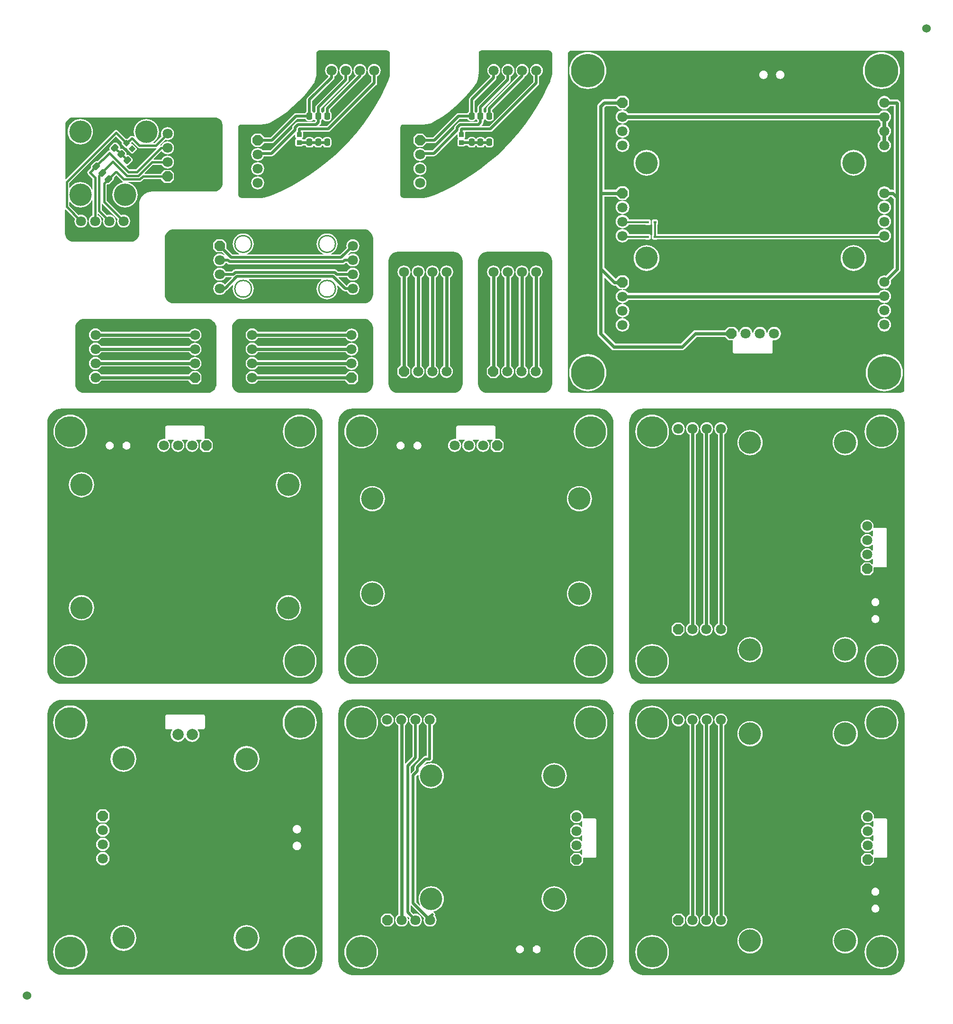
<source format=gbl>
G04 Layer_Physical_Order=2*
G04 Layer_Color=16711680*
%FSLAX44Y44*%
%MOMM*%
G71*
G01*
G75*
%ADD10P,1.2021X4X90.0*%
G04:AMPARAMS|DCode=11|XSize=1.3mm|YSize=1mm|CornerRadius=0.25mm|HoleSize=0mm|Usage=FLASHONLY|Rotation=225.000|XOffset=0mm|YOffset=0mm|HoleType=Round|Shape=RoundedRectangle|*
%AMROUNDEDRECTD11*
21,1,1.3000,0.5000,0,0,225.0*
21,1,0.8000,1.0000,0,0,225.0*
1,1,0.5000,-0.4596,-0.1061*
1,1,0.5000,0.1061,0.4596*
1,1,0.5000,0.4596,0.1061*
1,1,0.5000,-0.1061,-0.4596*
%
%ADD11ROUNDEDRECTD11*%
%ADD12C,0.4000*%
%ADD13R,0.8500X0.8500*%
G04:AMPARAMS|DCode=14|XSize=1.3mm|YSize=1mm|CornerRadius=0.25mm|HoleSize=0mm|Usage=FLASHONLY|Rotation=270.000|XOffset=0mm|YOffset=0mm|HoleType=Round|Shape=RoundedRectangle|*
%AMROUNDEDRECTD14*
21,1,1.3000,0.5000,0,0,270.0*
21,1,0.8000,1.0000,0,0,270.0*
1,1,0.5000,-0.2500,-0.4000*
1,1,0.5000,-0.2500,0.4000*
1,1,0.5000,0.2500,0.4000*
1,1,0.5000,0.2500,-0.4000*
%
%ADD14ROUNDEDRECTD14*%
%ADD15C,0.5000*%
%ADD22C,0.6000*%
%ADD28C,1.5240*%
%ADD29C,1.8000*%
%ADD30P,1.9483X8X112.5*%
%ADD31C,4.0000*%
%ADD32C,0.2540*%
%ADD33C,6.0000*%
%ADD34P,1.9483X8X22.5*%
%ADD35P,1.9483X8X382.5*%
%ADD36C,5.5000*%
%ADD37C,2.0000*%
%ADD38R,0.5000X0.4000*%
%ADD39C,0.7000*%
%ADD40C,0.3000*%
G36*
X1582186Y1705278D02*
X1584040Y1704040D01*
X1585278Y1702186D01*
X1585680Y1700167D01*
X1585646Y1700000D01*
Y1100000D01*
X1585680Y1099833D01*
X1585278Y1097814D01*
X1584040Y1095960D01*
X1582186Y1094722D01*
X1581209Y1094528D01*
X1580000Y1094354D01*
X1580000Y1094354D01*
X1578757Y1094354D01*
X990000D01*
X989833Y1094320D01*
X987814Y1094722D01*
X985960Y1095960D01*
X984722Y1097814D01*
X984526Y1098801D01*
X984354Y1100000D01*
X984354D01*
Y1700000D01*
X984320Y1700167D01*
X984722Y1702186D01*
X985960Y1704040D01*
X987814Y1705278D01*
X989833Y1705680D01*
X990000Y1705646D01*
X1580000D01*
X1580167Y1705680D01*
X1582186Y1705278D01*
D02*
G37*
G36*
X662353Y1705711D02*
X664359Y1704371D01*
X665699Y1702366D01*
X666136Y1700167D01*
X666103Y1700000D01*
Y1667663D01*
X666103Y1666500D01*
X666105Y1666404D01*
X666148Y1665140D01*
X665724Y1659761D01*
X664380Y1654163D01*
X663379Y1651745D01*
X662885Y1650582D01*
X662885D01*
X662885Y1650582D01*
X658466Y1640612D01*
X649869Y1623533D01*
X640444Y1606896D01*
X630215Y1590742D01*
X619205Y1575109D01*
X607441Y1560035D01*
X594952Y1545557D01*
X581767Y1531709D01*
X567919Y1518524D01*
X553441Y1506035D01*
X538367Y1494272D01*
X522734Y1483262D01*
X506580Y1473032D01*
X489943Y1463607D01*
X472864Y1455011D01*
X455384Y1447262D01*
X449914Y1445152D01*
X449910Y1445154D01*
X449910Y1445154D01*
X447941Y1444339D01*
X441721Y1442845D01*
X435712Y1442372D01*
X435488Y1442417D01*
X402063D01*
X400855Y1442448D01*
X399631Y1442642D01*
X398147Y1443257D01*
X396769Y1444314D01*
X395713Y1445691D01*
X395048Y1447295D01*
X394902Y1448405D01*
X394903Y1449633D01*
X394903Y1449633D01*
X394872Y1450851D01*
X394872Y1451232D01*
Y1566455D01*
X394872Y1567500D01*
X394861Y1567704D01*
X394982Y1568906D01*
X395235Y1570176D01*
X396468Y1572020D01*
X398312Y1573253D01*
X400136Y1573615D01*
X434988D01*
X435000Y1573605D01*
X435000Y1573596D01*
X441173Y1574001D01*
X447394Y1575238D01*
X452061Y1576822D01*
X452200Y1576850D01*
X452200Y1576850D01*
X452302Y1576870D01*
X452525Y1577019D01*
X452682Y1577101D01*
X453278Y1577420D01*
X455974Y1578861D01*
X468853Y1586870D01*
X481181Y1595704D01*
X492905Y1605325D01*
X503975Y1615693D01*
X514342Y1626763D01*
X523964Y1638486D01*
X530648Y1647814D01*
X530622Y1647833D01*
X531077Y1648513D01*
X531104Y1648650D01*
X531524Y1649502D01*
X533392Y1655004D01*
X534525Y1660702D01*
X534905Y1666500D01*
X534848Y1667376D01*
X534872Y1667500D01*
Y1698955D01*
X534872Y1700000D01*
X534861Y1700204D01*
X534982Y1701406D01*
X535235Y1702676D01*
X536468Y1704520D01*
X538312Y1705753D01*
X540136Y1706115D01*
X659988D01*
X660155Y1706149D01*
X662353Y1705711D01*
D02*
G37*
G36*
X952353Y1705711D02*
X954359Y1704371D01*
X955699Y1702366D01*
X956136Y1700167D01*
X956103Y1700000D01*
Y1667663D01*
X956103Y1666500D01*
X956105Y1666404D01*
X956148Y1665140D01*
X955724Y1659761D01*
X954380Y1654163D01*
X953379Y1651745D01*
X952885Y1650582D01*
X952885D01*
X952885Y1650582D01*
X948466Y1640612D01*
X939869Y1623533D01*
X930444Y1606896D01*
X920215Y1590742D01*
X909205Y1575109D01*
X897441Y1560035D01*
X884952Y1545557D01*
X871767Y1531709D01*
X857919Y1518524D01*
X843441Y1506035D01*
X828367Y1494272D01*
X812734Y1483262D01*
X796580Y1473032D01*
X779943Y1463607D01*
X762864Y1455011D01*
X745384Y1447262D01*
X739914Y1445152D01*
X739910Y1445154D01*
X739910Y1445154D01*
X737941Y1444339D01*
X731721Y1442845D01*
X725712Y1442372D01*
X725488Y1442417D01*
X692063D01*
X690855Y1442447D01*
X689631Y1442642D01*
X688147Y1443257D01*
X686769Y1444314D01*
X685713Y1445691D01*
X685048Y1447295D01*
X684902Y1448405D01*
X684903Y1449633D01*
X684903Y1449633D01*
X684872Y1450851D01*
X684872Y1451232D01*
Y1566455D01*
X684872Y1567500D01*
X684861Y1567704D01*
X684982Y1568906D01*
X685235Y1570176D01*
X686468Y1572020D01*
X688312Y1573253D01*
X690136Y1573615D01*
X724988D01*
X725000Y1573605D01*
X725000Y1573596D01*
X731173Y1574001D01*
X737394Y1575238D01*
X742060Y1576822D01*
X742200Y1576850D01*
X742200Y1576850D01*
X742302Y1576870D01*
X742525Y1577019D01*
X742682Y1577101D01*
X743278Y1577419D01*
X745974Y1578861D01*
X758853Y1586870D01*
X771181Y1595704D01*
X782905Y1605325D01*
X793975Y1615693D01*
X804342Y1626763D01*
X813964Y1638486D01*
X820648Y1647814D01*
X820622Y1647833D01*
X821077Y1648513D01*
X821104Y1648650D01*
X821524Y1649502D01*
X823392Y1655004D01*
X824525Y1660702D01*
X824905Y1666500D01*
X824848Y1667376D01*
X824872Y1667500D01*
Y1698955D01*
X824872Y1700000D01*
X824861Y1700204D01*
X824982Y1701406D01*
X825235Y1702676D01*
X826468Y1704520D01*
X828312Y1705753D01*
X830136Y1706115D01*
X949988D01*
X950155Y1706149D01*
X952353Y1705711D01*
D02*
G37*
G36*
X356488Y1585951D02*
X359972Y1584508D01*
X362963Y1582213D01*
X365258Y1579222D01*
X366701Y1575738D01*
X367082Y1572843D01*
X367136Y1571606D01*
X367115Y1571500D01*
X367115Y1571500D01*
X367115Y1570340D01*
Y1470746D01*
X367081Y1469517D01*
X367081Y1469516D01*
X367133Y1468257D01*
X366880Y1465690D01*
X366024Y1462868D01*
X364634Y1460267D01*
X362763Y1457987D01*
X360483Y1456116D01*
X357882Y1454726D01*
X355060Y1453870D01*
X353017Y1453669D01*
X353016Y1453669D01*
Y1453669D01*
X352984Y1453635D01*
X243750D01*
X243561Y1453597D01*
X241750Y1453775D01*
X237112Y1453319D01*
X232652Y1451966D01*
X228541Y1449769D01*
X224938Y1446812D01*
X221981Y1443209D01*
X219784Y1439099D01*
X218431Y1434638D01*
X218227Y1432559D01*
X218115Y1432000D01*
Y1380242D01*
X218115Y1379000D01*
X218120Y1378974D01*
X218024Y1377744D01*
X217847Y1375947D01*
X216993Y1373131D01*
X215606Y1370535D01*
X213739Y1368261D01*
X211465Y1366394D01*
X208869Y1365007D01*
X206053Y1364153D01*
X203277Y1363879D01*
X203250Y1363885D01*
X100750D01*
X100681Y1363871D01*
X97797Y1364155D01*
X94958Y1365016D01*
X92341Y1366415D01*
X90047Y1368297D01*
X88165Y1370591D01*
X86766Y1373208D01*
X85905Y1376047D01*
X85621Y1378928D01*
X85635Y1378995D01*
X85689Y1420996D01*
X86863Y1421481D01*
X103270Y1405073D01*
X102777Y1403883D01*
X102380Y1400870D01*
X102777Y1397858D01*
X103940Y1395050D01*
X105790Y1392640D01*
X108200Y1390790D01*
X111007Y1389627D01*
X114020Y1389230D01*
X117032Y1389627D01*
X119840Y1390790D01*
X122250Y1392640D01*
X124100Y1395050D01*
X125263Y1397858D01*
X125660Y1400870D01*
X125263Y1403883D01*
X124100Y1406690D01*
X122250Y1409100D01*
X119840Y1410950D01*
X117032Y1412113D01*
X114020Y1412510D01*
X111007Y1412113D01*
X109817Y1411620D01*
X93051Y1428386D01*
Y1434782D01*
X94321Y1435034D01*
X96946Y1431835D01*
X100379Y1429018D01*
X104294Y1426925D01*
X108543Y1425636D01*
X112962Y1425201D01*
X117380Y1425636D01*
X121629Y1426925D01*
X125545Y1429018D01*
X128977Y1431835D01*
X131794Y1435267D01*
X133521Y1438498D01*
X134791Y1438180D01*
Y1411443D01*
X133600Y1410950D01*
X131190Y1409100D01*
X129340Y1406690D01*
X128177Y1403883D01*
X127780Y1400870D01*
X128177Y1397858D01*
X129340Y1395050D01*
X131190Y1392640D01*
X133600Y1390790D01*
X136407Y1389627D01*
X139420Y1389230D01*
X142432Y1389627D01*
X145240Y1390790D01*
X147650Y1392640D01*
X149500Y1395050D01*
X150663Y1397858D01*
X151060Y1400870D01*
X150663Y1403883D01*
X149500Y1406690D01*
X147650Y1409100D01*
X145240Y1410950D01*
X144049Y1411443D01*
Y1413435D01*
X145222Y1413921D01*
X154070Y1405073D01*
X153577Y1403883D01*
X153180Y1400870D01*
X153577Y1397858D01*
X154740Y1395050D01*
X156590Y1392640D01*
X159000Y1390790D01*
X161807Y1389627D01*
X164820Y1389230D01*
X167833Y1389627D01*
X170640Y1390790D01*
X173050Y1392640D01*
X174900Y1395050D01*
X176063Y1397858D01*
X176460Y1400870D01*
X176063Y1403883D01*
X174900Y1406690D01*
X173050Y1409100D01*
X170640Y1410950D01*
X167833Y1412113D01*
X164820Y1412510D01*
X161807Y1412113D01*
X160617Y1411620D01*
X151189Y1421047D01*
Y1431626D01*
X151852Y1431984D01*
X152459Y1432085D01*
X179470Y1405073D01*
X178977Y1403883D01*
X178580Y1400870D01*
X178977Y1397858D01*
X180140Y1395050D01*
X181990Y1392640D01*
X184400Y1390790D01*
X187207Y1389627D01*
X190220Y1389230D01*
X193232Y1389627D01*
X196040Y1390790D01*
X198450Y1392640D01*
X200300Y1395050D01*
X201463Y1397858D01*
X201859Y1400870D01*
X201463Y1403883D01*
X200300Y1406690D01*
X198450Y1409100D01*
X196040Y1410950D01*
X193232Y1412113D01*
X190220Y1412510D01*
X187207Y1412113D01*
X186017Y1411620D01*
X160213Y1437424D01*
Y1465728D01*
X161309Y1466672D01*
X162519Y1466431D01*
X164486Y1466822D01*
X166153Y1467936D01*
X171810Y1473593D01*
X172924Y1475260D01*
X173315Y1477227D01*
X172962Y1479002D01*
X176822Y1482862D01*
X187367Y1472317D01*
X187367Y1472317D01*
X188792Y1471364D01*
X188807Y1471239D01*
X188543Y1470064D01*
X184294Y1468775D01*
X180379Y1466682D01*
X176947Y1463865D01*
X174130Y1460433D01*
X172037Y1456517D01*
X170748Y1452269D01*
X170313Y1447850D01*
X170748Y1443431D01*
X172037Y1439183D01*
X174130Y1435267D01*
X176947Y1431835D01*
X180379Y1429018D01*
X184294Y1426925D01*
X188543Y1425636D01*
X192962Y1425201D01*
X197380Y1425636D01*
X201629Y1426925D01*
X205545Y1429018D01*
X208977Y1431835D01*
X211794Y1435267D01*
X213887Y1439183D01*
X215176Y1443431D01*
X215611Y1447850D01*
X215176Y1452269D01*
X213887Y1456517D01*
X211794Y1460433D01*
X208977Y1463865D01*
X205545Y1466682D01*
X201629Y1468775D01*
X198609Y1469691D01*
X198798Y1470961D01*
X219478D01*
X219478Y1470961D01*
X221249Y1471313D01*
X222751Y1472317D01*
X226625Y1476191D01*
X257246D01*
X257417Y1475329D01*
X257979Y1474489D01*
X262479Y1469989D01*
X263319Y1469427D01*
X264310Y1469230D01*
X273310D01*
X274301Y1469427D01*
X275141Y1469989D01*
X279641Y1474489D01*
X280203Y1475329D01*
X280400Y1476320D01*
Y1485320D01*
X280203Y1486311D01*
X279641Y1487151D01*
X275141Y1491651D01*
X274301Y1492213D01*
X273310Y1492410D01*
X264310D01*
X263319Y1492213D01*
X262479Y1491651D01*
X257979Y1487151D01*
X257417Y1486311D01*
X257246Y1485449D01*
X228293D01*
X227808Y1486622D01*
X242776Y1501591D01*
X258237D01*
X258730Y1500400D01*
X260580Y1497990D01*
X262990Y1496140D01*
X265797Y1494977D01*
X268810Y1494581D01*
X271822Y1494977D01*
X274630Y1496140D01*
X277040Y1497990D01*
X278890Y1500400D01*
X280053Y1503208D01*
X280450Y1506220D01*
X280053Y1509233D01*
X278890Y1512040D01*
X277040Y1514450D01*
X274630Y1516300D01*
X271822Y1517463D01*
X268810Y1517860D01*
X265797Y1517463D01*
X262990Y1516300D01*
X260580Y1514450D01*
X258730Y1512040D01*
X258237Y1510849D01*
X244445D01*
X243959Y1512022D01*
X257562Y1525626D01*
X259078Y1525346D01*
X260580Y1523390D01*
X262990Y1521540D01*
X265797Y1520377D01*
X268810Y1519980D01*
X271822Y1520377D01*
X274630Y1521540D01*
X277040Y1523390D01*
X278890Y1525800D01*
X280053Y1528607D01*
X280450Y1531620D01*
X280053Y1534633D01*
X278890Y1537440D01*
X277040Y1539850D01*
X274630Y1541700D01*
X271822Y1542863D01*
X268810Y1543260D01*
X265797Y1542863D01*
X262990Y1541700D01*
X260580Y1539850D01*
X258730Y1537440D01*
X258237Y1536249D01*
X257010D01*
X256225Y1536093D01*
X255600Y1537263D01*
X264607Y1546270D01*
X265797Y1545777D01*
X268810Y1545381D01*
X271822Y1545777D01*
X274630Y1546940D01*
X277040Y1548790D01*
X278890Y1551200D01*
X280053Y1554008D01*
X280450Y1557020D01*
X280053Y1560033D01*
X278890Y1562840D01*
X277040Y1565250D01*
X274630Y1567100D01*
X271822Y1568263D01*
X268810Y1568660D01*
X265797Y1568263D01*
X262990Y1567100D01*
X260580Y1565250D01*
X258730Y1562840D01*
X257567Y1560033D01*
X257170Y1557020D01*
X257567Y1554008D01*
X258060Y1552817D01*
X245783Y1540539D01*
X244030D01*
X243778Y1541809D01*
X246977Y1544435D01*
X249794Y1547867D01*
X251887Y1551783D01*
X253176Y1556031D01*
X253611Y1560450D01*
X253176Y1564869D01*
X251887Y1569117D01*
X249794Y1573033D01*
X246977Y1576465D01*
X243545Y1579282D01*
X239629Y1581375D01*
X235380Y1582664D01*
X230962Y1583099D01*
X226543Y1582664D01*
X222294Y1581375D01*
X218379Y1579282D01*
X214946Y1576465D01*
X212130Y1573033D01*
X210037Y1569117D01*
X208748Y1564869D01*
X208313Y1560450D01*
X208748Y1556031D01*
X209637Y1553101D01*
X208554Y1552297D01*
X207581Y1552947D01*
X205810Y1553299D01*
X205810Y1553299D01*
X204411D01*
X204410Y1553299D01*
X202639Y1552947D01*
X201137Y1551943D01*
X201137Y1551943D01*
X197120Y1547926D01*
X196601Y1548273D01*
X195610Y1548470D01*
X194619Y1548273D01*
X194100Y1547926D01*
X179833Y1562193D01*
X178331Y1563197D01*
X176560Y1563549D01*
X174789Y1563197D01*
X173287Y1562193D01*
X173287Y1562193D01*
X86934Y1475840D01*
X85761Y1476327D01*
X85883Y1570480D01*
X85885Y1571745D01*
Y1571750D01*
X85976Y1572982D01*
X86305Y1575486D01*
X87748Y1578968D01*
X90042Y1581958D01*
X93032Y1584252D01*
X96514Y1585695D01*
X99018Y1586024D01*
X100250Y1586115D01*
X101520Y1586117D01*
X353254Y1586365D01*
X353289Y1586373D01*
X356488Y1585951D01*
D02*
G37*
G36*
X187554Y1541380D02*
X187207Y1540861D01*
X187010Y1539870D01*
X187207Y1538879D01*
X187769Y1538038D01*
X193779Y1532028D01*
X194619Y1531467D01*
X195610Y1531270D01*
X195946Y1531336D01*
X196976Y1530306D01*
X196910Y1529970D01*
X197107Y1528979D01*
X197668Y1528139D01*
X203678Y1522129D01*
X204519Y1521567D01*
X205510Y1521370D01*
X206501Y1521567D01*
X207341Y1522129D01*
X213351Y1528139D01*
X213913Y1528979D01*
X214110Y1529970D01*
X213913Y1530961D01*
X213351Y1531801D01*
X207341Y1537812D01*
X206501Y1538373D01*
X205510Y1538570D01*
X205174Y1538504D01*
X204144Y1539534D01*
X204210Y1539870D01*
X204013Y1540861D01*
X203666Y1541380D01*
X205110Y1542823D01*
X215297Y1532637D01*
X215297Y1532637D01*
X216799Y1531633D01*
X218570Y1531281D01*
X218570Y1531281D01*
X247700D01*
X247700Y1531281D01*
X248485Y1531437D01*
X249110Y1530267D01*
X212143Y1493299D01*
X200727D01*
X195509Y1498517D01*
X196090Y1499732D01*
X197720Y1500056D01*
X199387Y1501170D01*
X205044Y1506827D01*
X206158Y1508494D01*
X206549Y1510461D01*
X206158Y1512427D01*
X205044Y1514094D01*
X201508Y1517630D01*
X199841Y1518744D01*
X197875Y1519135D01*
X195963Y1518755D01*
X195718Y1518934D01*
X195211Y1519441D01*
X195032Y1519686D01*
X195412Y1521598D01*
X195021Y1523564D01*
X193907Y1525231D01*
X190371Y1528767D01*
X188704Y1529881D01*
X186738Y1530272D01*
X184826Y1529892D01*
X184581Y1530071D01*
X184074Y1530578D01*
X183895Y1530823D01*
X184275Y1532735D01*
X183884Y1534701D01*
X182770Y1536368D01*
X179234Y1539904D01*
X177567Y1541018D01*
X175601Y1541409D01*
X173634Y1541018D01*
X171967Y1539904D01*
X166310Y1534247D01*
X165196Y1532580D01*
X164805Y1530613D01*
X165196Y1528647D01*
X165372Y1528383D01*
X164598Y1527257D01*
X163039Y1526947D01*
X161537Y1525943D01*
X161537Y1525943D01*
X143536Y1507942D01*
X142367Y1508175D01*
X140400Y1507784D01*
X138733Y1506670D01*
X133076Y1501013D01*
X131962Y1499346D01*
X131571Y1497379D01*
X131804Y1496210D01*
X126537Y1490943D01*
X125533Y1489441D01*
X125181Y1487670D01*
X125533Y1485899D01*
X126537Y1484397D01*
X134791Y1476143D01*
Y1457520D01*
X133521Y1457202D01*
X131794Y1460433D01*
X128977Y1463865D01*
X125545Y1466682D01*
X121629Y1468775D01*
X117380Y1470064D01*
X112962Y1470499D01*
X108543Y1470064D01*
X104294Y1468775D01*
X100379Y1466682D01*
X96946Y1463865D01*
X94321Y1460666D01*
X93051Y1460918D01*
Y1468864D01*
X176560Y1552374D01*
X187554Y1541380D01*
D02*
G37*
G36*
X623149Y1385831D02*
X626177Y1384912D01*
X628967Y1383421D01*
X631413Y1381413D01*
X633420Y1378967D01*
X634912Y1376177D01*
X635831Y1373149D01*
X636132Y1370085D01*
X636115Y1370000D01*
Y1270000D01*
X636132Y1269915D01*
X635831Y1266851D01*
X634912Y1263823D01*
X633420Y1261033D01*
X631413Y1258587D01*
X628967Y1256580D01*
X626177Y1255088D01*
X623149Y1254169D01*
X620085Y1253868D01*
X620000Y1253885D01*
X280000D01*
X279915Y1253868D01*
X276851Y1254169D01*
X273823Y1255088D01*
X271033Y1256580D01*
X268587Y1258587D01*
X266579Y1261033D01*
X265088Y1263823D01*
X264169Y1266851D01*
X263868Y1269915D01*
X263885Y1270000D01*
Y1370000D01*
X263868Y1370085D01*
X264169Y1373149D01*
X265088Y1376177D01*
X266579Y1378967D01*
X268587Y1381413D01*
X271033Y1383421D01*
X273823Y1384912D01*
X276851Y1385831D01*
X279915Y1386132D01*
X280000Y1386115D01*
X620000D01*
X620085Y1386132D01*
X623149Y1385831D01*
D02*
G37*
G36*
X943149Y1345831D02*
X946177Y1344912D01*
X948967Y1343421D01*
X951413Y1341413D01*
X953420Y1338967D01*
X954912Y1336177D01*
X955831Y1333149D01*
X956132Y1330085D01*
X956115Y1330000D01*
Y1110000D01*
X956132Y1109915D01*
X955831Y1106851D01*
X954912Y1103823D01*
X953420Y1101033D01*
X951413Y1098587D01*
X948967Y1096580D01*
X946177Y1095088D01*
X943149Y1094169D01*
X940085Y1093868D01*
X940000Y1093885D01*
X840000D01*
X839915Y1093868D01*
X836851Y1094169D01*
X833823Y1095088D01*
X831033Y1096580D01*
X828587Y1098587D01*
X826580Y1101033D01*
X825088Y1103823D01*
X824169Y1106851D01*
X823868Y1109915D01*
X823885Y1110000D01*
Y1330000D01*
X823868Y1330085D01*
X824169Y1333149D01*
X825088Y1336177D01*
X826580Y1338967D01*
X828587Y1341413D01*
X831033Y1343421D01*
X833823Y1344912D01*
X836851Y1345831D01*
X839915Y1346132D01*
X840000Y1346115D01*
X940000D01*
X940085Y1346132D01*
X943149Y1345831D01*
D02*
G37*
G36*
X783149D02*
X786177Y1344912D01*
X788967Y1343421D01*
X791413Y1341413D01*
X793420Y1338967D01*
X794912Y1336177D01*
X795831Y1333149D01*
X796132Y1330085D01*
X796115Y1330000D01*
Y1110000D01*
X796132Y1109915D01*
X795831Y1106851D01*
X794912Y1103823D01*
X793420Y1101033D01*
X791413Y1098587D01*
X788967Y1096580D01*
X786177Y1095088D01*
X783149Y1094169D01*
X780085Y1093868D01*
X780000Y1093885D01*
X680000D01*
X679915Y1093868D01*
X676851Y1094169D01*
X673823Y1095088D01*
X671033Y1096580D01*
X668587Y1098587D01*
X666580Y1101033D01*
X665088Y1103823D01*
X664169Y1106851D01*
X663868Y1109915D01*
X663885Y1110000D01*
Y1330000D01*
X663868Y1330085D01*
X664169Y1333149D01*
X665088Y1336177D01*
X666580Y1338967D01*
X668587Y1341413D01*
X671033Y1343421D01*
X673823Y1344912D01*
X676851Y1345831D01*
X679915Y1346132D01*
X680000Y1346115D01*
X780000D01*
X780085Y1346132D01*
X783149Y1345831D01*
D02*
G37*
G36*
X623149Y1225831D02*
X626177Y1224912D01*
X628967Y1223420D01*
X631413Y1221413D01*
X633420Y1218967D01*
X634912Y1216177D01*
X635831Y1213149D01*
X636132Y1210085D01*
X636115Y1210000D01*
Y1110000D01*
X636132Y1109915D01*
X635831Y1106851D01*
X634912Y1103823D01*
X633420Y1101033D01*
X631413Y1098587D01*
X628967Y1096580D01*
X626177Y1095088D01*
X623149Y1094169D01*
X620085Y1093868D01*
X620000Y1093885D01*
X400000D01*
X399915Y1093868D01*
X396851Y1094169D01*
X393823Y1095088D01*
X391033Y1096580D01*
X388587Y1098587D01*
X386580Y1101033D01*
X385088Y1103823D01*
X384169Y1106851D01*
X383868Y1109915D01*
X383885Y1110000D01*
Y1210000D01*
X383868Y1210085D01*
X384169Y1213149D01*
X385088Y1216177D01*
X386580Y1218967D01*
X388587Y1221413D01*
X391033Y1223420D01*
X393823Y1224912D01*
X396851Y1225831D01*
X399915Y1226132D01*
X400000Y1226115D01*
X620000D01*
X620085Y1226132D01*
X623149Y1225831D01*
D02*
G37*
G36*
X343149D02*
X346177Y1224912D01*
X348967Y1223420D01*
X351413Y1221413D01*
X353420Y1218967D01*
X354912Y1216177D01*
X355831Y1213149D01*
X356132Y1210085D01*
X356115Y1210000D01*
Y1110000D01*
X356132Y1109915D01*
X355831Y1106851D01*
X354912Y1103823D01*
X353420Y1101033D01*
X351413Y1098587D01*
X348967Y1096580D01*
X346177Y1095088D01*
X343149Y1094169D01*
X340085Y1093868D01*
X340000Y1093885D01*
X120000D01*
X119915Y1093868D01*
X116851Y1094169D01*
X113823Y1095088D01*
X111033Y1096580D01*
X108587Y1098587D01*
X106580Y1101033D01*
X105088Y1103823D01*
X104169Y1106851D01*
X103868Y1109915D01*
X103885Y1110000D01*
Y1210000D01*
X103868Y1210085D01*
X104169Y1213149D01*
X105088Y1216177D01*
X106580Y1218967D01*
X108587Y1221413D01*
X111033Y1223420D01*
X113823Y1224912D01*
X116851Y1225831D01*
X119915Y1226132D01*
X120000Y1226115D01*
X340000D01*
X340085Y1226132D01*
X343149Y1225831D01*
D02*
G37*
G36*
X1565109Y1065686D02*
X1570022Y1064196D01*
X1574550Y1061776D01*
X1578519Y1058519D01*
X1581776Y1054550D01*
X1584196Y1050022D01*
X1585686Y1045109D01*
X1586165Y1040248D01*
X1586115Y1040000D01*
X1586115Y600000D01*
X1586165Y599752D01*
X1585686Y594891D01*
X1584196Y589978D01*
X1581776Y585450D01*
X1578519Y581482D01*
X1574550Y578225D01*
X1570022Y575804D01*
X1565109Y574314D01*
X1561250Y573934D01*
X1560000Y573885D01*
X1560000Y573885D01*
X1558730Y573885D01*
X1121269Y573885D01*
X1120000Y573885D01*
X1118750Y573934D01*
X1114891Y574314D01*
X1109978Y575804D01*
X1105450Y578225D01*
X1101481Y581482D01*
X1098225Y585450D01*
X1095804Y589978D01*
X1094314Y594891D01*
X1093934Y598750D01*
X1093885Y600000D01*
X1093885Y600000D01*
X1093885Y601252D01*
X1093885Y1040000D01*
X1093835Y1040248D01*
X1094314Y1045109D01*
X1095804Y1050022D01*
X1098225Y1054550D01*
X1101481Y1058519D01*
X1105450Y1061776D01*
X1109978Y1064196D01*
X1114891Y1065686D01*
X1119752Y1066165D01*
X1120000Y1066115D01*
X1560000Y1066115D01*
X1560248Y1066165D01*
X1565109Y1065686D01*
D02*
G37*
G36*
X525109Y1065686D02*
X530022Y1064196D01*
X534550Y1061776D01*
X538518Y1058519D01*
X541775Y1054550D01*
X544196Y1050022D01*
X545686Y1045109D01*
X546066Y1041250D01*
X546115Y1040000D01*
X546115Y1040000D01*
X546115Y1038730D01*
X546115Y601269D01*
X546115Y600000D01*
X546066Y598750D01*
X545686Y594891D01*
X544196Y589978D01*
X541775Y585450D01*
X538518Y581482D01*
X534550Y578225D01*
X530022Y575804D01*
X525109Y574314D01*
X521250Y573934D01*
X520000Y573885D01*
X520000Y573885D01*
X518748Y573885D01*
X80000Y573885D01*
X79752Y573835D01*
X74891Y574314D01*
X69978Y575804D01*
X65450Y578225D01*
X61481Y581482D01*
X58225Y585450D01*
X55804Y589978D01*
X54314Y594891D01*
X53835Y599752D01*
X53885Y600000D01*
X53885Y1040000D01*
X53835Y1040248D01*
X54314Y1045109D01*
X55804Y1050022D01*
X58225Y1054550D01*
X61481Y1058519D01*
X65450Y1061776D01*
X69978Y1064196D01*
X74891Y1065686D01*
X79752Y1066165D01*
X80000Y1066115D01*
X520000Y1066115D01*
X520248Y1066165D01*
X525109Y1065686D01*
D02*
G37*
G36*
X1045109Y1065686D02*
X1050022Y1064196D01*
X1054550Y1061775D01*
X1058518Y1058519D01*
X1061775Y1054550D01*
X1064195Y1050022D01*
X1065686Y1045109D01*
X1066066Y1041250D01*
X1066115Y1040000D01*
X1066115Y1040000D01*
X1066115Y1038730D01*
X1066115Y601269D01*
X1066115Y600000D01*
X1066066Y598750D01*
X1065686Y594891D01*
X1064195Y589978D01*
X1061775Y585450D01*
X1058518Y581482D01*
X1054550Y578224D01*
X1050022Y575804D01*
X1045109Y574314D01*
X1041249Y573934D01*
X1040000Y573885D01*
X1040000Y573885D01*
X1038748Y573885D01*
X600000Y573885D01*
X599752Y573835D01*
X594891Y574314D01*
X589978Y575804D01*
X585450Y578224D01*
X581482Y581482D01*
X578224Y585450D01*
X575804Y589978D01*
X574314Y594891D01*
X573835Y599752D01*
X573885Y600000D01*
X573885Y1040000D01*
X573835Y1040248D01*
X574314Y1045109D01*
X575804Y1050022D01*
X578224Y1054550D01*
X581482Y1058519D01*
X585450Y1061775D01*
X589978Y1064196D01*
X594891Y1065686D01*
X599752Y1066165D01*
X600000Y1066115D01*
X1040000Y1066115D01*
X1040248Y1066165D01*
X1045109Y1065686D01*
D02*
G37*
G36*
X1565109Y545686D02*
X1570022Y544196D01*
X1574550Y541776D01*
X1578519Y538519D01*
X1581776Y534550D01*
X1584196Y530022D01*
X1585686Y525109D01*
X1586165Y520248D01*
X1586115Y520000D01*
X1586115Y80000D01*
X1586165Y79752D01*
X1585686Y74891D01*
X1584196Y69978D01*
X1581776Y65450D01*
X1578519Y61482D01*
X1574550Y58225D01*
X1570022Y55805D01*
X1565109Y54314D01*
X1561250Y53934D01*
X1560000Y53885D01*
X1560000Y53885D01*
X1558730Y53885D01*
X1121269Y53885D01*
X1120000Y53885D01*
X1118751Y53934D01*
X1114891Y54314D01*
X1109978Y55805D01*
X1105450Y58225D01*
X1101482Y61482D01*
X1098225Y65450D01*
X1095805Y69978D01*
X1094314Y74891D01*
X1093934Y78751D01*
X1093885Y80000D01*
X1093885Y80000D01*
X1093885Y81252D01*
X1093885Y520000D01*
X1093835Y520248D01*
X1094314Y525109D01*
X1095805Y530022D01*
X1098225Y534550D01*
X1101482Y538519D01*
X1105450Y541776D01*
X1109978Y544196D01*
X1114891Y545686D01*
X1119752Y546165D01*
X1120000Y546115D01*
X1560000Y546115D01*
X1560248Y546165D01*
X1565109Y545686D01*
D02*
G37*
G36*
X1045109D02*
X1050022Y544196D01*
X1054550Y541776D01*
X1058519Y538519D01*
X1061776Y534550D01*
X1064196Y530022D01*
X1065686Y525109D01*
X1066165Y520248D01*
X1066115Y520000D01*
X1066115Y80000D01*
X1066165Y79752D01*
X1065686Y74891D01*
X1064196Y69978D01*
X1061776Y65450D01*
X1058519Y61482D01*
X1054550Y58225D01*
X1050022Y55805D01*
X1045109Y54314D01*
X1041250Y53934D01*
X1040000Y53885D01*
X1040000Y53885D01*
X1038730Y53885D01*
X601269Y53885D01*
X600000Y53885D01*
X598750Y53934D01*
X594891Y54314D01*
X589978Y55805D01*
X585450Y58225D01*
X581482Y61482D01*
X578225Y65450D01*
X575804Y69978D01*
X574314Y74891D01*
X573934Y78751D01*
X573885Y80000D01*
X573885Y80000D01*
X573885Y81252D01*
X573885Y520000D01*
X573835Y520248D01*
X574314Y525109D01*
X575804Y530022D01*
X578225Y534550D01*
X581482Y538519D01*
X585450Y541776D01*
X589978Y544196D01*
X594891Y545686D01*
X599752Y546165D01*
X600000Y546115D01*
X1040000Y546115D01*
X1040248Y546165D01*
X1045109Y545686D01*
D02*
G37*
G36*
X525019Y545233D02*
X529845Y543769D01*
X534293Y541391D01*
X538192Y538192D01*
X541391Y534293D01*
X543769Y529845D01*
X545233Y525019D01*
X545700Y520271D01*
X545646Y520000D01*
X545646Y80000D01*
X545700Y79729D01*
X545233Y74981D01*
X543769Y70155D01*
X541391Y65707D01*
X538192Y61808D01*
X534293Y58609D01*
X529845Y56231D01*
X525019Y54767D01*
X521252Y54397D01*
X520000Y54354D01*
X520000Y54354D01*
X518730Y54354D01*
X81269Y54354D01*
X80000Y54354D01*
X78748Y54397D01*
X74981Y54767D01*
X70155Y56231D01*
X65707Y58609D01*
X61808Y61808D01*
X58609Y65707D01*
X56231Y70155D01*
X54767Y74981D01*
X54397Y78748D01*
X54354Y80000D01*
X54354Y80000D01*
X54354Y81252D01*
X54354Y520000D01*
X54300Y520271D01*
X54767Y525019D01*
X56231Y529845D01*
X58609Y534293D01*
X61808Y538192D01*
X65707Y541391D01*
X70155Y543769D01*
X74981Y545233D01*
X79729Y545700D01*
X80000Y545646D01*
X520000Y545646D01*
X520271Y545700D01*
X525019Y545233D01*
D02*
G37*
%LPC*%
G36*
X1364010Y1670147D02*
X1363714Y1670088D01*
X1363413D01*
X1361658Y1669739D01*
X1360555Y1669282D01*
X1359066Y1668288D01*
X1358222Y1667444D01*
X1357228Y1665955D01*
X1356771Y1664853D01*
X1356422Y1663097D01*
Y1661903D01*
X1356771Y1660148D01*
X1357228Y1659045D01*
X1358222Y1657556D01*
X1359066Y1656712D01*
X1360555Y1655718D01*
X1361658Y1655261D01*
X1363413Y1654912D01*
X1363714D01*
X1364010Y1654853D01*
X1364306Y1654912D01*
X1364607D01*
X1366362Y1655261D01*
X1367465Y1655718D01*
X1368954Y1656712D01*
X1369798Y1657556D01*
X1370792Y1659045D01*
X1371249Y1660148D01*
X1371598Y1661903D01*
Y1663097D01*
X1371249Y1664852D01*
X1370792Y1665955D01*
X1369798Y1667444D01*
X1368954Y1668288D01*
X1367465Y1669282D01*
X1366363Y1669739D01*
X1364607Y1670088D01*
X1364306D01*
X1364010Y1670147D01*
D02*
G37*
G36*
X1334010D02*
X1333715Y1670088D01*
X1333413D01*
X1331658Y1669739D01*
X1330555Y1669282D01*
X1329066Y1668288D01*
X1328222Y1667444D01*
X1327228Y1665955D01*
X1326771Y1664853D01*
X1326422Y1663097D01*
Y1661903D01*
X1326771Y1660148D01*
X1327228Y1659045D01*
X1328222Y1657556D01*
X1329066Y1656712D01*
X1330555Y1655718D01*
X1331658Y1655261D01*
X1333413Y1654912D01*
X1333715D01*
X1334010Y1654853D01*
X1334306Y1654912D01*
X1334607D01*
X1336363Y1655261D01*
X1337465Y1655718D01*
X1338954Y1656712D01*
X1339798Y1657556D01*
X1340792Y1659045D01*
X1341249Y1660148D01*
X1341598Y1661903D01*
Y1663097D01*
X1341249Y1664852D01*
X1340792Y1665955D01*
X1339798Y1667444D01*
X1338954Y1668288D01*
X1337465Y1669282D01*
X1336363Y1669739D01*
X1334607Y1670088D01*
X1334306D01*
X1334010Y1670147D01*
D02*
G37*
G36*
X1545000Y1703102D02*
X1539822Y1702695D01*
X1534771Y1701482D01*
X1529972Y1699494D01*
X1525543Y1696780D01*
X1521593Y1693407D01*
X1518220Y1689457D01*
X1515506Y1685028D01*
X1513518Y1680229D01*
X1512305Y1675178D01*
X1511898Y1670000D01*
X1512305Y1664822D01*
X1513518Y1659771D01*
X1515506Y1654972D01*
X1518220Y1650543D01*
X1521593Y1646593D01*
X1525543Y1643220D01*
X1529972Y1640506D01*
X1534771Y1638518D01*
X1539822Y1637305D01*
X1545000Y1636898D01*
X1550178Y1637305D01*
X1555229Y1638518D01*
X1560028Y1640506D01*
X1564457Y1643220D01*
X1568407Y1646593D01*
X1571780Y1650543D01*
X1574494Y1654972D01*
X1576482Y1659771D01*
X1577695Y1664822D01*
X1578102Y1670000D01*
X1577695Y1675178D01*
X1576482Y1680229D01*
X1574494Y1685028D01*
X1571780Y1689457D01*
X1568407Y1693407D01*
X1564457Y1696780D01*
X1560028Y1699494D01*
X1555229Y1701482D01*
X1550178Y1702695D01*
X1545000Y1703102D01*
D02*
G37*
G36*
X1020000D02*
X1014822Y1702695D01*
X1009771Y1701482D01*
X1004972Y1699494D01*
X1000543Y1696780D01*
X996593Y1693407D01*
X993220Y1689457D01*
X990506Y1685028D01*
X988518Y1680229D01*
X987306Y1675178D01*
X986898Y1670000D01*
X987306Y1664822D01*
X988518Y1659771D01*
X990506Y1654972D01*
X993220Y1650543D01*
X996593Y1646593D01*
X1000543Y1643220D01*
X1004972Y1640506D01*
X1009771Y1638518D01*
X1014822Y1637305D01*
X1020000Y1636898D01*
X1025178Y1637305D01*
X1030229Y1638518D01*
X1035028Y1640506D01*
X1039457Y1643220D01*
X1043407Y1646593D01*
X1046780Y1650543D01*
X1049494Y1654972D01*
X1051482Y1659771D01*
X1052694Y1664822D01*
X1053102Y1670000D01*
X1052694Y1675178D01*
X1051482Y1680229D01*
X1049494Y1685028D01*
X1046780Y1689457D01*
X1043407Y1693407D01*
X1039457Y1696780D01*
X1035028Y1699494D01*
X1030229Y1701482D01*
X1025178Y1702695D01*
X1020000Y1703102D01*
D02*
G37*
G36*
X1077500Y1624659D02*
X1076329Y1624426D01*
X1075337Y1623763D01*
X1070837Y1619263D01*
X1070473Y1618717D01*
X1049350D01*
X1047009Y1618252D01*
X1045024Y1616926D01*
X1038924Y1610826D01*
X1037598Y1608841D01*
X1037132Y1606500D01*
Y1451750D01*
Y1316000D01*
Y1199500D01*
X1037598Y1197159D01*
X1038924Y1195174D01*
X1062174Y1171924D01*
X1064159Y1170598D01*
X1066500Y1170133D01*
X1188150D01*
X1190491Y1170598D01*
X1192476Y1171924D01*
X1214434Y1193883D01*
X1265373D01*
X1265737Y1193337D01*
X1270237Y1188837D01*
X1271229Y1188174D01*
X1272400Y1187941D01*
X1278833D01*
X1279441Y1187200D01*
Y1167200D01*
X1279674Y1166030D01*
X1280337Y1165037D01*
X1281329Y1164374D01*
X1282500Y1164141D01*
X1347500D01*
X1348671Y1164374D01*
X1349663Y1165037D01*
X1350326Y1166030D01*
X1350559Y1167200D01*
Y1186950D01*
X1351351Y1188046D01*
X1351418Y1188118D01*
X1353100Y1187896D01*
X1356233Y1188309D01*
X1359152Y1189518D01*
X1361658Y1191441D01*
X1363582Y1193948D01*
X1364791Y1196867D01*
X1365204Y1200000D01*
X1364791Y1203133D01*
X1363582Y1206052D01*
X1361658Y1208559D01*
X1359152Y1210482D01*
X1356233Y1211691D01*
X1353100Y1212104D01*
X1349967Y1211691D01*
X1347048Y1210482D01*
X1344541Y1208559D01*
X1342618Y1206052D01*
X1341409Y1203133D01*
X1341116Y1200905D01*
X1341040Y1200334D01*
X1339760D01*
X1339684Y1200905D01*
X1339391Y1203133D01*
X1338182Y1206052D01*
X1336259Y1208559D01*
X1333752Y1210482D01*
X1330833Y1211691D01*
X1327700Y1212104D01*
X1324567Y1211691D01*
X1321648Y1210482D01*
X1319142Y1208559D01*
X1317218Y1206052D01*
X1316009Y1203133D01*
X1315716Y1200905D01*
X1315640Y1200334D01*
X1314360D01*
X1314284Y1200905D01*
X1313991Y1203133D01*
X1312782Y1206052D01*
X1310858Y1208559D01*
X1308352Y1210482D01*
X1305433Y1211691D01*
X1302300Y1212104D01*
X1299167Y1211691D01*
X1296248Y1210482D01*
X1293741Y1208559D01*
X1291818Y1206052D01*
X1290609Y1203133D01*
X1290362Y1201255D01*
X1289656Y1200910D01*
X1289029Y1200862D01*
X1288959Y1200944D01*
Y1204500D01*
X1288959Y1204500D01*
X1288726Y1205670D01*
X1288063Y1206663D01*
X1283563Y1211163D01*
X1282570Y1211826D01*
X1281400Y1212059D01*
X1272400D01*
X1272400Y1212059D01*
X1271229Y1211826D01*
X1270237Y1211163D01*
X1265737Y1206663D01*
X1265373Y1206118D01*
X1211900D01*
X1209559Y1205652D01*
X1207574Y1204326D01*
X1185616Y1182367D01*
X1069034D01*
X1049368Y1202034D01*
Y1299572D01*
X1050541Y1300058D01*
X1063274Y1287324D01*
X1065259Y1285998D01*
X1067600Y1285533D01*
X1070473D01*
X1070837Y1284987D01*
X1075337Y1280487D01*
X1076329Y1279824D01*
X1077500Y1279591D01*
X1081056D01*
X1081138Y1279521D01*
X1081090Y1278894D01*
X1080745Y1278188D01*
X1078867Y1277941D01*
X1075948Y1276732D01*
X1073441Y1274809D01*
X1071518Y1272302D01*
X1070309Y1269383D01*
X1069896Y1266250D01*
X1070309Y1263117D01*
X1071518Y1260198D01*
X1073441Y1257691D01*
X1075948Y1255768D01*
X1078867Y1254559D01*
X1081095Y1254266D01*
X1081666Y1254190D01*
Y1252910D01*
X1081096Y1252834D01*
X1078867Y1252541D01*
X1075948Y1251332D01*
X1073441Y1249408D01*
X1071518Y1246902D01*
X1070309Y1243983D01*
X1069896Y1240850D01*
X1070309Y1237717D01*
X1071518Y1234798D01*
X1073441Y1232291D01*
X1075948Y1230368D01*
X1078867Y1229159D01*
X1081095Y1228866D01*
X1081666Y1228790D01*
Y1227510D01*
X1081096Y1227434D01*
X1078867Y1227141D01*
X1075948Y1225932D01*
X1073441Y1224008D01*
X1071518Y1221502D01*
X1070309Y1218583D01*
X1069896Y1215450D01*
X1070309Y1212317D01*
X1071518Y1209398D01*
X1073441Y1206891D01*
X1075948Y1204968D01*
X1078867Y1203759D01*
X1082000Y1203346D01*
X1085133Y1203759D01*
X1088052Y1204968D01*
X1090558Y1206891D01*
X1092482Y1209398D01*
X1093691Y1212317D01*
X1094104Y1215450D01*
X1093691Y1218583D01*
X1092482Y1221502D01*
X1090558Y1224008D01*
X1088052Y1225932D01*
X1085133Y1227141D01*
X1082905Y1227434D01*
X1082334Y1227510D01*
Y1228790D01*
X1082905Y1228866D01*
X1085133Y1229159D01*
X1088052Y1230368D01*
X1090558Y1232291D01*
X1092482Y1234798D01*
X1093691Y1237717D01*
X1094104Y1240850D01*
X1093691Y1243983D01*
X1092482Y1246902D01*
X1090558Y1249408D01*
X1088052Y1251332D01*
X1085133Y1252541D01*
X1082905Y1252834D01*
X1082334Y1252910D01*
Y1254190D01*
X1082905Y1254266D01*
X1085133Y1254559D01*
X1088052Y1255768D01*
X1090558Y1257691D01*
X1092431Y1260133D01*
X1539760D01*
X1541441Y1257942D01*
X1543948Y1256018D01*
X1546867Y1254809D01*
X1549095Y1254516D01*
X1549666Y1254440D01*
Y1253160D01*
X1549095Y1253084D01*
X1546867Y1252791D01*
X1543948Y1251582D01*
X1541441Y1249659D01*
X1539518Y1247152D01*
X1538309Y1244233D01*
X1537897Y1241100D01*
X1538309Y1237967D01*
X1539518Y1235048D01*
X1541441Y1232542D01*
X1543948Y1230618D01*
X1546867Y1229409D01*
X1549095Y1229116D01*
X1549666Y1229040D01*
Y1227760D01*
X1549095Y1227684D01*
X1546867Y1227391D01*
X1543948Y1226182D01*
X1541441Y1224258D01*
X1539518Y1221752D01*
X1538309Y1218833D01*
X1537897Y1215700D01*
X1538309Y1212567D01*
X1539518Y1209648D01*
X1541441Y1207141D01*
X1543948Y1205218D01*
X1546867Y1204009D01*
X1550000Y1203596D01*
X1553133Y1204009D01*
X1556052Y1205218D01*
X1558559Y1207141D01*
X1560482Y1209648D01*
X1561691Y1212567D01*
X1562104Y1215700D01*
X1561691Y1218833D01*
X1560482Y1221752D01*
X1558559Y1224258D01*
X1556052Y1226182D01*
X1553133Y1227391D01*
X1550905Y1227684D01*
X1550334Y1227760D01*
Y1229040D01*
X1550905Y1229116D01*
X1553133Y1229409D01*
X1556052Y1230618D01*
X1558559Y1232542D01*
X1560482Y1235048D01*
X1561691Y1237967D01*
X1562104Y1241100D01*
X1561691Y1244233D01*
X1560482Y1247152D01*
X1558559Y1249659D01*
X1556052Y1251582D01*
X1553133Y1252791D01*
X1550905Y1253084D01*
X1550334Y1253160D01*
Y1254440D01*
X1550905Y1254516D01*
X1553133Y1254809D01*
X1556052Y1256018D01*
X1558559Y1257942D01*
X1560482Y1260448D01*
X1561691Y1263367D01*
X1562104Y1266500D01*
X1561691Y1269633D01*
X1560482Y1272552D01*
X1558559Y1275059D01*
X1556052Y1276982D01*
X1553133Y1278191D01*
X1550905Y1278484D01*
X1550334Y1278560D01*
Y1279840D01*
X1550905Y1279916D01*
X1553133Y1280209D01*
X1556052Y1281418D01*
X1558559Y1283342D01*
X1560482Y1285848D01*
X1561691Y1288767D01*
X1562104Y1291900D01*
X1561702Y1294950D01*
X1577326Y1310574D01*
X1578652Y1312559D01*
X1579118Y1314900D01*
Y1442750D01*
Y1611250D01*
X1578652Y1613591D01*
X1577326Y1615576D01*
X1576126Y1616776D01*
X1574141Y1618102D01*
X1571800Y1618568D01*
X1560432D01*
X1558559Y1621008D01*
X1556052Y1622932D01*
X1553133Y1624141D01*
X1550000Y1624554D01*
X1546867Y1624141D01*
X1543948Y1622932D01*
X1541441Y1621008D01*
X1539518Y1618502D01*
X1538309Y1615583D01*
X1537897Y1612450D01*
X1538309Y1609317D01*
X1539518Y1606398D01*
X1541441Y1603891D01*
X1543948Y1601968D01*
X1546867Y1600759D01*
X1549095Y1600466D01*
X1549666Y1600390D01*
Y1599110D01*
X1549095Y1599034D01*
X1546867Y1598741D01*
X1543948Y1597532D01*
X1541441Y1595609D01*
X1539905Y1593606D01*
X1092210D01*
X1090558Y1595759D01*
X1088052Y1597682D01*
X1085133Y1598891D01*
X1083255Y1599138D01*
X1082910Y1599844D01*
X1082862Y1600471D01*
X1082944Y1600541D01*
X1086500D01*
X1086500Y1600541D01*
X1087671Y1600774D01*
X1088663Y1601437D01*
X1093163Y1605937D01*
X1093826Y1606929D01*
X1094059Y1608100D01*
Y1617100D01*
X1094059Y1617100D01*
X1093826Y1618271D01*
X1093163Y1619263D01*
X1088663Y1623763D01*
X1087671Y1624426D01*
X1086500Y1624659D01*
X1077500D01*
X1077500Y1624659D01*
D02*
G37*
G36*
X1550000Y1163102D02*
X1544822Y1162694D01*
X1539771Y1161482D01*
X1534972Y1159494D01*
X1530543Y1156780D01*
X1526593Y1153407D01*
X1523220Y1149457D01*
X1520506Y1145028D01*
X1518518Y1140229D01*
X1517306Y1135178D01*
X1516898Y1130000D01*
X1517306Y1124822D01*
X1518518Y1119771D01*
X1520506Y1114972D01*
X1523220Y1110543D01*
X1526593Y1106593D01*
X1530543Y1103220D01*
X1534972Y1100506D01*
X1539771Y1098518D01*
X1544822Y1097306D01*
X1550000Y1096898D01*
X1555178Y1097306D01*
X1560229Y1098518D01*
X1565028Y1100506D01*
X1569457Y1103220D01*
X1573407Y1106593D01*
X1576780Y1110543D01*
X1579494Y1114972D01*
X1581482Y1119771D01*
X1582695Y1124822D01*
X1583102Y1130000D01*
X1582695Y1135178D01*
X1581482Y1140229D01*
X1579494Y1145028D01*
X1576780Y1149457D01*
X1573407Y1153407D01*
X1569457Y1156780D01*
X1565028Y1159494D01*
X1560229Y1161482D01*
X1555178Y1162694D01*
X1550000Y1163102D01*
D02*
G37*
G36*
X1020000D02*
X1014822Y1162694D01*
X1009771Y1161482D01*
X1004972Y1159494D01*
X1000543Y1156780D01*
X996593Y1153407D01*
X993220Y1149457D01*
X990506Y1145028D01*
X988518Y1140229D01*
X987306Y1135178D01*
X986898Y1130000D01*
X987306Y1124822D01*
X988518Y1119771D01*
X990506Y1114972D01*
X993220Y1110543D01*
X996593Y1106593D01*
X1000543Y1103220D01*
X1004972Y1100506D01*
X1009771Y1098518D01*
X1014822Y1097306D01*
X1020000Y1096898D01*
X1025178Y1097306D01*
X1030229Y1098518D01*
X1035028Y1100506D01*
X1039457Y1103220D01*
X1043407Y1106593D01*
X1046780Y1110543D01*
X1049494Y1114972D01*
X1051482Y1119771D01*
X1052694Y1124822D01*
X1053102Y1130000D01*
X1052694Y1135178D01*
X1051482Y1140229D01*
X1049494Y1145028D01*
X1046780Y1149457D01*
X1043407Y1153407D01*
X1039457Y1156780D01*
X1035028Y1159494D01*
X1030229Y1161482D01*
X1025178Y1162694D01*
X1020000Y1163102D01*
D02*
G37*
%LPD*%
G36*
X1070837Y1605937D02*
X1075337Y1601437D01*
X1076329Y1600774D01*
X1077500Y1600541D01*
X1081056D01*
X1081138Y1600471D01*
X1081090Y1599844D01*
X1080745Y1599138D01*
X1078867Y1598891D01*
X1075948Y1597682D01*
X1073442Y1595759D01*
X1071518Y1593252D01*
X1070309Y1590333D01*
X1069896Y1587200D01*
X1070309Y1584067D01*
X1071518Y1581148D01*
X1073442Y1578642D01*
X1075948Y1576718D01*
X1078867Y1575509D01*
X1081095Y1575216D01*
X1081666Y1575140D01*
Y1573860D01*
X1081096Y1573784D01*
X1078867Y1573491D01*
X1075948Y1572282D01*
X1073442Y1570358D01*
X1071518Y1567852D01*
X1070309Y1564933D01*
X1069896Y1561800D01*
X1070309Y1558667D01*
X1071518Y1555748D01*
X1073442Y1553241D01*
X1075948Y1551318D01*
X1078867Y1550109D01*
X1081095Y1549816D01*
X1081666Y1549740D01*
Y1548460D01*
X1081096Y1548384D01*
X1078867Y1548091D01*
X1075948Y1546882D01*
X1073442Y1544958D01*
X1071518Y1542452D01*
X1070309Y1539533D01*
X1069896Y1536400D01*
X1070309Y1533267D01*
X1071518Y1530348D01*
X1073442Y1527841D01*
X1075948Y1525918D01*
X1078867Y1524709D01*
X1082000Y1524297D01*
X1085133Y1524709D01*
X1088052Y1525918D01*
X1090558Y1527841D01*
X1092482Y1530348D01*
X1093691Y1533267D01*
X1094104Y1536400D01*
X1093691Y1539533D01*
X1092482Y1542452D01*
X1090558Y1544958D01*
X1088052Y1546882D01*
X1085133Y1548091D01*
X1082905Y1548384D01*
X1082334Y1548460D01*
Y1549740D01*
X1082905Y1549816D01*
X1085133Y1550109D01*
X1088052Y1551318D01*
X1090558Y1553241D01*
X1092482Y1555748D01*
X1093691Y1558667D01*
X1094104Y1561800D01*
X1093691Y1564933D01*
X1092482Y1567852D01*
X1090558Y1570358D01*
X1088052Y1572282D01*
X1085133Y1573491D01*
X1082905Y1573784D01*
X1082334Y1573860D01*
Y1575140D01*
X1082905Y1575216D01*
X1085133Y1575509D01*
X1088052Y1576718D01*
X1090558Y1578642D01*
X1091980Y1580494D01*
X1539905D01*
X1541441Y1578492D01*
X1543444Y1576955D01*
Y1571745D01*
X1541441Y1570208D01*
X1539518Y1567702D01*
X1538309Y1564783D01*
X1537897Y1561650D01*
X1538309Y1558517D01*
X1539518Y1555598D01*
X1541441Y1553091D01*
X1543444Y1551555D01*
Y1546345D01*
X1541441Y1544809D01*
X1539518Y1542302D01*
X1538309Y1539383D01*
X1537897Y1536250D01*
X1538309Y1533117D01*
X1539518Y1530198D01*
X1541441Y1527691D01*
X1543948Y1525768D01*
X1546867Y1524559D01*
X1550000Y1524147D01*
X1553133Y1524559D01*
X1556052Y1525768D01*
X1558559Y1527691D01*
X1560482Y1530198D01*
X1561691Y1533117D01*
X1562104Y1536250D01*
X1561691Y1539383D01*
X1560482Y1542302D01*
X1558559Y1544809D01*
X1556556Y1546345D01*
Y1551555D01*
X1558559Y1553091D01*
X1560482Y1555598D01*
X1561691Y1558517D01*
X1562104Y1561650D01*
X1561691Y1564783D01*
X1560482Y1567702D01*
X1558559Y1570208D01*
X1556556Y1571745D01*
Y1576955D01*
X1558559Y1578492D01*
X1560482Y1580998D01*
X1561691Y1583917D01*
X1562104Y1587050D01*
X1561691Y1590183D01*
X1560482Y1593102D01*
X1558559Y1595609D01*
X1556052Y1597532D01*
X1553133Y1598741D01*
X1550905Y1599034D01*
X1550334Y1599110D01*
Y1600390D01*
X1550905Y1600466D01*
X1553133Y1600759D01*
X1556052Y1601968D01*
X1558559Y1603891D01*
X1560432Y1606332D01*
X1566882D01*
Y1457574D01*
X1565901Y1456768D01*
X1564900Y1456967D01*
X1560432D01*
X1558559Y1459409D01*
X1556052Y1461332D01*
X1553133Y1462541D01*
X1550000Y1462953D01*
X1546867Y1462541D01*
X1543948Y1461332D01*
X1541441Y1459409D01*
X1539518Y1456902D01*
X1538309Y1453983D01*
X1537897Y1450850D01*
X1538309Y1447717D01*
X1539518Y1444798D01*
X1541441Y1442292D01*
X1543948Y1440368D01*
X1546867Y1439159D01*
X1549095Y1438866D01*
X1549666Y1438790D01*
Y1437510D01*
X1549095Y1437434D01*
X1546867Y1437141D01*
X1543948Y1435932D01*
X1541441Y1434008D01*
X1539518Y1431502D01*
X1538309Y1428583D01*
X1537897Y1425450D01*
X1538309Y1422317D01*
X1539518Y1419398D01*
X1541441Y1416891D01*
X1543948Y1414968D01*
X1546867Y1413759D01*
X1549095Y1413466D01*
X1549666Y1413390D01*
Y1412110D01*
X1549095Y1412034D01*
X1546867Y1411741D01*
X1543948Y1410532D01*
X1541441Y1408609D01*
X1539518Y1406102D01*
X1538309Y1403183D01*
X1537897Y1400050D01*
X1538309Y1396917D01*
X1539518Y1393998D01*
X1541441Y1391492D01*
X1543948Y1389568D01*
X1546867Y1388359D01*
X1549095Y1388066D01*
X1549666Y1387990D01*
Y1386710D01*
X1549095Y1386634D01*
X1546867Y1386341D01*
X1543948Y1385132D01*
X1541441Y1383208D01*
X1539518Y1380702D01*
X1538309Y1377783D01*
X1538283Y1377588D01*
X1144588D01*
Y1394787D01*
X1144663Y1394837D01*
X1145326Y1395829D01*
X1145559Y1397000D01*
Y1401000D01*
X1145326Y1402171D01*
X1144663Y1403163D01*
X1143671Y1403826D01*
X1142500Y1404059D01*
X1137500D01*
X1136329Y1403826D01*
X1135337Y1403163D01*
X1134674Y1402171D01*
X1134441Y1401000D01*
Y1397000D01*
X1134674Y1395829D01*
X1135337Y1394837D01*
X1135412Y1394787D01*
Y1377213D01*
X1135337Y1377163D01*
X1134674Y1376171D01*
X1134441Y1375000D01*
Y1371000D01*
X1134674Y1369830D01*
X1135337Y1368837D01*
X1136329Y1368174D01*
X1137500Y1367941D01*
X1142500D01*
X1143671Y1368174D01*
X1144026Y1368412D01*
X1539661D01*
X1541441Y1366091D01*
X1543948Y1364168D01*
X1546867Y1362959D01*
X1550000Y1362547D01*
X1553133Y1362959D01*
X1556052Y1364168D01*
X1558559Y1366091D01*
X1560482Y1368598D01*
X1561691Y1371517D01*
X1562104Y1374650D01*
X1561691Y1377783D01*
X1560482Y1380702D01*
X1558559Y1383208D01*
X1556052Y1385132D01*
X1553133Y1386341D01*
X1550905Y1386634D01*
X1550334Y1386710D01*
Y1387990D01*
X1550905Y1388066D01*
X1553133Y1388359D01*
X1556052Y1389568D01*
X1558559Y1391492D01*
X1560482Y1393998D01*
X1561691Y1396917D01*
X1562104Y1400050D01*
X1561691Y1403183D01*
X1560482Y1406102D01*
X1558559Y1408609D01*
X1556052Y1410532D01*
X1553133Y1411741D01*
X1550905Y1412034D01*
X1550334Y1412110D01*
Y1413390D01*
X1550905Y1413466D01*
X1553133Y1413759D01*
X1556052Y1414968D01*
X1558559Y1416891D01*
X1560482Y1419398D01*
X1561691Y1422317D01*
X1562104Y1425450D01*
X1561691Y1428583D01*
X1560482Y1431502D01*
X1558559Y1434008D01*
X1556052Y1435932D01*
X1553133Y1437141D01*
X1550905Y1437434D01*
X1550334Y1437510D01*
Y1438790D01*
X1550905Y1438866D01*
X1553133Y1439159D01*
X1556052Y1440368D01*
X1558559Y1442292D01*
X1560432Y1444733D01*
X1562366D01*
X1566882Y1440216D01*
Y1317434D01*
X1553051Y1303602D01*
X1550000Y1304003D01*
X1546867Y1303591D01*
X1543948Y1302382D01*
X1541441Y1300459D01*
X1539518Y1297952D01*
X1538309Y1295033D01*
X1537897Y1291900D01*
X1538309Y1288767D01*
X1539518Y1285848D01*
X1541441Y1283342D01*
X1543948Y1281418D01*
X1546867Y1280209D01*
X1549095Y1279916D01*
X1549666Y1279840D01*
Y1278560D01*
X1549095Y1278484D01*
X1546867Y1278191D01*
X1543948Y1276982D01*
X1541441Y1275059D01*
X1539518Y1272552D01*
X1539442Y1272367D01*
X1092431D01*
X1090558Y1274809D01*
X1088052Y1276732D01*
X1085133Y1277941D01*
X1083255Y1278188D01*
X1082910Y1278894D01*
X1082862Y1279521D01*
X1082944Y1279591D01*
X1086500D01*
X1086500Y1279591D01*
X1087671Y1279824D01*
X1088663Y1280487D01*
X1093163Y1284987D01*
X1093826Y1285979D01*
X1094059Y1287150D01*
Y1296150D01*
X1094059Y1296150D01*
X1093826Y1297321D01*
X1093163Y1298313D01*
X1088663Y1302813D01*
X1087671Y1303476D01*
X1086500Y1303709D01*
X1077500D01*
X1077500Y1303709D01*
X1076329Y1303476D01*
X1075337Y1302813D01*
X1070837Y1298313D01*
X1069421Y1298480D01*
X1049368Y1318534D01*
Y1444733D01*
X1070473D01*
X1070837Y1444187D01*
X1075337Y1439687D01*
X1076329Y1439024D01*
X1077500Y1438791D01*
X1081672D01*
X1081755Y1437521D01*
X1081038Y1437427D01*
X1078867Y1437141D01*
X1075948Y1435932D01*
X1073441Y1434008D01*
X1071518Y1431502D01*
X1070309Y1428583D01*
X1069896Y1425450D01*
X1070309Y1422317D01*
X1071518Y1419398D01*
X1073441Y1416891D01*
X1075948Y1414968D01*
X1078867Y1413759D01*
X1081095Y1413466D01*
X1081666Y1413390D01*
Y1412110D01*
X1081096Y1412034D01*
X1078867Y1411741D01*
X1075948Y1410532D01*
X1073441Y1408609D01*
X1071518Y1406102D01*
X1070309Y1403183D01*
X1069896Y1400050D01*
X1070309Y1396917D01*
X1071518Y1393998D01*
X1073441Y1391492D01*
X1075948Y1389568D01*
X1078867Y1388359D01*
X1081095Y1388066D01*
X1081666Y1387990D01*
Y1386710D01*
X1081096Y1386634D01*
X1078867Y1386341D01*
X1075948Y1385132D01*
X1073441Y1383208D01*
X1071518Y1380702D01*
X1070309Y1377783D01*
X1069896Y1374650D01*
X1070309Y1371517D01*
X1071518Y1368598D01*
X1073441Y1366091D01*
X1075948Y1364168D01*
X1078867Y1362959D01*
X1082000Y1362547D01*
X1085133Y1362959D01*
X1088052Y1364168D01*
X1090558Y1366091D01*
X1092339Y1368412D01*
X1122974D01*
X1123329Y1368174D01*
X1124500Y1367941D01*
X1129500D01*
X1130671Y1368174D01*
X1131663Y1368837D01*
X1132326Y1369830D01*
X1132559Y1371000D01*
Y1375000D01*
X1132326Y1376171D01*
X1131663Y1377163D01*
X1130671Y1377826D01*
X1129500Y1378059D01*
X1124500D01*
X1123329Y1377826D01*
X1122974Y1377588D01*
X1093717D01*
X1093691Y1377783D01*
X1092482Y1380702D01*
X1090558Y1383208D01*
X1088052Y1385132D01*
X1085133Y1386341D01*
X1082905Y1386634D01*
X1082334Y1386710D01*
Y1387990D01*
X1082905Y1388066D01*
X1085133Y1388359D01*
X1088052Y1389568D01*
X1090558Y1391492D01*
X1092482Y1393998D01*
X1092653Y1394412D01*
X1122974D01*
X1123329Y1394174D01*
X1124500Y1393941D01*
X1129500D01*
X1130671Y1394174D01*
X1131663Y1394837D01*
X1132326Y1395829D01*
X1132559Y1397000D01*
Y1401000D01*
X1132326Y1402171D01*
X1131663Y1403163D01*
X1130671Y1403826D01*
X1129500Y1404059D01*
X1124500D01*
X1123329Y1403826D01*
X1122974Y1403588D01*
X1093523D01*
X1092482Y1406102D01*
X1090558Y1408609D01*
X1088052Y1410532D01*
X1085133Y1411741D01*
X1082905Y1412034D01*
X1082334Y1412110D01*
Y1413390D01*
X1082905Y1413466D01*
X1085133Y1413759D01*
X1088052Y1414968D01*
X1090558Y1416891D01*
X1092482Y1419398D01*
X1093691Y1422317D01*
X1094104Y1425450D01*
X1093691Y1428583D01*
X1092482Y1431502D01*
X1090558Y1434008D01*
X1088052Y1435932D01*
X1085133Y1437141D01*
X1082962Y1437427D01*
X1082245Y1437521D01*
X1082328Y1438791D01*
X1086500D01*
X1086500Y1438791D01*
X1087671Y1439024D01*
X1088663Y1439687D01*
X1093163Y1444187D01*
X1093826Y1445179D01*
X1094059Y1446350D01*
Y1455350D01*
X1094059Y1455350D01*
X1093826Y1456521D01*
X1093163Y1457513D01*
X1088663Y1462013D01*
X1087671Y1462676D01*
X1086500Y1462909D01*
X1077500D01*
X1077500Y1462909D01*
X1076329Y1462676D01*
X1075337Y1462013D01*
X1070837Y1457513D01*
X1070473Y1456967D01*
X1049368D01*
Y1603966D01*
X1051884Y1606483D01*
X1070473D01*
X1070837Y1605937D01*
D02*
G37*
%LPC*%
G36*
X1495000Y1528111D02*
X1490491Y1527667D01*
X1486156Y1526352D01*
X1482160Y1524216D01*
X1478658Y1521342D01*
X1475784Y1517840D01*
X1473648Y1513844D01*
X1472333Y1509509D01*
X1471889Y1505000D01*
X1472333Y1500491D01*
X1473648Y1496156D01*
X1475784Y1492160D01*
X1478658Y1488658D01*
X1482160Y1485784D01*
X1486156Y1483648D01*
X1490491Y1482333D01*
X1495000Y1481889D01*
X1499509Y1482333D01*
X1503844Y1483648D01*
X1507840Y1485784D01*
X1511342Y1488658D01*
X1514216Y1492160D01*
X1516352Y1496156D01*
X1517667Y1500491D01*
X1518111Y1505000D01*
X1517667Y1509509D01*
X1516352Y1513844D01*
X1514216Y1517840D01*
X1511342Y1521342D01*
X1507840Y1524216D01*
X1503844Y1526352D01*
X1499509Y1527667D01*
X1495000Y1528111D01*
D02*
G37*
G36*
X1125000D02*
X1120491Y1527667D01*
X1116156Y1526352D01*
X1112160Y1524216D01*
X1108658Y1521342D01*
X1105784Y1517840D01*
X1103648Y1513844D01*
X1102333Y1509509D01*
X1101889Y1505000D01*
X1102333Y1500491D01*
X1103648Y1496156D01*
X1105784Y1492160D01*
X1108658Y1488658D01*
X1112160Y1485784D01*
X1116156Y1483648D01*
X1120491Y1482333D01*
X1125000Y1481889D01*
X1129509Y1482333D01*
X1133844Y1483648D01*
X1137840Y1485784D01*
X1141342Y1488658D01*
X1144216Y1492160D01*
X1146352Y1496156D01*
X1147667Y1500491D01*
X1148111Y1505000D01*
X1147667Y1509509D01*
X1146352Y1513844D01*
X1144216Y1517840D01*
X1141342Y1521342D01*
X1137840Y1524216D01*
X1133844Y1526352D01*
X1129509Y1527667D01*
X1125000Y1528111D01*
D02*
G37*
G36*
X1495000Y1358111D02*
X1490491Y1357667D01*
X1486156Y1356352D01*
X1482160Y1354216D01*
X1478658Y1351342D01*
X1475784Y1347840D01*
X1473648Y1343844D01*
X1472333Y1339509D01*
X1471889Y1335000D01*
X1472333Y1330491D01*
X1473648Y1326156D01*
X1475784Y1322160D01*
X1478658Y1318658D01*
X1482160Y1315784D01*
X1486156Y1313648D01*
X1490491Y1312333D01*
X1495000Y1311889D01*
X1499509Y1312333D01*
X1503844Y1313648D01*
X1507840Y1315784D01*
X1511342Y1318658D01*
X1514216Y1322160D01*
X1516352Y1326156D01*
X1517667Y1330491D01*
X1518111Y1335000D01*
X1517667Y1339509D01*
X1516352Y1343844D01*
X1514216Y1347840D01*
X1511342Y1351342D01*
X1507840Y1354216D01*
X1503844Y1356352D01*
X1499509Y1357667D01*
X1495000Y1358111D01*
D02*
G37*
G36*
X1125000D02*
X1120491Y1357667D01*
X1116156Y1356352D01*
X1112160Y1354216D01*
X1108658Y1351342D01*
X1105784Y1347840D01*
X1103648Y1343844D01*
X1102333Y1339509D01*
X1101889Y1335000D01*
X1102333Y1330491D01*
X1103648Y1326156D01*
X1105784Y1322160D01*
X1108658Y1318658D01*
X1112160Y1315784D01*
X1116156Y1313648D01*
X1120491Y1312333D01*
X1125000Y1311889D01*
X1129509Y1312333D01*
X1133844Y1313648D01*
X1137840Y1315784D01*
X1141342Y1318658D01*
X1144216Y1322160D01*
X1146352Y1326156D01*
X1147667Y1330491D01*
X1148111Y1335000D01*
X1147667Y1339509D01*
X1146352Y1343844D01*
X1144216Y1347840D01*
X1141342Y1351342D01*
X1137840Y1354216D01*
X1133844Y1356352D01*
X1129509Y1357667D01*
X1125000Y1358111D01*
D02*
G37*
G36*
X638088Y1681640D02*
X635075Y1681243D01*
X632268Y1680080D01*
X629857Y1678230D01*
X628008Y1675820D01*
X626845Y1673013D01*
X626448Y1670000D01*
X626845Y1666987D01*
X628008Y1664180D01*
X629857Y1661770D01*
X632268Y1659920D01*
X632949Y1659638D01*
Y1649729D01*
X553859Y1570639D01*
X540553D01*
X540067Y1571812D01*
X541871Y1573616D01*
X542985Y1575284D01*
X543376Y1577250D01*
Y1580452D01*
X544371Y1581116D01*
X545454Y1582737D01*
X545754Y1582784D01*
X546471D01*
X546771Y1582737D01*
X547854Y1581116D01*
X549521Y1580002D01*
X551488Y1579611D01*
X556488D01*
X558454Y1580002D01*
X560121Y1581116D01*
X561235Y1582784D01*
X561626Y1584750D01*
Y1592750D01*
X561235Y1594716D01*
X560121Y1596384D01*
X559126Y1597048D01*
Y1599872D01*
X616321Y1657066D01*
X617435Y1658734D01*
X617596Y1659542D01*
X618507Y1659920D01*
X620918Y1661770D01*
X622768Y1664180D01*
X623931Y1666987D01*
X624327Y1670000D01*
X623931Y1673013D01*
X622768Y1675820D01*
X620918Y1678230D01*
X618507Y1680080D01*
X615700Y1681243D01*
X612688Y1681640D01*
X609675Y1681243D01*
X606868Y1680080D01*
X604457Y1678230D01*
X602607Y1675820D01*
X601445Y1673013D01*
X601048Y1670000D01*
X601445Y1666987D01*
X602607Y1664180D01*
X604457Y1661770D01*
X604843Y1661473D01*
X604926Y1660206D01*
X550354Y1605634D01*
X549240Y1603967D01*
X548849Y1602000D01*
Y1597048D01*
X547854Y1596384D01*
X546771Y1594763D01*
X546471Y1594716D01*
X545754D01*
X545454Y1594763D01*
X544371Y1596384D01*
X543376Y1597048D01*
Y1602121D01*
X590921Y1649666D01*
X592035Y1651333D01*
X592426Y1653300D01*
Y1659638D01*
X593107Y1659920D01*
X595518Y1661770D01*
X597368Y1664180D01*
X598531Y1666987D01*
X598927Y1670000D01*
X598531Y1673013D01*
X597368Y1675820D01*
X595518Y1678230D01*
X593107Y1680080D01*
X590300Y1681243D01*
X587288Y1681640D01*
X584275Y1681243D01*
X581468Y1680080D01*
X579057Y1678230D01*
X577207Y1675820D01*
X576045Y1673013D01*
X575648Y1670000D01*
X576045Y1666987D01*
X577207Y1664180D01*
X579057Y1661770D01*
X581468Y1659920D01*
X582149Y1659638D01*
Y1655428D01*
X534604Y1607884D01*
X533490Y1606216D01*
X533099Y1604250D01*
Y1597048D01*
X532104Y1596384D01*
X531021Y1594763D01*
X530721Y1594716D01*
X530004D01*
X529704Y1594763D01*
X528621Y1596384D01*
X527626Y1597048D01*
Y1615871D01*
X565521Y1653766D01*
X566635Y1655434D01*
X567026Y1657400D01*
Y1659638D01*
X567707Y1659920D01*
X570118Y1661770D01*
X571968Y1664180D01*
X573131Y1666987D01*
X573527Y1670000D01*
X573131Y1673013D01*
X571968Y1675820D01*
X570118Y1678230D01*
X567707Y1680080D01*
X564900Y1681243D01*
X561888Y1681640D01*
X558875Y1681243D01*
X556068Y1680080D01*
X553657Y1678230D01*
X551808Y1675820D01*
X550645Y1673013D01*
X550248Y1670000D01*
X550645Y1666987D01*
X551808Y1664180D01*
X553657Y1661770D01*
X555658Y1660234D01*
X555910Y1658967D01*
X555854Y1658634D01*
X518854Y1621634D01*
X517740Y1619966D01*
X517349Y1618000D01*
Y1597048D01*
X516354Y1596384D01*
X515240Y1594716D01*
X515075Y1593889D01*
X498738D01*
X496771Y1593498D01*
X495104Y1592384D01*
X453259Y1550539D01*
X441450D01*
X441380Y1550891D01*
X440819Y1551731D01*
X436319Y1556231D01*
X435479Y1556793D01*
X434488Y1556990D01*
X425488D01*
X424497Y1556793D01*
X423656Y1556231D01*
X419156Y1551731D01*
X418595Y1550891D01*
X418398Y1549900D01*
Y1540900D01*
X418595Y1539909D01*
X419156Y1539069D01*
X423656Y1534569D01*
X424497Y1534007D01*
X425488Y1533810D01*
X434488D01*
X435479Y1534007D01*
X436319Y1534569D01*
X440819Y1539069D01*
X441380Y1539909D01*
X441450Y1540261D01*
X455388D01*
X457354Y1540652D01*
X459021Y1541766D01*
X500866Y1583611D01*
X515075D01*
X515240Y1582784D01*
X516354Y1581116D01*
X518021Y1580002D01*
X519988Y1579611D01*
X524988D01*
X526954Y1580002D01*
X528621Y1581116D01*
X529704Y1582737D01*
X530004Y1582784D01*
X530721D01*
X531021Y1582737D01*
X532104Y1581116D01*
X532917Y1580573D01*
X532996Y1579276D01*
X531899Y1578179D01*
X501575D01*
X499608Y1577788D01*
X497941Y1576674D01*
X492814Y1571547D01*
X491700Y1569880D01*
X491309Y1567913D01*
Y1565716D01*
X452732Y1527139D01*
X439056D01*
X438218Y1528230D01*
X435807Y1530080D01*
X433000Y1531243D01*
X429988Y1531640D01*
X426975Y1531243D01*
X424168Y1530080D01*
X421757Y1528230D01*
X419907Y1525820D01*
X418745Y1523013D01*
X418348Y1520000D01*
X418745Y1516987D01*
X419907Y1514180D01*
X421757Y1511770D01*
X424168Y1509920D01*
X426975Y1508757D01*
X429988Y1508360D01*
X433000Y1508757D01*
X435807Y1509920D01*
X438218Y1511770D01*
X440068Y1514180D01*
X441178Y1516861D01*
X454860D01*
X456827Y1517252D01*
X458494Y1518366D01*
X495975Y1555847D01*
X497148Y1555361D01*
Y1551250D01*
X497345Y1550259D01*
X497906Y1549419D01*
X498191Y1549229D01*
Y1547771D01*
X497906Y1547581D01*
X497345Y1546741D01*
X497148Y1545750D01*
Y1537250D01*
X497345Y1536259D01*
X497906Y1535419D01*
X498747Y1534857D01*
X499738Y1534660D01*
X508238D01*
X509229Y1534857D01*
X510069Y1535419D01*
X510630Y1536259D01*
X510651Y1536361D01*
X515125D01*
X515240Y1535784D01*
X516354Y1534116D01*
X518021Y1533002D01*
X519988Y1532611D01*
X524988D01*
X526954Y1533002D01*
X528621Y1534116D01*
X529704Y1535737D01*
X530004Y1535784D01*
X530721D01*
X531021Y1535737D01*
X532104Y1534116D01*
X533771Y1533002D01*
X535738Y1532611D01*
X540738D01*
X542704Y1533002D01*
X544371Y1534116D01*
X545454Y1535737D01*
X545754Y1535784D01*
X546471D01*
X546771Y1535737D01*
X547854Y1534116D01*
X549521Y1533002D01*
X551488Y1532611D01*
X556488D01*
X558454Y1533002D01*
X560121Y1534116D01*
X561235Y1535784D01*
X561626Y1537750D01*
Y1545750D01*
X561235Y1547717D01*
X560121Y1549384D01*
X558454Y1550498D01*
X556488Y1550889D01*
X551488D01*
X549521Y1550498D01*
X547854Y1549384D01*
X546771Y1547763D01*
X546471Y1547717D01*
X545754D01*
X545454Y1547763D01*
X544371Y1549384D01*
X542704Y1550498D01*
X540738Y1550889D01*
X535738D01*
X533771Y1550498D01*
X532104Y1549384D01*
X531021Y1547763D01*
X530721Y1547717D01*
X530004D01*
X529704Y1547763D01*
X528621Y1549384D01*
X526954Y1550498D01*
X524988Y1550889D01*
X519988D01*
X518021Y1550498D01*
X516354Y1549384D01*
X515240Y1547717D01*
X515026Y1546639D01*
X510651D01*
X510630Y1546741D01*
X510069Y1547581D01*
X509784Y1547771D01*
Y1549229D01*
X510069Y1549419D01*
X510630Y1550259D01*
X510827Y1551250D01*
Y1559750D01*
X511329Y1560361D01*
X555988D01*
X557954Y1560753D01*
X559621Y1561866D01*
X641721Y1643966D01*
X642835Y1645634D01*
X643226Y1647600D01*
Y1659638D01*
X643907Y1659920D01*
X646318Y1661770D01*
X648168Y1664180D01*
X649331Y1666987D01*
X649727Y1670000D01*
X649331Y1673013D01*
X648168Y1675820D01*
X646318Y1678230D01*
X643907Y1680080D01*
X641100Y1681243D01*
X638088Y1681640D01*
D02*
G37*
G36*
X429988Y1506240D02*
X426975Y1505843D01*
X424168Y1504680D01*
X421757Y1502830D01*
X419907Y1500420D01*
X418745Y1497612D01*
X418348Y1494600D01*
X418745Y1491588D01*
X419907Y1488780D01*
X421757Y1486370D01*
X424168Y1484520D01*
X426975Y1483357D01*
X429988Y1482961D01*
X433000Y1483357D01*
X435807Y1484520D01*
X438218Y1486370D01*
X440068Y1488780D01*
X441231Y1491588D01*
X441627Y1494600D01*
X441231Y1497612D01*
X440068Y1500420D01*
X438218Y1502830D01*
X435807Y1504680D01*
X433000Y1505843D01*
X429988Y1506240D01*
D02*
G37*
G36*
Y1480840D02*
X426975Y1480443D01*
X424168Y1479280D01*
X421757Y1477430D01*
X419907Y1475020D01*
X418745Y1472213D01*
X418348Y1469200D01*
X418745Y1466187D01*
X419907Y1463380D01*
X421757Y1460970D01*
X424168Y1459120D01*
X426975Y1457957D01*
X429988Y1457560D01*
X433000Y1457957D01*
X435807Y1459120D01*
X438218Y1460970D01*
X440068Y1463380D01*
X441231Y1466187D01*
X441627Y1469200D01*
X441231Y1472213D01*
X440068Y1475020D01*
X438218Y1477430D01*
X435807Y1479280D01*
X433000Y1480443D01*
X429988Y1480840D01*
D02*
G37*
G36*
X928088Y1681640D02*
X925075Y1681243D01*
X922268Y1680080D01*
X919857Y1678230D01*
X918008Y1675820D01*
X916845Y1673013D01*
X916448Y1670000D01*
X916845Y1666987D01*
X918008Y1664180D01*
X919857Y1661770D01*
X922268Y1659920D01*
X922949Y1659638D01*
Y1649729D01*
X843859Y1570639D01*
X830553D01*
X830067Y1571812D01*
X831871Y1573616D01*
X832985Y1575284D01*
X833376Y1577250D01*
Y1580452D01*
X834371Y1581116D01*
X835454Y1582737D01*
X835754Y1582784D01*
X836471D01*
X836771Y1582737D01*
X837854Y1581116D01*
X839521Y1580002D01*
X841488Y1579611D01*
X846488D01*
X848454Y1580002D01*
X850121Y1581116D01*
X851235Y1582784D01*
X851626Y1584750D01*
Y1592750D01*
X851235Y1594716D01*
X850121Y1596384D01*
X849126Y1597048D01*
Y1599872D01*
X906321Y1657066D01*
X907435Y1658734D01*
X907596Y1659542D01*
X908507Y1659920D01*
X910918Y1661770D01*
X912768Y1664180D01*
X913931Y1666987D01*
X914327Y1670000D01*
X913931Y1673013D01*
X912768Y1675820D01*
X910918Y1678230D01*
X908507Y1680080D01*
X905700Y1681243D01*
X902688Y1681640D01*
X899675Y1681243D01*
X896868Y1680080D01*
X894457Y1678230D01*
X892607Y1675820D01*
X891445Y1673013D01*
X891048Y1670000D01*
X891445Y1666987D01*
X892607Y1664180D01*
X894457Y1661770D01*
X894843Y1661473D01*
X894926Y1660206D01*
X840354Y1605634D01*
X839240Y1603967D01*
X838849Y1602000D01*
Y1597048D01*
X837854Y1596384D01*
X836771Y1594763D01*
X836471Y1594716D01*
X835754D01*
X835454Y1594763D01*
X834371Y1596384D01*
X833376Y1597048D01*
Y1602121D01*
X880921Y1649666D01*
X882035Y1651333D01*
X882426Y1653300D01*
Y1659638D01*
X883107Y1659920D01*
X885518Y1661770D01*
X887368Y1664180D01*
X888531Y1666987D01*
X888927Y1670000D01*
X888531Y1673013D01*
X887368Y1675820D01*
X885518Y1678230D01*
X883107Y1680080D01*
X880300Y1681243D01*
X877288Y1681640D01*
X874275Y1681243D01*
X871468Y1680080D01*
X869057Y1678230D01*
X867207Y1675820D01*
X866045Y1673013D01*
X865648Y1670000D01*
X866045Y1666987D01*
X867207Y1664180D01*
X869057Y1661770D01*
X871468Y1659920D01*
X872149Y1659638D01*
Y1655428D01*
X824604Y1607884D01*
X823490Y1606216D01*
X823099Y1604250D01*
Y1597048D01*
X822104Y1596384D01*
X821021Y1594763D01*
X820721Y1594716D01*
X820004D01*
X819704Y1594763D01*
X818621Y1596384D01*
X817626Y1597048D01*
Y1615871D01*
X855521Y1653766D01*
X856635Y1655433D01*
X857026Y1657400D01*
Y1659638D01*
X857707Y1659920D01*
X860118Y1661770D01*
X861968Y1664180D01*
X863131Y1666987D01*
X863527Y1670000D01*
X863131Y1673013D01*
X861968Y1675820D01*
X860118Y1678230D01*
X857707Y1680080D01*
X854900Y1681243D01*
X851888Y1681640D01*
X848875Y1681243D01*
X846068Y1680080D01*
X843657Y1678230D01*
X841807Y1675820D01*
X840645Y1673013D01*
X840248Y1670000D01*
X840645Y1666987D01*
X841807Y1664180D01*
X843657Y1661770D01*
X845658Y1660234D01*
X845910Y1658967D01*
X845854Y1658634D01*
X808854Y1621634D01*
X807740Y1619966D01*
X807349Y1618000D01*
Y1597048D01*
X806354Y1596384D01*
X805240Y1594716D01*
X805075Y1593889D01*
X788738D01*
X786771Y1593497D01*
X785104Y1592384D01*
X743259Y1550539D01*
X731450D01*
X731380Y1550891D01*
X730819Y1551731D01*
X726319Y1556231D01*
X725479Y1556793D01*
X724488Y1556990D01*
X715488D01*
X714497Y1556793D01*
X713656Y1556231D01*
X709156Y1551731D01*
X708595Y1550891D01*
X708398Y1549900D01*
Y1540900D01*
X708595Y1539909D01*
X709156Y1539069D01*
X713656Y1534569D01*
X714497Y1534007D01*
X715488Y1533810D01*
X724488D01*
X725479Y1534007D01*
X726319Y1534569D01*
X730819Y1539069D01*
X731380Y1539909D01*
X731450Y1540261D01*
X745388D01*
X747354Y1540652D01*
X749021Y1541766D01*
X790866Y1583611D01*
X805075D01*
X805240Y1582784D01*
X806354Y1581116D01*
X808021Y1580002D01*
X809988Y1579611D01*
X814988D01*
X816954Y1580002D01*
X818621Y1581116D01*
X819704Y1582737D01*
X820004Y1582784D01*
X820721D01*
X821021Y1582737D01*
X822104Y1581116D01*
X822917Y1580573D01*
X822996Y1579276D01*
X821899Y1578179D01*
X791574D01*
X789608Y1577787D01*
X787941Y1576674D01*
X782814Y1571547D01*
X781700Y1569880D01*
X781309Y1567913D01*
Y1565716D01*
X742731Y1527139D01*
X729056D01*
X728218Y1528230D01*
X725807Y1530080D01*
X723000Y1531243D01*
X719988Y1531640D01*
X716975Y1531243D01*
X714168Y1530080D01*
X711757Y1528230D01*
X709908Y1525820D01*
X708745Y1523013D01*
X708348Y1520000D01*
X708745Y1516987D01*
X709908Y1514180D01*
X711757Y1511770D01*
X714168Y1509920D01*
X716975Y1508757D01*
X719988Y1508360D01*
X723000Y1508757D01*
X725807Y1509920D01*
X728218Y1511770D01*
X730068Y1514180D01*
X731178Y1516861D01*
X744860D01*
X746826Y1517252D01*
X748494Y1518366D01*
X785975Y1555847D01*
X787148Y1555361D01*
Y1551250D01*
X787345Y1550259D01*
X787906Y1549419D01*
X788191Y1549228D01*
Y1547771D01*
X787906Y1547581D01*
X787345Y1546741D01*
X787148Y1545750D01*
Y1537250D01*
X787345Y1536259D01*
X787906Y1535419D01*
X788747Y1534857D01*
X789738Y1534660D01*
X798238D01*
X799229Y1534857D01*
X800069Y1535419D01*
X800630Y1536259D01*
X800651Y1536361D01*
X805125D01*
X805240Y1535784D01*
X806354Y1534116D01*
X808021Y1533002D01*
X809988Y1532611D01*
X814988D01*
X816954Y1533002D01*
X818621Y1534116D01*
X819704Y1535737D01*
X820004Y1535784D01*
X820721D01*
X821021Y1535737D01*
X822104Y1534116D01*
X823771Y1533002D01*
X825738Y1532611D01*
X830738D01*
X832704Y1533002D01*
X834371Y1534116D01*
X835454Y1535737D01*
X835754Y1535784D01*
X836471D01*
X836771Y1535737D01*
X837854Y1534116D01*
X839521Y1533002D01*
X841488Y1532611D01*
X846488D01*
X848454Y1533002D01*
X850121Y1534116D01*
X851235Y1535784D01*
X851626Y1537750D01*
Y1545750D01*
X851235Y1547717D01*
X850121Y1549384D01*
X848454Y1550497D01*
X846488Y1550889D01*
X841488D01*
X839521Y1550497D01*
X837854Y1549384D01*
X836771Y1547763D01*
X836471Y1547717D01*
X835754D01*
X835454Y1547763D01*
X834371Y1549384D01*
X832704Y1550497D01*
X830738Y1550889D01*
X825738D01*
X823771Y1550497D01*
X822104Y1549384D01*
X821021Y1547763D01*
X820721Y1547717D01*
X820004D01*
X819704Y1547763D01*
X818621Y1549384D01*
X816954Y1550497D01*
X814988Y1550889D01*
X809988D01*
X808021Y1550497D01*
X806354Y1549384D01*
X805240Y1547717D01*
X805026Y1546639D01*
X800651D01*
X800630Y1546741D01*
X800069Y1547581D01*
X799784Y1547771D01*
Y1549228D01*
X800069Y1549419D01*
X800630Y1550259D01*
X800827Y1551250D01*
Y1559750D01*
X801329Y1560361D01*
X845988D01*
X847954Y1560752D01*
X849621Y1561866D01*
X931721Y1643966D01*
X932835Y1645633D01*
X933226Y1647600D01*
Y1659638D01*
X933907Y1659920D01*
X936318Y1661770D01*
X938168Y1664180D01*
X939331Y1666987D01*
X939727Y1670000D01*
X939331Y1673013D01*
X938168Y1675820D01*
X936318Y1678230D01*
X933907Y1680080D01*
X931100Y1681243D01*
X928088Y1681640D01*
D02*
G37*
G36*
X719988Y1506239D02*
X716975Y1505843D01*
X714168Y1504680D01*
X711757Y1502830D01*
X709908Y1500420D01*
X708745Y1497612D01*
X708348Y1494600D01*
X708745Y1491587D01*
X709908Y1488780D01*
X711757Y1486370D01*
X714168Y1484520D01*
X716975Y1483357D01*
X719988Y1482960D01*
X723000Y1483357D01*
X725807Y1484520D01*
X728218Y1486370D01*
X730068Y1488780D01*
X731231Y1491587D01*
X731627Y1494600D01*
X731231Y1497612D01*
X730068Y1500420D01*
X728218Y1502830D01*
X725807Y1504680D01*
X723000Y1505843D01*
X719988Y1506239D01*
D02*
G37*
G36*
Y1480840D02*
X716975Y1480443D01*
X714168Y1479280D01*
X711757Y1477430D01*
X709908Y1475020D01*
X708745Y1472213D01*
X708348Y1469200D01*
X708745Y1466187D01*
X709908Y1463380D01*
X711757Y1460970D01*
X714168Y1459120D01*
X716975Y1457957D01*
X719988Y1457560D01*
X723000Y1457957D01*
X725807Y1459120D01*
X728218Y1460970D01*
X730068Y1463380D01*
X731231Y1466187D01*
X731627Y1469200D01*
X731231Y1472213D01*
X730068Y1475020D01*
X728218Y1477430D01*
X725807Y1479280D01*
X723000Y1480443D01*
X719988Y1480840D01*
D02*
G37*
G36*
X112962Y1583099D02*
X108543Y1582664D01*
X104294Y1581375D01*
X100379Y1579282D01*
X96946Y1576465D01*
X94130Y1573033D01*
X92037Y1569117D01*
X90748Y1564869D01*
X90313Y1560450D01*
X90748Y1556031D01*
X92037Y1551783D01*
X94130Y1547867D01*
X96946Y1544435D01*
X100379Y1541618D01*
X104294Y1539525D01*
X108543Y1538236D01*
X112962Y1537801D01*
X117380Y1538236D01*
X121629Y1539525D01*
X125545Y1541618D01*
X128977Y1544435D01*
X131794Y1547867D01*
X133887Y1551783D01*
X135176Y1556031D01*
X135611Y1560450D01*
X135176Y1564869D01*
X133887Y1569117D01*
X131794Y1573033D01*
X128977Y1576465D01*
X125545Y1579282D01*
X121629Y1581375D01*
X117380Y1582664D01*
X112962Y1583099D01*
D02*
G37*
G36*
X554000Y1378901D02*
X550313Y1378538D01*
X546767Y1377462D01*
X543499Y1375716D01*
X540635Y1373365D01*
X538284Y1370501D01*
X536538Y1367233D01*
X535462Y1363687D01*
X535099Y1360000D01*
X535462Y1356313D01*
X536538Y1352767D01*
X538284Y1349499D01*
X540635Y1346635D01*
X543499Y1344284D01*
X546767Y1342538D01*
X547192Y1342409D01*
X547004Y1341139D01*
X410996D01*
X410808Y1342409D01*
X411233Y1342538D01*
X414501Y1344284D01*
X417365Y1346635D01*
X419716Y1349499D01*
X421462Y1352767D01*
X422538Y1356313D01*
X422901Y1360000D01*
X422538Y1363687D01*
X421462Y1367233D01*
X419716Y1370501D01*
X417365Y1373365D01*
X414501Y1375716D01*
X411233Y1377462D01*
X407687Y1378538D01*
X404000Y1378901D01*
X400313Y1378538D01*
X396767Y1377462D01*
X393499Y1375716D01*
X390635Y1373365D01*
X388284Y1370501D01*
X386538Y1367233D01*
X385462Y1363687D01*
X385099Y1360000D01*
X385462Y1356313D01*
X386538Y1352767D01*
X388284Y1349499D01*
X390635Y1346635D01*
X393499Y1344284D01*
X396767Y1342538D01*
X397192Y1342409D01*
X397004Y1341139D01*
X384929D01*
X373590Y1352478D01*
Y1361300D01*
X373393Y1362291D01*
X372831Y1363131D01*
X368331Y1367631D01*
X367491Y1368193D01*
X366500Y1368390D01*
X357500D01*
X356509Y1368193D01*
X355669Y1367631D01*
X351169Y1363131D01*
X350607Y1362291D01*
X350410Y1361300D01*
Y1352300D01*
X350607Y1351309D01*
X351169Y1350469D01*
X355669Y1345969D01*
X356509Y1345407D01*
X357500Y1345210D01*
X366323D01*
X370536Y1340997D01*
X369697Y1340040D01*
X367820Y1341480D01*
X365013Y1342643D01*
X362000Y1343040D01*
X358987Y1342643D01*
X356180Y1341480D01*
X353769Y1339630D01*
X351920Y1337220D01*
X350757Y1334413D01*
X350360Y1331400D01*
X350757Y1328387D01*
X351920Y1325580D01*
X353769Y1323170D01*
X356180Y1321320D01*
X358987Y1320157D01*
X362000Y1319760D01*
X365013Y1320157D01*
X367820Y1321320D01*
X370230Y1323170D01*
X372080Y1325580D01*
X372362Y1326261D01*
X374608D01*
X376043Y1324826D01*
X377710Y1323712D01*
X379677Y1323321D01*
X582323D01*
X584290Y1323712D01*
X585957Y1324826D01*
X587392Y1326261D01*
X589638D01*
X589920Y1325580D01*
X591770Y1323170D01*
X594180Y1321320D01*
X596987Y1320157D01*
X600000Y1319760D01*
X603013Y1320157D01*
X605820Y1321320D01*
X608230Y1323170D01*
X610080Y1325580D01*
X611243Y1328387D01*
X611640Y1331400D01*
X611243Y1334413D01*
X610080Y1337220D01*
X608230Y1339630D01*
X605820Y1341480D01*
X603013Y1342643D01*
X600000Y1343040D01*
X596987Y1342643D01*
X594180Y1341480D01*
X592303Y1340040D01*
X591464Y1340997D01*
X596306Y1345839D01*
X596987Y1345557D01*
X600000Y1345160D01*
X603013Y1345557D01*
X605820Y1346720D01*
X608230Y1348570D01*
X610080Y1350980D01*
X611243Y1353787D01*
X611640Y1356800D01*
X611243Y1359812D01*
X610080Y1362620D01*
X608230Y1365030D01*
X605820Y1366880D01*
X603013Y1368043D01*
X600000Y1368439D01*
X596987Y1368043D01*
X594180Y1366880D01*
X591770Y1365030D01*
X589920Y1362620D01*
X588757Y1359812D01*
X588360Y1356800D01*
X588757Y1353787D01*
X589039Y1353106D01*
X577071Y1341139D01*
X560996D01*
X560808Y1342409D01*
X561233Y1342538D01*
X564501Y1344284D01*
X567365Y1346635D01*
X569716Y1349499D01*
X571462Y1352767D01*
X572538Y1356313D01*
X572901Y1360000D01*
X572538Y1363687D01*
X571462Y1367233D01*
X569716Y1370501D01*
X567365Y1373365D01*
X564501Y1375716D01*
X561233Y1377462D01*
X557687Y1378538D01*
X554000Y1378901D01*
D02*
G37*
G36*
X600000Y1317639D02*
X596987Y1317243D01*
X594180Y1316080D01*
X591770Y1314230D01*
X589920Y1311820D01*
X589638Y1311139D01*
X573503D01*
X571469Y1313174D01*
X569801Y1314288D01*
X567835Y1314679D01*
X389877D01*
X387910Y1314288D01*
X386243Y1313174D01*
X384208Y1311139D01*
X372362D01*
X372080Y1311820D01*
X370230Y1314230D01*
X367820Y1316080D01*
X365013Y1317243D01*
X362000Y1317639D01*
X358987Y1317243D01*
X356180Y1316080D01*
X353769Y1314230D01*
X351920Y1311820D01*
X350757Y1309012D01*
X350360Y1306000D01*
X350757Y1302987D01*
X351920Y1300180D01*
X353769Y1297770D01*
X356180Y1295920D01*
X358987Y1294757D01*
X362000Y1294360D01*
X365013Y1294757D01*
X367820Y1295920D01*
X370230Y1297770D01*
X372080Y1300180D01*
X372362Y1300861D01*
X382935D01*
X383421Y1299688D01*
X371924Y1288192D01*
X370657Y1288275D01*
X370230Y1288830D01*
X367820Y1290680D01*
X365013Y1291843D01*
X362000Y1292240D01*
X358987Y1291843D01*
X356180Y1290680D01*
X353769Y1288830D01*
X351920Y1286420D01*
X350757Y1283613D01*
X350360Y1280600D01*
X350757Y1277587D01*
X351920Y1274780D01*
X353769Y1272370D01*
X356180Y1270520D01*
X358987Y1269357D01*
X362000Y1268960D01*
X365013Y1269357D01*
X367820Y1270520D01*
X370230Y1272370D01*
X372080Y1274780D01*
X372431Y1275627D01*
X373567Y1275852D01*
X375234Y1276966D01*
X385084Y1286817D01*
X386207Y1286144D01*
X385462Y1283687D01*
X385099Y1280000D01*
X385462Y1276313D01*
X386538Y1272767D01*
X388284Y1269499D01*
X390635Y1266635D01*
X393499Y1264284D01*
X396767Y1262538D01*
X400313Y1261462D01*
X404000Y1261099D01*
X407687Y1261462D01*
X411233Y1262538D01*
X414501Y1264284D01*
X417365Y1266635D01*
X419716Y1269499D01*
X421462Y1272767D01*
X422538Y1276313D01*
X422901Y1280000D01*
X422538Y1283687D01*
X421462Y1287233D01*
X419716Y1290501D01*
X417365Y1293365D01*
X414652Y1295591D01*
X414754Y1296726D01*
X414788Y1296861D01*
X543212D01*
X543246Y1296726D01*
X543348Y1295591D01*
X540635Y1293365D01*
X538284Y1290501D01*
X536538Y1287233D01*
X535462Y1283687D01*
X535099Y1280000D01*
X535462Y1276313D01*
X536538Y1272767D01*
X538284Y1269499D01*
X540635Y1266635D01*
X543499Y1264284D01*
X546767Y1262538D01*
X550313Y1261462D01*
X554000Y1261099D01*
X557687Y1261462D01*
X561233Y1262538D01*
X564501Y1264284D01*
X567365Y1266635D01*
X569716Y1269499D01*
X571462Y1272767D01*
X572538Y1276313D01*
X572901Y1280000D01*
X572538Y1283687D01*
X571918Y1285730D01*
X573041Y1286403D01*
X582478Y1276966D01*
X584145Y1275852D01*
X586112Y1275461D01*
X589638D01*
X589920Y1274780D01*
X591770Y1272370D01*
X594180Y1270520D01*
X596987Y1269357D01*
X600000Y1268960D01*
X603013Y1269357D01*
X605820Y1270520D01*
X608230Y1272370D01*
X610080Y1274780D01*
X611243Y1277587D01*
X611640Y1280600D01*
X611243Y1283613D01*
X610080Y1286420D01*
X608230Y1288830D01*
X605820Y1290680D01*
X603013Y1291843D01*
X600000Y1292240D01*
X596987Y1291843D01*
X594180Y1290680D01*
X591770Y1288830D01*
X589920Y1286420D01*
X589638Y1285739D01*
X588240D01*
X574291Y1299688D01*
X574777Y1300861D01*
X589638D01*
X589920Y1300180D01*
X591770Y1297770D01*
X594180Y1295920D01*
X596987Y1294757D01*
X600000Y1294360D01*
X603013Y1294757D01*
X605820Y1295920D01*
X608230Y1297770D01*
X610080Y1300180D01*
X611243Y1302987D01*
X611640Y1306000D01*
X611243Y1309012D01*
X610080Y1311820D01*
X608230Y1314230D01*
X605820Y1316080D01*
X603013Y1317243D01*
X600000Y1317639D01*
D02*
G37*
G36*
X851400Y1321640D02*
X848388Y1321243D01*
X845580Y1320080D01*
X843170Y1318230D01*
X841320Y1315820D01*
X840157Y1313013D01*
X839760Y1310000D01*
X840157Y1306987D01*
X841320Y1304180D01*
X843170Y1301770D01*
X845580Y1299920D01*
X845751Y1299849D01*
Y1143671D01*
X845609Y1143643D01*
X844769Y1143081D01*
X840269Y1138581D01*
X839707Y1137741D01*
X839510Y1136750D01*
Y1127750D01*
X839707Y1126759D01*
X840269Y1125919D01*
X844769Y1121419D01*
X845609Y1120857D01*
X846600Y1120660D01*
X855600D01*
X856591Y1120857D01*
X857431Y1121419D01*
X861931Y1125919D01*
X862493Y1126759D01*
X862690Y1127750D01*
Y1136750D01*
X862493Y1137741D01*
X861931Y1138581D01*
X857431Y1143081D01*
X857048Y1143337D01*
Y1299849D01*
X857220Y1299920D01*
X859630Y1301770D01*
X861480Y1304180D01*
X862643Y1306987D01*
X863039Y1310000D01*
X862643Y1313013D01*
X861480Y1315820D01*
X859630Y1318230D01*
X857220Y1320080D01*
X854413Y1321243D01*
X851400Y1321640D01*
D02*
G37*
G36*
X927600D02*
X924587Y1321243D01*
X921780Y1320080D01*
X919370Y1318230D01*
X917520Y1315820D01*
X916357Y1313013D01*
X915960Y1310000D01*
X916357Y1306987D01*
X917520Y1304180D01*
X919370Y1301770D01*
X921780Y1299920D01*
X921952Y1299849D01*
Y1142525D01*
X921480Y1142330D01*
X919070Y1140480D01*
X917220Y1138070D01*
X916057Y1135263D01*
X915660Y1132250D01*
X916057Y1129237D01*
X917220Y1126430D01*
X919070Y1124020D01*
X921480Y1122170D01*
X924287Y1121007D01*
X927300Y1120610D01*
X930312Y1121007D01*
X933120Y1122170D01*
X935530Y1124020D01*
X937380Y1126430D01*
X938543Y1129237D01*
X938940Y1132250D01*
X938543Y1135263D01*
X937380Y1138070D01*
X935530Y1140480D01*
X933249Y1142231D01*
Y1299849D01*
X933420Y1299920D01*
X935830Y1301770D01*
X937680Y1304180D01*
X938843Y1306987D01*
X939240Y1310000D01*
X938843Y1313013D01*
X937680Y1315820D01*
X935830Y1318230D01*
X933420Y1320080D01*
X930612Y1321243D01*
X927600Y1321640D01*
D02*
G37*
G36*
X902200D02*
X899187Y1321243D01*
X896380Y1320080D01*
X893970Y1318230D01*
X892120Y1315820D01*
X890957Y1313013D01*
X890560Y1310000D01*
X890957Y1306987D01*
X892120Y1304180D01*
X893970Y1301770D01*
X896380Y1299920D01*
X896552Y1299849D01*
Y1142525D01*
X896080Y1142330D01*
X893670Y1140480D01*
X891820Y1138070D01*
X890657Y1135263D01*
X890260Y1132250D01*
X890657Y1129237D01*
X891820Y1126430D01*
X893670Y1124020D01*
X896080Y1122170D01*
X898887Y1121007D01*
X901900Y1120610D01*
X904912Y1121007D01*
X907720Y1122170D01*
X910130Y1124020D01*
X911980Y1126430D01*
X913143Y1129237D01*
X913540Y1132250D01*
X913143Y1135263D01*
X911980Y1138070D01*
X910130Y1140480D01*
X907849Y1142231D01*
Y1299849D01*
X908020Y1299920D01*
X910430Y1301770D01*
X912280Y1304180D01*
X913443Y1306987D01*
X913839Y1310000D01*
X913443Y1313013D01*
X912280Y1315820D01*
X910430Y1318230D01*
X908020Y1320080D01*
X905212Y1321243D01*
X902200Y1321640D01*
D02*
G37*
G36*
X876800D02*
X873788Y1321243D01*
X870980Y1320080D01*
X868570Y1318230D01*
X866720Y1315820D01*
X865557Y1313013D01*
X865160Y1310000D01*
X865557Y1306987D01*
X866720Y1304180D01*
X868570Y1301770D01*
X870980Y1299920D01*
X871152Y1299849D01*
Y1142525D01*
X870680Y1142330D01*
X868270Y1140480D01*
X866420Y1138070D01*
X865257Y1135263D01*
X864860Y1132250D01*
X865257Y1129237D01*
X866420Y1126430D01*
X868270Y1124020D01*
X870680Y1122170D01*
X873487Y1121007D01*
X876500Y1120610D01*
X879512Y1121007D01*
X882320Y1122170D01*
X884730Y1124020D01*
X886580Y1126430D01*
X887743Y1129237D01*
X888139Y1132250D01*
X887743Y1135263D01*
X886580Y1138070D01*
X884730Y1140480D01*
X882449Y1142231D01*
Y1299849D01*
X882620Y1299920D01*
X885030Y1301770D01*
X886880Y1304180D01*
X888043Y1306987D01*
X888439Y1310000D01*
X888043Y1313013D01*
X886880Y1315820D01*
X885030Y1318230D01*
X882620Y1320080D01*
X879812Y1321243D01*
X876800Y1321640D01*
D02*
G37*
G36*
X691400D02*
X688388Y1321243D01*
X685580Y1320080D01*
X683170Y1318230D01*
X681320Y1315820D01*
X680157Y1313013D01*
X679761Y1310000D01*
X680157Y1306987D01*
X681320Y1304180D01*
X683170Y1301770D01*
X685580Y1299920D01*
X685751Y1299849D01*
Y1143671D01*
X685609Y1143643D01*
X684769Y1143081D01*
X680269Y1138581D01*
X679707Y1137741D01*
X679510Y1136750D01*
Y1127750D01*
X679707Y1126759D01*
X680269Y1125919D01*
X684769Y1121419D01*
X685609Y1120857D01*
X686600Y1120660D01*
X695600D01*
X696591Y1120857D01*
X697431Y1121419D01*
X701931Y1125919D01*
X702493Y1126759D01*
X702690Y1127750D01*
Y1136750D01*
X702493Y1137741D01*
X701931Y1138581D01*
X697431Y1143081D01*
X697048Y1143337D01*
Y1299849D01*
X697220Y1299920D01*
X699630Y1301770D01*
X701480Y1304180D01*
X702643Y1306987D01*
X703040Y1310000D01*
X702643Y1313013D01*
X701480Y1315820D01*
X699630Y1318230D01*
X697220Y1320080D01*
X694413Y1321243D01*
X691400Y1321640D01*
D02*
G37*
G36*
X767600D02*
X764587Y1321243D01*
X761780Y1320080D01*
X759370Y1318230D01*
X757520Y1315820D01*
X756357Y1313013D01*
X755960Y1310000D01*
X756357Y1306987D01*
X757520Y1304180D01*
X759370Y1301770D01*
X761780Y1299920D01*
X761952Y1299849D01*
Y1142525D01*
X761480Y1142330D01*
X759070Y1140480D01*
X757220Y1138070D01*
X756057Y1135263D01*
X755660Y1132250D01*
X756057Y1129237D01*
X757220Y1126430D01*
X759070Y1124020D01*
X761480Y1122170D01*
X764287Y1121007D01*
X767300Y1120610D01*
X770313Y1121007D01*
X773120Y1122170D01*
X775530Y1124020D01*
X777380Y1126430D01*
X778543Y1129237D01*
X778940Y1132250D01*
X778543Y1135263D01*
X777380Y1138070D01*
X775530Y1140480D01*
X773249Y1142231D01*
Y1299849D01*
X773420Y1299920D01*
X775830Y1301770D01*
X777680Y1304180D01*
X778843Y1306987D01*
X779240Y1310000D01*
X778843Y1313013D01*
X777680Y1315820D01*
X775830Y1318230D01*
X773420Y1320080D01*
X770613Y1321243D01*
X767600Y1321640D01*
D02*
G37*
G36*
X742200D02*
X739187Y1321243D01*
X736380Y1320080D01*
X733970Y1318230D01*
X732120Y1315820D01*
X730957Y1313013D01*
X730561Y1310000D01*
X730957Y1306987D01*
X732120Y1304180D01*
X733970Y1301770D01*
X736380Y1299920D01*
X736552Y1299849D01*
Y1142525D01*
X736080Y1142330D01*
X733670Y1140480D01*
X731820Y1138070D01*
X730657Y1135263D01*
X730260Y1132250D01*
X730657Y1129237D01*
X731820Y1126430D01*
X733670Y1124020D01*
X736080Y1122170D01*
X738887Y1121007D01*
X741900Y1120610D01*
X744913Y1121007D01*
X747720Y1122170D01*
X750130Y1124020D01*
X751980Y1126430D01*
X753143Y1129237D01*
X753540Y1132250D01*
X753143Y1135263D01*
X751980Y1138070D01*
X750130Y1140480D01*
X747849Y1142231D01*
Y1299849D01*
X748020Y1299920D01*
X750430Y1301770D01*
X752280Y1304180D01*
X753443Y1306987D01*
X753840Y1310000D01*
X753443Y1313013D01*
X752280Y1315820D01*
X750430Y1318230D01*
X748020Y1320080D01*
X745213Y1321243D01*
X742200Y1321640D01*
D02*
G37*
G36*
X716800D02*
X713788Y1321243D01*
X710980Y1320080D01*
X708570Y1318230D01*
X706720Y1315820D01*
X705557Y1313013D01*
X705161Y1310000D01*
X705557Y1306987D01*
X706720Y1304180D01*
X708570Y1301770D01*
X710980Y1299920D01*
X711152Y1299849D01*
Y1142525D01*
X710680Y1142330D01*
X708270Y1140480D01*
X706420Y1138070D01*
X705257Y1135263D01*
X704861Y1132250D01*
X705257Y1129237D01*
X706420Y1126430D01*
X708270Y1124020D01*
X710680Y1122170D01*
X713487Y1121007D01*
X716500Y1120610D01*
X719513Y1121007D01*
X722320Y1122170D01*
X724730Y1124020D01*
X726580Y1126430D01*
X727743Y1129237D01*
X728140Y1132250D01*
X727743Y1135263D01*
X726580Y1138070D01*
X724730Y1140480D01*
X722449Y1142231D01*
Y1299849D01*
X722620Y1299920D01*
X725030Y1301770D01*
X726880Y1304180D01*
X728043Y1306987D01*
X728440Y1310000D01*
X728043Y1313013D01*
X726880Y1315820D01*
X725030Y1318230D01*
X722620Y1320080D01*
X719813Y1321243D01*
X716800Y1321640D01*
D02*
G37*
G36*
X420000Y1209240D02*
X416987Y1208843D01*
X414180Y1207680D01*
X411770Y1205830D01*
X409920Y1203420D01*
X408757Y1200612D01*
X408360Y1197600D01*
X408757Y1194587D01*
X409920Y1191780D01*
X411770Y1189370D01*
X414180Y1187520D01*
X416987Y1186357D01*
X420000Y1185960D01*
X423013Y1186357D01*
X425820Y1187520D01*
X428230Y1189370D01*
X430080Y1191780D01*
X430151Y1191952D01*
X587475D01*
X587670Y1191480D01*
X589520Y1189070D01*
X591930Y1187220D01*
X594738Y1186057D01*
X597750Y1185660D01*
X600763Y1186057D01*
X603570Y1187220D01*
X605980Y1189070D01*
X607830Y1191480D01*
X608993Y1194287D01*
X609390Y1197300D01*
X608993Y1200312D01*
X607830Y1203120D01*
X605980Y1205530D01*
X603570Y1207380D01*
X600763Y1208543D01*
X597750Y1208940D01*
X594738Y1208543D01*
X591930Y1207380D01*
X589520Y1205530D01*
X587769Y1203249D01*
X430151D01*
X430080Y1203420D01*
X428230Y1205830D01*
X425820Y1207680D01*
X423013Y1208843D01*
X420000Y1209240D01*
D02*
G37*
G36*
Y1183839D02*
X416987Y1183443D01*
X414180Y1182280D01*
X411770Y1180430D01*
X409920Y1178020D01*
X408757Y1175212D01*
X408360Y1172200D01*
X408757Y1169187D01*
X409920Y1166380D01*
X411770Y1163970D01*
X414180Y1162120D01*
X416987Y1160957D01*
X420000Y1160560D01*
X423013Y1160957D01*
X425820Y1162120D01*
X428230Y1163970D01*
X430080Y1166380D01*
X430151Y1166552D01*
X587475D01*
X587670Y1166080D01*
X589520Y1163670D01*
X591930Y1161820D01*
X594738Y1160657D01*
X597750Y1160260D01*
X600763Y1160657D01*
X603570Y1161820D01*
X605980Y1163670D01*
X607830Y1166080D01*
X608993Y1168887D01*
X609390Y1171900D01*
X608993Y1174912D01*
X607830Y1177720D01*
X605980Y1180130D01*
X603570Y1181980D01*
X600763Y1183143D01*
X597750Y1183540D01*
X594738Y1183143D01*
X591930Y1181980D01*
X589520Y1180130D01*
X587769Y1177849D01*
X430151D01*
X430080Y1178020D01*
X428230Y1180430D01*
X425820Y1182280D01*
X423013Y1183443D01*
X420000Y1183839D01*
D02*
G37*
G36*
Y1158439D02*
X416987Y1158043D01*
X414180Y1156880D01*
X411770Y1155030D01*
X409920Y1152620D01*
X408757Y1149812D01*
X408360Y1146800D01*
X408757Y1143788D01*
X409920Y1140980D01*
X411770Y1138570D01*
X414180Y1136720D01*
X416987Y1135557D01*
X420000Y1135160D01*
X423013Y1135557D01*
X425820Y1136720D01*
X428230Y1138570D01*
X430080Y1140980D01*
X430151Y1141152D01*
X587475D01*
X587670Y1140680D01*
X589520Y1138270D01*
X591930Y1136420D01*
X594738Y1135257D01*
X597750Y1134860D01*
X600763Y1135257D01*
X603570Y1136420D01*
X605980Y1138270D01*
X607830Y1140680D01*
X608993Y1143487D01*
X609390Y1146500D01*
X608993Y1149512D01*
X607830Y1152320D01*
X605980Y1154730D01*
X603570Y1156580D01*
X600763Y1157743D01*
X597750Y1158139D01*
X594738Y1157743D01*
X591930Y1156580D01*
X589520Y1154730D01*
X587769Y1152449D01*
X430151D01*
X430080Y1152620D01*
X428230Y1155030D01*
X425820Y1156880D01*
X423013Y1158043D01*
X420000Y1158439D01*
D02*
G37*
G36*
Y1133039D02*
X416987Y1132643D01*
X414180Y1131480D01*
X411770Y1129630D01*
X409920Y1127220D01*
X408757Y1124413D01*
X408360Y1121400D01*
X408757Y1118388D01*
X409920Y1115580D01*
X411770Y1113170D01*
X414180Y1111320D01*
X416987Y1110157D01*
X420000Y1109760D01*
X423013Y1110157D01*
X425820Y1111320D01*
X428230Y1113170D01*
X430080Y1115580D01*
X430151Y1115751D01*
X586329D01*
X586357Y1115609D01*
X586919Y1114769D01*
X591419Y1110269D01*
X592259Y1109707D01*
X593250Y1109510D01*
X602250D01*
X603241Y1109707D01*
X604081Y1110269D01*
X608581Y1114769D01*
X609143Y1115609D01*
X609340Y1116600D01*
Y1125600D01*
X609143Y1126591D01*
X608581Y1127431D01*
X604081Y1131931D01*
X603241Y1132493D01*
X602250Y1132690D01*
X593250D01*
X592259Y1132493D01*
X591419Y1131931D01*
X586919Y1127431D01*
X586663Y1127048D01*
X430151D01*
X430080Y1127220D01*
X428230Y1129630D01*
X425820Y1131480D01*
X423013Y1132643D01*
X420000Y1133039D01*
D02*
G37*
G36*
X140000Y1209240D02*
X136987Y1208843D01*
X134180Y1207680D01*
X131770Y1205830D01*
X129920Y1203420D01*
X128757Y1200612D01*
X128360Y1197600D01*
X128757Y1194587D01*
X129920Y1191780D01*
X131770Y1189370D01*
X134180Y1187520D01*
X136987Y1186357D01*
X140000Y1185960D01*
X143013Y1186357D01*
X145820Y1187520D01*
X148230Y1189370D01*
X150080Y1191780D01*
X150151Y1191952D01*
X307475D01*
X307670Y1191480D01*
X309520Y1189070D01*
X311930Y1187220D01*
X314737Y1186057D01*
X317750Y1185660D01*
X320763Y1186057D01*
X323570Y1187220D01*
X325980Y1189070D01*
X327830Y1191480D01*
X328993Y1194287D01*
X329390Y1197300D01*
X328993Y1200312D01*
X327830Y1203120D01*
X325980Y1205530D01*
X323570Y1207380D01*
X320763Y1208543D01*
X317750Y1208940D01*
X314737Y1208543D01*
X311930Y1207380D01*
X309520Y1205530D01*
X307769Y1203249D01*
X150151D01*
X150080Y1203420D01*
X148230Y1205830D01*
X145820Y1207680D01*
X143013Y1208843D01*
X140000Y1209240D01*
D02*
G37*
G36*
Y1183839D02*
X136987Y1183443D01*
X134180Y1182280D01*
X131770Y1180430D01*
X129920Y1178020D01*
X128757Y1175212D01*
X128360Y1172200D01*
X128757Y1169187D01*
X129920Y1166380D01*
X131770Y1163970D01*
X134180Y1162120D01*
X136987Y1160957D01*
X140000Y1160560D01*
X143013Y1160957D01*
X145820Y1162120D01*
X148230Y1163970D01*
X150080Y1166380D01*
X150151Y1166552D01*
X307475D01*
X307670Y1166080D01*
X309520Y1163670D01*
X311930Y1161820D01*
X314737Y1160657D01*
X317750Y1160260D01*
X320763Y1160657D01*
X323570Y1161820D01*
X325980Y1163670D01*
X327830Y1166080D01*
X328993Y1168887D01*
X329390Y1171900D01*
X328993Y1174912D01*
X327830Y1177720D01*
X325980Y1180130D01*
X323570Y1181980D01*
X320763Y1183143D01*
X317750Y1183540D01*
X314737Y1183143D01*
X311930Y1181980D01*
X309520Y1180130D01*
X307769Y1177849D01*
X150151D01*
X150080Y1178020D01*
X148230Y1180430D01*
X145820Y1182280D01*
X143013Y1183443D01*
X140000Y1183839D01*
D02*
G37*
G36*
Y1158439D02*
X136987Y1158043D01*
X134180Y1156880D01*
X131770Y1155030D01*
X129920Y1152620D01*
X128757Y1149812D01*
X128360Y1146800D01*
X128757Y1143788D01*
X129920Y1140980D01*
X131770Y1138570D01*
X134180Y1136720D01*
X136987Y1135557D01*
X140000Y1135160D01*
X143013Y1135557D01*
X145820Y1136720D01*
X148230Y1138570D01*
X150080Y1140980D01*
X150151Y1141152D01*
X307475D01*
X307670Y1140680D01*
X309520Y1138270D01*
X311930Y1136420D01*
X314737Y1135257D01*
X317750Y1134860D01*
X320763Y1135257D01*
X323570Y1136420D01*
X325980Y1138270D01*
X327830Y1140680D01*
X328993Y1143487D01*
X329390Y1146500D01*
X328993Y1149512D01*
X327830Y1152320D01*
X325980Y1154730D01*
X323570Y1156580D01*
X320763Y1157743D01*
X317750Y1158139D01*
X314737Y1157743D01*
X311930Y1156580D01*
X309520Y1154730D01*
X307769Y1152449D01*
X150151D01*
X150080Y1152620D01*
X148230Y1155030D01*
X145820Y1156880D01*
X143013Y1158043D01*
X140000Y1158439D01*
D02*
G37*
G36*
Y1133039D02*
X136987Y1132643D01*
X134180Y1131480D01*
X131770Y1129630D01*
X129920Y1127220D01*
X128757Y1124413D01*
X128360Y1121400D01*
X128757Y1118388D01*
X129920Y1115580D01*
X131770Y1113170D01*
X134180Y1111320D01*
X136987Y1110157D01*
X140000Y1109760D01*
X143013Y1110157D01*
X145820Y1111320D01*
X148230Y1113170D01*
X150080Y1115580D01*
X150151Y1115751D01*
X306329D01*
X306357Y1115609D01*
X306919Y1114769D01*
X311419Y1110269D01*
X312259Y1109707D01*
X313250Y1109510D01*
X322250D01*
X323241Y1109707D01*
X324081Y1110269D01*
X328581Y1114769D01*
X329143Y1115609D01*
X329340Y1116600D01*
Y1125600D01*
X329143Y1126591D01*
X328581Y1127431D01*
X324081Y1131931D01*
X323241Y1132493D01*
X322250Y1132690D01*
X313250D01*
X312259Y1132493D01*
X311419Y1131931D01*
X306919Y1127431D01*
X306663Y1127048D01*
X150151D01*
X150080Y1127220D01*
X148230Y1129630D01*
X145820Y1131480D01*
X143013Y1132643D01*
X140000Y1133039D01*
D02*
G37*
G36*
X1181800Y1041639D02*
X1178788Y1041243D01*
X1175980Y1040080D01*
X1173570Y1038230D01*
X1171720Y1035820D01*
X1170557Y1033012D01*
X1170160Y1030000D01*
X1170557Y1026988D01*
X1171720Y1024180D01*
X1173570Y1021770D01*
X1175980Y1019920D01*
X1178788Y1018757D01*
X1181800Y1018360D01*
X1184812Y1018757D01*
X1187620Y1019920D01*
X1190030Y1021770D01*
X1191880Y1024180D01*
X1193043Y1026988D01*
X1193439Y1030000D01*
X1193043Y1033012D01*
X1191880Y1035820D01*
X1190030Y1038230D01*
X1187620Y1040080D01*
X1184812Y1041243D01*
X1181800Y1041639D01*
D02*
G37*
G36*
X1545000Y1055133D02*
X1540286Y1054762D01*
X1535688Y1053658D01*
X1531320Y1051849D01*
X1527288Y1049378D01*
X1523693Y1046307D01*
X1520622Y1042712D01*
X1518151Y1038680D01*
X1516342Y1034312D01*
X1515238Y1029714D01*
X1514867Y1025000D01*
X1515238Y1020286D01*
X1516342Y1015688D01*
X1518151Y1011320D01*
X1520622Y1007288D01*
X1523693Y1003693D01*
X1527288Y1000622D01*
X1531320Y998151D01*
X1535688Y996342D01*
X1540286Y995238D01*
X1545000Y994867D01*
X1549714Y995238D01*
X1554312Y996342D01*
X1558680Y998151D01*
X1562712Y1000622D01*
X1566307Y1003693D01*
X1569378Y1007288D01*
X1571849Y1011320D01*
X1573658Y1015688D01*
X1574762Y1020286D01*
X1575133Y1025000D01*
X1574762Y1029714D01*
X1573658Y1034312D01*
X1571849Y1038680D01*
X1569378Y1042712D01*
X1566307Y1046307D01*
X1562712Y1049378D01*
X1558680Y1051849D01*
X1554312Y1053658D01*
X1549714Y1054762D01*
X1545000Y1055133D01*
D02*
G37*
G36*
X1135000D02*
X1130286Y1054762D01*
X1125688Y1053658D01*
X1121320Y1051849D01*
X1117288Y1049378D01*
X1113693Y1046307D01*
X1110622Y1042712D01*
X1108151Y1038680D01*
X1106342Y1034312D01*
X1105238Y1029714D01*
X1104867Y1025000D01*
X1105238Y1020286D01*
X1106342Y1015688D01*
X1108151Y1011320D01*
X1110622Y1007288D01*
X1113693Y1003693D01*
X1117288Y1000622D01*
X1121320Y998151D01*
X1125688Y996342D01*
X1130286Y995238D01*
X1135000Y994867D01*
X1139714Y995238D01*
X1144312Y996342D01*
X1148680Y998151D01*
X1152712Y1000622D01*
X1156307Y1003693D01*
X1159378Y1007288D01*
X1161849Y1011320D01*
X1163658Y1015688D01*
X1164762Y1020286D01*
X1165133Y1025000D01*
X1164762Y1029714D01*
X1163658Y1034312D01*
X1161849Y1038680D01*
X1159378Y1042712D01*
X1156307Y1046307D01*
X1152712Y1049378D01*
X1148680Y1051849D01*
X1144312Y1053658D01*
X1139714Y1054762D01*
X1135000Y1055133D01*
D02*
G37*
G36*
X1480000Y1027649D02*
X1475581Y1027214D01*
X1471333Y1025925D01*
X1467417Y1023832D01*
X1463985Y1021015D01*
X1461168Y1017583D01*
X1459075Y1013668D01*
X1457786Y1009419D01*
X1457351Y1005000D01*
X1457786Y1000582D01*
X1459075Y996333D01*
X1461168Y992417D01*
X1463985Y988985D01*
X1467417Y986168D01*
X1471333Y984075D01*
X1475581Y982786D01*
X1480000Y982351D01*
X1484419Y982786D01*
X1488667Y984075D01*
X1492583Y986168D01*
X1496015Y988985D01*
X1498832Y992417D01*
X1500925Y996333D01*
X1502214Y1000582D01*
X1502649Y1005000D01*
X1502214Y1009419D01*
X1500925Y1013668D01*
X1498832Y1017583D01*
X1496015Y1021015D01*
X1492583Y1023832D01*
X1488667Y1025925D01*
X1484419Y1027214D01*
X1480000Y1027649D01*
D02*
G37*
G36*
X1310000D02*
X1305581Y1027214D01*
X1301333Y1025925D01*
X1297417Y1023832D01*
X1293985Y1021015D01*
X1291168Y1017583D01*
X1289075Y1013668D01*
X1287786Y1009419D01*
X1287351Y1005000D01*
X1287786Y1000582D01*
X1289075Y996333D01*
X1291168Y992417D01*
X1293985Y988985D01*
X1297417Y986168D01*
X1301333Y984075D01*
X1305581Y982786D01*
X1310000Y982351D01*
X1314419Y982786D01*
X1318667Y984075D01*
X1322583Y986168D01*
X1326015Y988985D01*
X1328832Y992417D01*
X1330925Y996333D01*
X1332214Y1000582D01*
X1332649Y1005000D01*
X1332214Y1009419D01*
X1330925Y1013668D01*
X1328832Y1017583D01*
X1326015Y1021015D01*
X1322583Y1023832D01*
X1318667Y1025925D01*
X1314419Y1027214D01*
X1310000Y1027649D01*
D02*
G37*
G36*
X1519260Y867390D02*
X1516248Y866993D01*
X1513440Y865830D01*
X1511030Y863980D01*
X1509180Y861570D01*
X1508017Y858763D01*
X1507621Y855750D01*
X1508017Y852738D01*
X1509180Y849930D01*
X1511030Y847520D01*
X1513440Y845670D01*
X1516248Y844507D01*
X1519260Y844110D01*
X1522272Y844507D01*
X1525080Y845670D01*
X1527490Y847520D01*
X1528200Y848445D01*
X1529470Y848014D01*
Y838086D01*
X1528200Y837655D01*
X1527490Y838580D01*
X1525080Y840430D01*
X1522272Y841593D01*
X1519260Y841990D01*
X1516248Y841593D01*
X1513440Y840430D01*
X1511030Y838580D01*
X1509180Y836170D01*
X1508017Y833363D01*
X1507621Y830350D01*
X1508017Y827337D01*
X1509180Y824530D01*
X1511030Y822120D01*
X1513440Y820270D01*
X1516248Y819107D01*
X1519260Y818710D01*
X1522272Y819107D01*
X1525080Y820270D01*
X1527490Y822120D01*
X1528200Y823045D01*
X1529470Y822614D01*
Y812686D01*
X1528200Y812255D01*
X1527490Y813180D01*
X1525080Y815030D01*
X1522272Y816193D01*
X1519260Y816590D01*
X1516248Y816193D01*
X1513440Y815030D01*
X1511030Y813180D01*
X1509180Y810770D01*
X1508017Y807962D01*
X1507621Y804950D01*
X1508017Y801937D01*
X1509180Y799130D01*
X1511030Y796720D01*
X1513440Y794870D01*
X1516248Y793707D01*
X1519260Y793310D01*
X1522272Y793707D01*
X1525080Y794870D01*
X1527490Y796720D01*
X1528200Y797645D01*
X1529470Y797214D01*
Y788162D01*
X1528297Y787675D01*
X1525591Y790381D01*
X1524751Y790943D01*
X1523760Y791140D01*
X1514760D01*
X1513769Y790943D01*
X1512929Y790381D01*
X1508429Y785881D01*
X1507867Y785041D01*
X1507670Y784050D01*
Y775050D01*
X1507867Y774059D01*
X1508429Y773219D01*
X1512929Y768719D01*
X1513769Y768157D01*
X1514760Y767960D01*
X1523760D01*
X1524751Y768157D01*
X1525591Y768719D01*
X1530091Y773219D01*
X1530653Y774059D01*
X1530850Y775050D01*
Y781506D01*
X1532060Y782560D01*
X1552060D01*
X1553051Y782757D01*
X1553891Y783319D01*
X1554453Y784159D01*
X1554650Y785150D01*
Y850150D01*
X1554453Y851141D01*
X1553891Y851981D01*
X1553051Y852543D01*
X1552060Y852740D01*
X1532060D01*
X1531777Y852683D01*
X1530624Y853656D01*
X1530900Y855750D01*
X1530503Y858763D01*
X1529340Y861570D01*
X1527490Y863980D01*
X1525080Y865830D01*
X1522272Y866993D01*
X1519260Y867390D01*
D02*
G37*
G36*
X1534505Y727128D02*
X1533495D01*
X1531739Y726779D01*
X1530805Y726392D01*
X1529317Y725398D01*
X1529317Y725398D01*
X1528602Y724683D01*
X1528602Y724683D01*
X1527608Y723195D01*
X1527221Y722261D01*
X1526872Y720505D01*
Y720250D01*
X1526822Y720000D01*
X1526872Y719750D01*
Y719495D01*
X1527221Y717739D01*
X1527608Y716805D01*
X1528602Y715317D01*
X1528602Y715317D01*
X1529317Y714602D01*
X1529317Y714602D01*
X1530805Y713608D01*
X1531739Y713221D01*
X1533495Y712872D01*
X1534505D01*
X1536261Y713221D01*
X1537195Y713608D01*
X1538683Y714602D01*
X1538683Y714602D01*
X1539398Y715317D01*
X1539398Y715317D01*
X1540392Y716805D01*
X1540779Y717739D01*
X1541128Y719495D01*
Y719750D01*
X1541178Y720000D01*
X1541128Y720250D01*
Y720505D01*
X1540779Y722261D01*
X1540392Y723195D01*
X1539398Y724683D01*
X1539398Y724683D01*
X1538683Y725398D01*
X1538683Y725398D01*
X1537195Y726392D01*
X1536261Y726779D01*
X1534505Y727128D01*
D02*
G37*
G36*
Y697128D02*
X1533495D01*
X1531739Y696779D01*
X1530805Y696392D01*
X1529317Y695398D01*
X1529317Y695398D01*
X1528602Y694683D01*
X1528602Y694683D01*
X1527608Y693195D01*
X1527221Y692261D01*
X1526872Y690505D01*
Y690250D01*
X1526822Y690000D01*
X1526872Y689750D01*
Y689495D01*
X1527221Y687739D01*
X1527608Y686805D01*
X1528602Y685317D01*
X1528602Y685317D01*
X1529317Y684602D01*
X1529317Y684602D01*
X1530805Y683608D01*
X1531739Y683221D01*
X1533495Y682872D01*
X1534505D01*
X1536261Y683221D01*
X1537195Y683608D01*
X1538683Y684602D01*
X1538683Y684602D01*
X1539398Y685317D01*
X1539398Y685317D01*
X1540392Y686805D01*
X1540779Y687739D01*
X1541128Y689495D01*
Y689750D01*
X1541178Y690000D01*
X1541128Y690250D01*
Y690505D01*
X1540779Y692261D01*
X1540392Y693195D01*
X1539398Y694683D01*
X1539398Y694683D01*
X1538683Y695398D01*
X1538683Y695398D01*
X1537195Y696392D01*
X1536261Y696779D01*
X1534505Y697128D01*
D02*
G37*
G36*
X1185940Y683190D02*
X1176940D01*
X1175949Y682993D01*
X1175109Y682431D01*
X1170609Y677931D01*
X1170047Y677091D01*
X1169850Y676100D01*
Y667100D01*
X1170047Y666109D01*
X1170609Y665269D01*
X1175109Y660769D01*
X1175949Y660207D01*
X1176940Y660010D01*
X1185940D01*
X1186931Y660207D01*
X1187771Y660769D01*
X1192271Y665269D01*
X1192833Y666109D01*
X1193030Y667100D01*
Y676100D01*
X1192833Y677091D01*
X1192271Y677931D01*
X1187771Y682431D01*
X1186931Y682993D01*
X1185940Y683190D01*
D02*
G37*
G36*
X1258000Y1041639D02*
X1254987Y1041243D01*
X1252180Y1040080D01*
X1249770Y1038230D01*
X1247920Y1035820D01*
X1246757Y1033012D01*
X1246360Y1030000D01*
X1246757Y1026988D01*
X1247920Y1024180D01*
X1249770Y1021770D01*
X1252180Y1019920D01*
X1252451Y1019808D01*
Y681942D01*
X1251820Y681680D01*
X1249410Y679830D01*
X1247560Y677420D01*
X1246397Y674613D01*
X1246001Y671600D01*
X1246397Y668587D01*
X1247560Y665780D01*
X1249410Y663370D01*
X1251820Y661520D01*
X1254628Y660357D01*
X1257640Y659960D01*
X1260652Y660357D01*
X1263460Y661520D01*
X1265870Y663370D01*
X1267720Y665780D01*
X1268883Y668587D01*
X1269280Y671600D01*
X1268883Y674613D01*
X1267720Y677420D01*
X1265870Y679830D01*
X1263748Y681459D01*
Y1019890D01*
X1263820Y1019920D01*
X1266230Y1021770D01*
X1268080Y1024180D01*
X1269243Y1026988D01*
X1269640Y1030000D01*
X1269243Y1033012D01*
X1268080Y1035820D01*
X1266230Y1038230D01*
X1263820Y1040080D01*
X1261012Y1041243D01*
X1258000Y1041639D01*
D02*
G37*
G36*
X1232600D02*
X1229587Y1041243D01*
X1226780Y1040080D01*
X1224370Y1038230D01*
X1222520Y1035820D01*
X1221357Y1033012D01*
X1220960Y1030000D01*
X1221357Y1026988D01*
X1222520Y1024180D01*
X1224370Y1021770D01*
X1226351Y1020249D01*
Y681942D01*
X1225720Y681680D01*
X1223310Y679830D01*
X1221460Y677420D01*
X1220297Y674613D01*
X1219901Y671600D01*
X1220297Y668587D01*
X1221460Y665780D01*
X1223310Y663370D01*
X1225720Y661520D01*
X1228528Y660357D01*
X1231540Y659960D01*
X1234553Y660357D01*
X1237360Y661520D01*
X1239770Y663370D01*
X1241620Y665780D01*
X1242783Y668587D01*
X1243180Y671600D01*
X1242783Y674613D01*
X1241620Y677420D01*
X1239770Y679830D01*
X1237648Y681459D01*
Y1019600D01*
X1238420Y1019920D01*
X1240830Y1021770D01*
X1242680Y1024180D01*
X1243843Y1026988D01*
X1244240Y1030000D01*
X1243843Y1033012D01*
X1242680Y1035820D01*
X1240830Y1038230D01*
X1238420Y1040080D01*
X1235612Y1041243D01*
X1232600Y1041639D01*
D02*
G37*
G36*
X1207200D02*
X1204187Y1041243D01*
X1201380Y1040080D01*
X1198970Y1038230D01*
X1197120Y1035820D01*
X1195957Y1033012D01*
X1195560Y1030000D01*
X1195957Y1026988D01*
X1197120Y1024180D01*
X1198970Y1021770D01*
X1201380Y1019920D01*
X1201652Y1019808D01*
Y681942D01*
X1201020Y681680D01*
X1198610Y679830D01*
X1196760Y677420D01*
X1195597Y674613D01*
X1195201Y671600D01*
X1195597Y668587D01*
X1196760Y665780D01*
X1198610Y663370D01*
X1201020Y661520D01*
X1203828Y660357D01*
X1206840Y659960D01*
X1209853Y660357D01*
X1212660Y661520D01*
X1215070Y663370D01*
X1216920Y665780D01*
X1218083Y668587D01*
X1218480Y671600D01*
X1218083Y674613D01*
X1216920Y677420D01*
X1215070Y679830D01*
X1212949Y681459D01*
Y1019890D01*
X1213020Y1019920D01*
X1215430Y1021770D01*
X1217280Y1024180D01*
X1218443Y1026988D01*
X1218839Y1030000D01*
X1218443Y1033012D01*
X1217280Y1035820D01*
X1215430Y1038230D01*
X1213020Y1040080D01*
X1210212Y1041243D01*
X1207200Y1041639D01*
D02*
G37*
G36*
X1480000Y657649D02*
X1475581Y657214D01*
X1471333Y655925D01*
X1467417Y653832D01*
X1463985Y651015D01*
X1461168Y647583D01*
X1459075Y643668D01*
X1457786Y639419D01*
X1457351Y635000D01*
X1457786Y630582D01*
X1459075Y626333D01*
X1461168Y622417D01*
X1463985Y618985D01*
X1467417Y616168D01*
X1471333Y614075D01*
X1475581Y612786D01*
X1480000Y612351D01*
X1484419Y612786D01*
X1488667Y614075D01*
X1492583Y616168D01*
X1496015Y618985D01*
X1498832Y622417D01*
X1500925Y626333D01*
X1502214Y630582D01*
X1502649Y635000D01*
X1502214Y639419D01*
X1500925Y643668D01*
X1498832Y647583D01*
X1496015Y651015D01*
X1492583Y653832D01*
X1488667Y655925D01*
X1484419Y657214D01*
X1480000Y657649D01*
D02*
G37*
G36*
X1310000D02*
X1305581Y657214D01*
X1301333Y655925D01*
X1297417Y653832D01*
X1293985Y651015D01*
X1291168Y647583D01*
X1289075Y643668D01*
X1287786Y639419D01*
X1287351Y635000D01*
X1287786Y630582D01*
X1289075Y626333D01*
X1291168Y622417D01*
X1293985Y618985D01*
X1297417Y616168D01*
X1301333Y614075D01*
X1305581Y612786D01*
X1310000Y612351D01*
X1314419Y612786D01*
X1318667Y614075D01*
X1322583Y616168D01*
X1326015Y618985D01*
X1328832Y622417D01*
X1330925Y626333D01*
X1332214Y630582D01*
X1332649Y635000D01*
X1332214Y639419D01*
X1330925Y643668D01*
X1328832Y647583D01*
X1326015Y651015D01*
X1322583Y653832D01*
X1318667Y655925D01*
X1314419Y657214D01*
X1310000Y657649D01*
D02*
G37*
G36*
X1545000Y645133D02*
X1540286Y644762D01*
X1535688Y643658D01*
X1531320Y641849D01*
X1527288Y639378D01*
X1523693Y636307D01*
X1520622Y632712D01*
X1518151Y628680D01*
X1516342Y624312D01*
X1515238Y619714D01*
X1514867Y615000D01*
X1515238Y610286D01*
X1516342Y605689D01*
X1518151Y601320D01*
X1520622Y597288D01*
X1523693Y593693D01*
X1527288Y590622D01*
X1531320Y588152D01*
X1535688Y586342D01*
X1540286Y585238D01*
X1545000Y584867D01*
X1549714Y585238D01*
X1554312Y586342D01*
X1558680Y588152D01*
X1562712Y590622D01*
X1566307Y593693D01*
X1569378Y597288D01*
X1571849Y601320D01*
X1573658Y605689D01*
X1574762Y610286D01*
X1575133Y615000D01*
X1574762Y619714D01*
X1573658Y624312D01*
X1571849Y628680D01*
X1569378Y632712D01*
X1566307Y636307D01*
X1562712Y639378D01*
X1558680Y641849D01*
X1554312Y643658D01*
X1549714Y644762D01*
X1545000Y645133D01*
D02*
G37*
G36*
X1135000D02*
X1130286Y644762D01*
X1125688Y643658D01*
X1121320Y641849D01*
X1117288Y639378D01*
X1113693Y636307D01*
X1110622Y632712D01*
X1108151Y628680D01*
X1106342Y624312D01*
X1105238Y619714D01*
X1104867Y615000D01*
X1105238Y610286D01*
X1106342Y605689D01*
X1108151Y601320D01*
X1110622Y597288D01*
X1113693Y593693D01*
X1117288Y590622D01*
X1121320Y588152D01*
X1125688Y586342D01*
X1130286Y585238D01*
X1135000Y584867D01*
X1139714Y585238D01*
X1144312Y586342D01*
X1148680Y588152D01*
X1152712Y590622D01*
X1156307Y593693D01*
X1159378Y597288D01*
X1161849Y601320D01*
X1163658Y605689D01*
X1164762Y610286D01*
X1165133Y615000D01*
X1164762Y619714D01*
X1163658Y624312D01*
X1161849Y628680D01*
X1159378Y632712D01*
X1156307Y636307D01*
X1152712Y639378D01*
X1148680Y641849D01*
X1144312Y643658D01*
X1139714Y644762D01*
X1135000Y645133D01*
D02*
G37*
G36*
X332500Y1035390D02*
X267500D01*
X266509Y1035193D01*
X265669Y1034631D01*
X265107Y1033791D01*
X264910Y1032800D01*
Y1012800D01*
X264967Y1012517D01*
X263994Y1011364D01*
X261900Y1011640D01*
X258888Y1011243D01*
X256080Y1010080D01*
X253670Y1008230D01*
X251820Y1005820D01*
X250657Y1003012D01*
X250261Y1000000D01*
X250657Y996988D01*
X251820Y994180D01*
X253670Y991770D01*
X256080Y989920D01*
X258888Y988757D01*
X261900Y988361D01*
X264913Y988757D01*
X267720Y989920D01*
X270130Y991770D01*
X271980Y994180D01*
X273143Y996988D01*
X273540Y1000000D01*
X273143Y1003012D01*
X271980Y1005820D01*
X270130Y1008230D01*
X269205Y1008940D01*
X269636Y1010210D01*
X279564D01*
X279995Y1008940D01*
X279070Y1008230D01*
X277220Y1005820D01*
X276057Y1003012D01*
X275660Y1000000D01*
X276057Y996988D01*
X277220Y994180D01*
X279070Y991770D01*
X281480Y989920D01*
X284287Y988757D01*
X287300Y988361D01*
X290313Y988757D01*
X293120Y989920D01*
X295530Y991770D01*
X297380Y994180D01*
X298543Y996988D01*
X298940Y1000000D01*
X298543Y1003012D01*
X297380Y1005820D01*
X295530Y1008230D01*
X294605Y1008940D01*
X295037Y1010210D01*
X304964D01*
X305395Y1008940D01*
X304470Y1008230D01*
X302620Y1005820D01*
X301457Y1003012D01*
X301061Y1000000D01*
X301457Y996988D01*
X302620Y994180D01*
X304470Y991770D01*
X306880Y989920D01*
X309688Y988757D01*
X312700Y988361D01*
X315713Y988757D01*
X318520Y989920D01*
X320930Y991770D01*
X322780Y994180D01*
X323943Y996988D01*
X324340Y1000000D01*
X323943Y1003012D01*
X322780Y1005820D01*
X320930Y1008230D01*
X320005Y1008940D01*
X320437Y1010210D01*
X329488D01*
X329975Y1009037D01*
X327269Y1006331D01*
X326707Y1005491D01*
X326510Y1004500D01*
Y995500D01*
X326707Y994509D01*
X327269Y993669D01*
X331769Y989169D01*
X332609Y988607D01*
X333600Y988410D01*
X342600D01*
X343591Y988607D01*
X344431Y989169D01*
X348931Y993669D01*
X349493Y994509D01*
X349690Y995500D01*
Y1004500D01*
X349493Y1005491D01*
X348931Y1006331D01*
X344431Y1010831D01*
X343591Y1011393D01*
X342600Y1011590D01*
X336144D01*
X335090Y1012800D01*
Y1032800D01*
X334893Y1033791D01*
X334331Y1034631D01*
X333491Y1035193D01*
X332500Y1035390D01*
D02*
G37*
G36*
X505000Y1055133D02*
X500286Y1054762D01*
X495688Y1053658D01*
X491320Y1051849D01*
X487288Y1049378D01*
X483693Y1046307D01*
X480622Y1042712D01*
X478151Y1038680D01*
X476342Y1034312D01*
X475238Y1029714D01*
X474867Y1025000D01*
X475238Y1020286D01*
X476342Y1015688D01*
X478151Y1011320D01*
X480622Y1007288D01*
X483693Y1003693D01*
X487288Y1000622D01*
X491320Y998151D01*
X495688Y996342D01*
X500286Y995238D01*
X505000Y994867D01*
X509714Y995238D01*
X514311Y996342D01*
X518680Y998151D01*
X522712Y1000622D01*
X526307Y1003693D01*
X529378Y1007288D01*
X531848Y1011320D01*
X533658Y1015688D01*
X534762Y1020286D01*
X535133Y1025000D01*
X534762Y1029714D01*
X533658Y1034312D01*
X531848Y1038680D01*
X529378Y1042712D01*
X526307Y1046307D01*
X522712Y1049378D01*
X518680Y1051849D01*
X514311Y1053658D01*
X509714Y1054762D01*
X505000Y1055133D01*
D02*
G37*
G36*
X95000D02*
X90286Y1054762D01*
X85688Y1053658D01*
X81320Y1051849D01*
X77288Y1049378D01*
X73693Y1046307D01*
X70622Y1042712D01*
X68151Y1038680D01*
X66342Y1034312D01*
X65238Y1029714D01*
X64867Y1025000D01*
X65238Y1020286D01*
X66342Y1015688D01*
X68151Y1011320D01*
X70622Y1007288D01*
X73693Y1003693D01*
X77288Y1000622D01*
X81320Y998151D01*
X85688Y996342D01*
X90286Y995238D01*
X95000Y994867D01*
X99714Y995238D01*
X104312Y996342D01*
X108680Y998151D01*
X112712Y1000622D01*
X116307Y1003693D01*
X119378Y1007288D01*
X121848Y1011320D01*
X123658Y1015688D01*
X124762Y1020286D01*
X125133Y1025000D01*
X124762Y1029714D01*
X123658Y1034312D01*
X121848Y1038680D01*
X119378Y1042712D01*
X116307Y1046307D01*
X112712Y1049378D01*
X108680Y1051849D01*
X104312Y1053658D01*
X99714Y1054762D01*
X95000Y1055133D01*
D02*
G37*
G36*
X195395Y1007178D02*
X195145Y1007128D01*
X194890D01*
X193134Y1006779D01*
X192200Y1006392D01*
X190712Y1005398D01*
X190712Y1005398D01*
X189997Y1004683D01*
X189997Y1004683D01*
X189003Y1003195D01*
X188616Y1002261D01*
X188267Y1000505D01*
Y999495D01*
X188616Y997739D01*
X189003Y996805D01*
X189997Y995317D01*
X189997Y995317D01*
X190712Y994602D01*
X190712Y994602D01*
X192200Y993608D01*
X193134Y993221D01*
X194890Y992872D01*
X195145D01*
X195395Y992822D01*
X195645Y992872D01*
X195900D01*
X197656Y993221D01*
X198589Y993608D01*
X200078Y994602D01*
X200078Y994602D01*
X200792Y995317D01*
X200793Y995317D01*
X201787Y996805D01*
X202174Y997739D01*
X202523Y999495D01*
Y1000505D01*
X202174Y1002261D01*
X201787Y1003195D01*
X200793Y1004683D01*
X200792Y1004683D01*
X200078Y1005398D01*
X200078Y1005398D01*
X198589Y1006392D01*
X197656Y1006779D01*
X195900Y1007128D01*
X195645D01*
X195395Y1007178D01*
D02*
G37*
G36*
X165395D02*
X165145Y1007128D01*
X164890D01*
X163134Y1006779D01*
X162200Y1006392D01*
X160712Y1005398D01*
X160712Y1005398D01*
X159997Y1004683D01*
X159997Y1004683D01*
X159003Y1003195D01*
X158616Y1002261D01*
X158267Y1000505D01*
Y999495D01*
X158616Y997739D01*
X159003Y996805D01*
X159997Y995317D01*
X159997Y995317D01*
X160712Y994602D01*
X160712Y994602D01*
X162200Y993608D01*
X163134Y993221D01*
X164890Y992872D01*
X165145D01*
X165395Y992822D01*
X165645Y992872D01*
X165900D01*
X167656Y993221D01*
X168589Y993608D01*
X170078Y994602D01*
X170078Y994602D01*
X170792Y995317D01*
X170793Y995317D01*
X171787Y996805D01*
X172174Y997739D01*
X172523Y999495D01*
Y1000505D01*
X172174Y1002261D01*
X171787Y1003195D01*
X170793Y1004683D01*
X170792Y1004683D01*
X170078Y1005398D01*
X170078Y1005398D01*
X168589Y1006392D01*
X167656Y1006779D01*
X165900Y1007128D01*
X165645D01*
X165395Y1007178D01*
D02*
G37*
G36*
X485000Y952649D02*
X480581Y952214D01*
X476333Y950925D01*
X472417Y948832D01*
X468985Y946015D01*
X466168Y942583D01*
X464075Y938667D01*
X462786Y934419D01*
X462351Y930000D01*
X462786Y925581D01*
X464075Y921333D01*
X466168Y917417D01*
X468985Y913985D01*
X472417Y911168D01*
X476333Y909075D01*
X480581Y907786D01*
X485000Y907351D01*
X489419Y907786D01*
X493667Y909075D01*
X497583Y911168D01*
X501015Y913985D01*
X503832Y917417D01*
X505925Y921333D01*
X507214Y925581D01*
X507649Y930000D01*
X507214Y934419D01*
X505925Y938667D01*
X503832Y942583D01*
X501015Y946015D01*
X497583Y948832D01*
X493667Y950925D01*
X489419Y952214D01*
X485000Y952649D01*
D02*
G37*
G36*
X115000D02*
X110581Y952214D01*
X106333Y950925D01*
X102417Y948832D01*
X98985Y946015D01*
X96168Y942583D01*
X94075Y938667D01*
X92786Y934419D01*
X92351Y930000D01*
X92786Y925581D01*
X94075Y921333D01*
X96168Y917417D01*
X98985Y913985D01*
X102417Y911168D01*
X106333Y909075D01*
X110581Y907786D01*
X115000Y907351D01*
X119419Y907786D01*
X123667Y909075D01*
X127583Y911168D01*
X131015Y913985D01*
X133832Y917417D01*
X135925Y921333D01*
X137214Y925581D01*
X137649Y930000D01*
X137214Y934419D01*
X135925Y938667D01*
X133832Y942583D01*
X131015Y946015D01*
X127583Y948832D01*
X123667Y950925D01*
X119419Y952214D01*
X115000Y952649D01*
D02*
G37*
G36*
X485000Y732649D02*
X480581Y732214D01*
X476333Y730925D01*
X472417Y728832D01*
X468985Y726015D01*
X466168Y722583D01*
X464075Y718667D01*
X462786Y714419D01*
X462351Y710000D01*
X462786Y705581D01*
X464075Y701333D01*
X466168Y697417D01*
X468985Y693985D01*
X472417Y691168D01*
X476333Y689075D01*
X480581Y687786D01*
X485000Y687351D01*
X489419Y687786D01*
X493667Y689075D01*
X497583Y691168D01*
X501015Y693985D01*
X503832Y697417D01*
X505925Y701333D01*
X507214Y705581D01*
X507649Y710000D01*
X507214Y714419D01*
X505925Y718667D01*
X503832Y722583D01*
X501015Y726015D01*
X497583Y728832D01*
X493667Y730925D01*
X489419Y732214D01*
X485000Y732649D01*
D02*
G37*
G36*
X115000D02*
X110581Y732214D01*
X106333Y730925D01*
X102417Y728832D01*
X98985Y726015D01*
X96168Y722583D01*
X94075Y718667D01*
X92786Y714419D01*
X92351Y710000D01*
X92786Y705581D01*
X94075Y701333D01*
X96168Y697417D01*
X98985Y693985D01*
X102417Y691168D01*
X106333Y689075D01*
X110581Y687786D01*
X115000Y687351D01*
X119419Y687786D01*
X123667Y689075D01*
X127583Y691168D01*
X131015Y693985D01*
X133832Y697417D01*
X135925Y701333D01*
X137214Y705581D01*
X137649Y710000D01*
X137214Y714419D01*
X135925Y718667D01*
X133832Y722583D01*
X131015Y726015D01*
X127583Y728832D01*
X123667Y730925D01*
X119419Y732214D01*
X115000Y732649D01*
D02*
G37*
G36*
X505000Y645133D02*
X500286Y644762D01*
X495688Y643658D01*
X491320Y641849D01*
X487288Y639378D01*
X483693Y636307D01*
X480622Y632712D01*
X478151Y628680D01*
X476342Y624312D01*
X475238Y619714D01*
X474867Y615000D01*
X475238Y610286D01*
X476342Y605688D01*
X478151Y601320D01*
X480622Y597288D01*
X483693Y593693D01*
X487288Y590622D01*
X491320Y588151D01*
X495688Y586342D01*
X500286Y585238D01*
X505000Y584867D01*
X509714Y585238D01*
X514311Y586342D01*
X518680Y588151D01*
X522712Y590622D01*
X526307Y593693D01*
X529378Y597288D01*
X531848Y601320D01*
X533658Y605688D01*
X534762Y610286D01*
X535133Y615000D01*
X534762Y619714D01*
X533658Y624312D01*
X531848Y628680D01*
X529378Y632712D01*
X526307Y636307D01*
X522712Y639378D01*
X518680Y641849D01*
X514311Y643658D01*
X509714Y644762D01*
X505000Y645133D01*
D02*
G37*
G36*
X95000D02*
X90286Y644762D01*
X85688Y643658D01*
X81320Y641849D01*
X77288Y639378D01*
X73693Y636307D01*
X70622Y632712D01*
X68151Y628680D01*
X66342Y624312D01*
X65238Y619714D01*
X64867Y615000D01*
X65238Y610286D01*
X66342Y605688D01*
X68151Y601320D01*
X70622Y597288D01*
X73693Y593693D01*
X77288Y590622D01*
X81320Y588151D01*
X85688Y586342D01*
X90286Y585238D01*
X95000Y584867D01*
X99714Y585238D01*
X104312Y586342D01*
X108680Y588151D01*
X112712Y590622D01*
X116307Y593693D01*
X119378Y597288D01*
X121848Y601320D01*
X123658Y605688D01*
X124762Y610286D01*
X125133Y615000D01*
X124762Y619714D01*
X123658Y624312D01*
X121848Y628680D01*
X119378Y632712D01*
X116307Y636307D01*
X112712Y639378D01*
X108680Y641849D01*
X104312Y643658D01*
X99714Y644762D01*
X95000Y645133D01*
D02*
G37*
G36*
X852500Y1035390D02*
X787500D01*
X786509Y1035193D01*
X785669Y1034631D01*
X785107Y1033791D01*
X784910Y1032800D01*
Y1012800D01*
X784967Y1012517D01*
X783994Y1011364D01*
X781900Y1011639D01*
X778887Y1011243D01*
X776080Y1010080D01*
X773670Y1008230D01*
X771820Y1005820D01*
X770657Y1003012D01*
X770260Y1000000D01*
X770657Y996987D01*
X771820Y994180D01*
X773670Y991770D01*
X776080Y989920D01*
X778887Y988757D01*
X781900Y988360D01*
X784913Y988757D01*
X787720Y989920D01*
X790130Y991770D01*
X791980Y994180D01*
X793143Y996987D01*
X793540Y1000000D01*
X793143Y1003012D01*
X791980Y1005820D01*
X790130Y1008230D01*
X789205Y1008940D01*
X789637Y1010210D01*
X799564D01*
X799995Y1008940D01*
X799070Y1008230D01*
X797220Y1005820D01*
X796057Y1003012D01*
X795660Y1000000D01*
X796057Y996987D01*
X797220Y994180D01*
X799070Y991770D01*
X801480Y989920D01*
X804287Y988757D01*
X807300Y988360D01*
X810313Y988757D01*
X813120Y989920D01*
X815530Y991770D01*
X817380Y994180D01*
X818543Y996987D01*
X818940Y1000000D01*
X818543Y1003012D01*
X817380Y1005820D01*
X815530Y1008230D01*
X814605Y1008940D01*
X815036Y1010210D01*
X824964D01*
X825395Y1008940D01*
X824470Y1008230D01*
X822620Y1005820D01*
X821457Y1003012D01*
X821060Y1000000D01*
X821457Y996987D01*
X822620Y994180D01*
X824470Y991770D01*
X826880Y989920D01*
X829688Y988757D01*
X832700Y988360D01*
X835713Y988757D01*
X838520Y989920D01*
X840930Y991770D01*
X842780Y994180D01*
X843943Y996987D01*
X844340Y1000000D01*
X843943Y1003012D01*
X842780Y1005820D01*
X840930Y1008230D01*
X840005Y1008940D01*
X840436Y1010210D01*
X849488D01*
X849975Y1009037D01*
X847269Y1006331D01*
X846707Y1005491D01*
X846510Y1004500D01*
Y995500D01*
X846707Y994509D01*
X847269Y993669D01*
X851769Y989169D01*
X852609Y988607D01*
X853600Y988410D01*
X862600D01*
X863591Y988607D01*
X864431Y989169D01*
X868931Y993669D01*
X869493Y994509D01*
X869690Y995500D01*
Y1004500D01*
X869493Y1005491D01*
X868931Y1006331D01*
X864431Y1010831D01*
X863591Y1011393D01*
X862600Y1011590D01*
X856144D01*
X855090Y1012800D01*
Y1032800D01*
X854893Y1033791D01*
X854331Y1034631D01*
X853491Y1035193D01*
X852500Y1035390D01*
D02*
G37*
G36*
X1025000Y1055133D02*
X1020286Y1054762D01*
X1015688Y1053658D01*
X1011320Y1051849D01*
X1007288Y1049378D01*
X1003693Y1046307D01*
X1000622Y1042712D01*
X998151Y1038680D01*
X996342Y1034312D01*
X995238Y1029714D01*
X994867Y1025000D01*
X995238Y1020286D01*
X996342Y1015688D01*
X998151Y1011320D01*
X1000622Y1007288D01*
X1003693Y1003693D01*
X1007288Y1000622D01*
X1011320Y998151D01*
X1015688Y996342D01*
X1020286Y995238D01*
X1025000Y994867D01*
X1029714Y995238D01*
X1034312Y996342D01*
X1038680Y998151D01*
X1042712Y1000622D01*
X1046307Y1003693D01*
X1049378Y1007288D01*
X1051849Y1011320D01*
X1053658Y1015688D01*
X1054762Y1020286D01*
X1055133Y1025000D01*
X1054762Y1029714D01*
X1053658Y1034312D01*
X1051849Y1038680D01*
X1049378Y1042712D01*
X1046307Y1046307D01*
X1042712Y1049378D01*
X1038680Y1051849D01*
X1034312Y1053658D01*
X1029714Y1054762D01*
X1025000Y1055133D01*
D02*
G37*
G36*
X615000D02*
X610286Y1054762D01*
X605688Y1053658D01*
X601320Y1051849D01*
X597288Y1049378D01*
X593693Y1046307D01*
X590622Y1042712D01*
X588151Y1038680D01*
X586342Y1034312D01*
X585238Y1029714D01*
X584867Y1025000D01*
X585238Y1020286D01*
X586342Y1015688D01*
X588151Y1011320D01*
X590622Y1007288D01*
X593693Y1003693D01*
X597288Y1000622D01*
X601320Y998151D01*
X605688Y996342D01*
X610286Y995238D01*
X615000Y994867D01*
X619714Y995238D01*
X624311Y996342D01*
X628680Y998151D01*
X632712Y1000622D01*
X636307Y1003693D01*
X639378Y1007288D01*
X641849Y1011320D01*
X643658Y1015688D01*
X644762Y1020286D01*
X645133Y1025000D01*
X644762Y1029714D01*
X643658Y1034312D01*
X641849Y1038680D01*
X639378Y1042712D01*
X636307Y1046307D01*
X632712Y1049378D01*
X628680Y1051849D01*
X624311Y1053658D01*
X619714Y1054762D01*
X615000Y1055133D01*
D02*
G37*
G36*
X715395Y1007178D02*
X715145Y1007128D01*
X714890D01*
X713134Y1006779D01*
X712200Y1006392D01*
X710712Y1005398D01*
X710712Y1005398D01*
X709997Y1004683D01*
X709997Y1004683D01*
X709003Y1003195D01*
X708616Y1002261D01*
X708267Y1000505D01*
Y999495D01*
X708616Y997739D01*
X709003Y996805D01*
X709997Y995317D01*
X709997Y995317D01*
X710712Y994602D01*
X710712Y994602D01*
X712200Y993608D01*
X713134Y993221D01*
X714890Y992872D01*
X715145D01*
X715395Y992822D01*
X715645Y992872D01*
X715900D01*
X717656Y993221D01*
X718589Y993608D01*
X720078Y994602D01*
X720078Y994602D01*
X720792Y995317D01*
X720792Y995317D01*
X721787Y996805D01*
X722174Y997739D01*
X722523Y999495D01*
Y1000505D01*
X722174Y1002261D01*
X721787Y1003195D01*
X720792Y1004683D01*
X720792Y1004683D01*
X720078Y1005398D01*
X720078Y1005398D01*
X718589Y1006392D01*
X717656Y1006779D01*
X715900Y1007128D01*
X715645D01*
X715395Y1007178D01*
D02*
G37*
G36*
X685395D02*
X685145Y1007128D01*
X684890D01*
X683134Y1006779D01*
X682200Y1006392D01*
X680712Y1005398D01*
X680712Y1005398D01*
X679997Y1004683D01*
X679997Y1004683D01*
X679003Y1003195D01*
X678616Y1002261D01*
X678267Y1000505D01*
Y999495D01*
X678616Y997739D01*
X679003Y996805D01*
X679997Y995317D01*
X679997Y995317D01*
X680712Y994602D01*
X680712Y994602D01*
X682200Y993608D01*
X683134Y993221D01*
X684890Y992872D01*
X685145D01*
X685395Y992822D01*
X685645Y992872D01*
X685900D01*
X687656Y993221D01*
X688589Y993608D01*
X690078Y994602D01*
X690078Y994602D01*
X690792Y995317D01*
X690792Y995317D01*
X691787Y996805D01*
X692174Y997739D01*
X692523Y999495D01*
Y1000505D01*
X692174Y1002261D01*
X691787Y1003195D01*
X690792Y1004683D01*
X690792Y1004683D01*
X690078Y1005398D01*
X690078Y1005398D01*
X688589Y1006392D01*
X687656Y1006779D01*
X685900Y1007128D01*
X685645D01*
X685395Y1007178D01*
D02*
G37*
G36*
X1005000Y927649D02*
X1000581Y927214D01*
X996333Y925925D01*
X992417Y923832D01*
X988985Y921015D01*
X986168Y917583D01*
X984075Y913667D01*
X982786Y909419D01*
X982351Y905000D01*
X982786Y900581D01*
X984075Y896332D01*
X986168Y892417D01*
X988985Y888985D01*
X992417Y886168D01*
X996333Y884075D01*
X1000581Y882786D01*
X1005000Y882351D01*
X1009419Y882786D01*
X1013667Y884075D01*
X1017583Y886168D01*
X1021015Y888985D01*
X1023832Y892417D01*
X1025925Y896332D01*
X1027214Y900581D01*
X1027649Y905000D01*
X1027214Y909419D01*
X1025925Y913667D01*
X1023832Y917583D01*
X1021015Y921015D01*
X1017583Y923832D01*
X1013667Y925925D01*
X1009419Y927214D01*
X1005000Y927649D01*
D02*
G37*
G36*
X635000D02*
X630581Y927214D01*
X626333Y925925D01*
X622417Y923832D01*
X618985Y921015D01*
X616168Y917583D01*
X614075Y913667D01*
X612786Y909419D01*
X612351Y905000D01*
X612786Y900581D01*
X614075Y896332D01*
X616168Y892417D01*
X618985Y888985D01*
X622417Y886168D01*
X626333Y884075D01*
X630581Y882786D01*
X635000Y882351D01*
X639419Y882786D01*
X643667Y884075D01*
X647583Y886168D01*
X651015Y888985D01*
X653832Y892417D01*
X655925Y896332D01*
X657214Y900581D01*
X657649Y905000D01*
X657214Y909419D01*
X655925Y913667D01*
X653832Y917583D01*
X651015Y921015D01*
X647583Y923832D01*
X643667Y925925D01*
X639419Y927214D01*
X635000Y927649D01*
D02*
G37*
G36*
X1005000Y757649D02*
X1000581Y757214D01*
X996333Y755925D01*
X992417Y753832D01*
X988985Y751015D01*
X986168Y747583D01*
X984075Y743667D01*
X982786Y739419D01*
X982351Y735000D01*
X982786Y730581D01*
X984075Y726333D01*
X986168Y722417D01*
X988985Y718985D01*
X992417Y716168D01*
X996333Y714075D01*
X1000581Y712786D01*
X1005000Y712351D01*
X1009419Y712786D01*
X1013667Y714075D01*
X1017583Y716168D01*
X1021015Y718985D01*
X1023832Y722417D01*
X1025925Y726333D01*
X1027214Y730581D01*
X1027649Y735000D01*
X1027214Y739419D01*
X1025925Y743667D01*
X1023832Y747583D01*
X1021015Y751015D01*
X1017583Y753832D01*
X1013667Y755925D01*
X1009419Y757214D01*
X1005000Y757649D01*
D02*
G37*
G36*
X635000D02*
X630581Y757214D01*
X626333Y755925D01*
X622417Y753832D01*
X618985Y751015D01*
X616168Y747583D01*
X614075Y743667D01*
X612786Y739419D01*
X612351Y735000D01*
X612786Y730581D01*
X614075Y726333D01*
X616168Y722417D01*
X618985Y718985D01*
X622417Y716168D01*
X626333Y714075D01*
X630581Y712786D01*
X635000Y712351D01*
X639419Y712786D01*
X643667Y714075D01*
X647583Y716168D01*
X651015Y718985D01*
X653832Y722417D01*
X655925Y726333D01*
X657214Y730581D01*
X657649Y735000D01*
X657214Y739419D01*
X655925Y743667D01*
X653832Y747583D01*
X651015Y751015D01*
X647583Y753832D01*
X643667Y755925D01*
X639419Y757214D01*
X635000Y757649D01*
D02*
G37*
G36*
X1025000Y645133D02*
X1020286Y644762D01*
X1015688Y643658D01*
X1011320Y641849D01*
X1007288Y639378D01*
X1003693Y636307D01*
X1000622Y632712D01*
X998151Y628680D01*
X996342Y624312D01*
X995238Y619714D01*
X994867Y615000D01*
X995238Y610286D01*
X996342Y605688D01*
X998151Y601320D01*
X1000622Y597288D01*
X1003693Y593693D01*
X1007288Y590622D01*
X1011320Y588151D01*
X1015688Y586342D01*
X1020286Y585238D01*
X1025000Y584867D01*
X1029714Y585238D01*
X1034312Y586342D01*
X1038680Y588151D01*
X1042712Y590622D01*
X1046307Y593693D01*
X1049378Y597288D01*
X1051849Y601320D01*
X1053658Y605688D01*
X1054762Y610286D01*
X1055133Y615000D01*
X1054762Y619714D01*
X1053658Y624312D01*
X1051849Y628680D01*
X1049378Y632712D01*
X1046307Y636307D01*
X1042712Y639378D01*
X1038680Y641849D01*
X1034312Y643658D01*
X1029714Y644762D01*
X1025000Y645133D01*
D02*
G37*
G36*
X615000D02*
X610286Y644762D01*
X605688Y643658D01*
X601320Y641849D01*
X597288Y639378D01*
X593693Y636307D01*
X590622Y632712D01*
X588151Y628680D01*
X586342Y624312D01*
X585238Y619714D01*
X584867Y615000D01*
X585238Y610286D01*
X586342Y605688D01*
X588151Y601320D01*
X590622Y597288D01*
X593693Y593693D01*
X597288Y590622D01*
X601320Y588151D01*
X605688Y586342D01*
X610286Y585238D01*
X615000Y584867D01*
X619714Y585238D01*
X624311Y586342D01*
X628680Y588151D01*
X632712Y590622D01*
X636307Y593693D01*
X639378Y597288D01*
X641849Y601320D01*
X643658Y605688D01*
X644762Y610286D01*
X645133Y615000D01*
X644762Y619714D01*
X643658Y624312D01*
X641849Y628680D01*
X639378Y632712D01*
X636307Y636307D01*
X632712Y639378D01*
X628680Y641849D01*
X624311Y643658D01*
X619714Y644762D01*
X615000Y645133D01*
D02*
G37*
G36*
X1181900Y521139D02*
X1178887Y520743D01*
X1176080Y519580D01*
X1173670Y517730D01*
X1171820Y515320D01*
X1170657Y512513D01*
X1170260Y509500D01*
X1170657Y506488D01*
X1171820Y503680D01*
X1173670Y501270D01*
X1176080Y499420D01*
X1178887Y498257D01*
X1181900Y497860D01*
X1184913Y498257D01*
X1187720Y499420D01*
X1190130Y501270D01*
X1191980Y503680D01*
X1193143Y506488D01*
X1193540Y509500D01*
X1193143Y512513D01*
X1191980Y515320D01*
X1190130Y517730D01*
X1187720Y519580D01*
X1184913Y520743D01*
X1181900Y521139D01*
D02*
G37*
G36*
X1545000Y535133D02*
X1540286Y534762D01*
X1535688Y533658D01*
X1531320Y531849D01*
X1527288Y529378D01*
X1523693Y526307D01*
X1520622Y522712D01*
X1518151Y518680D01*
X1516342Y514312D01*
X1515238Y509714D01*
X1514867Y505000D01*
X1515238Y500286D01*
X1516342Y495689D01*
X1518151Y491320D01*
X1520622Y487288D01*
X1523693Y483693D01*
X1527288Y480622D01*
X1531320Y478152D01*
X1535688Y476342D01*
X1540286Y475238D01*
X1545000Y474867D01*
X1549714Y475238D01*
X1554312Y476342D01*
X1558680Y478152D01*
X1562712Y480622D01*
X1566307Y483693D01*
X1569378Y487288D01*
X1571849Y491320D01*
X1573658Y495689D01*
X1574762Y500286D01*
X1575133Y505000D01*
X1574762Y509714D01*
X1573658Y514312D01*
X1571849Y518680D01*
X1569378Y522712D01*
X1566307Y526307D01*
X1562712Y529378D01*
X1558680Y531849D01*
X1554312Y533658D01*
X1549714Y534762D01*
X1545000Y535133D01*
D02*
G37*
G36*
X1135000D02*
X1130286Y534762D01*
X1125688Y533658D01*
X1121320Y531849D01*
X1117288Y529378D01*
X1113693Y526307D01*
X1110622Y522712D01*
X1108151Y518680D01*
X1106342Y514312D01*
X1105238Y509714D01*
X1104867Y505000D01*
X1105238Y500286D01*
X1106342Y495689D01*
X1108151Y491320D01*
X1110622Y487288D01*
X1113693Y483693D01*
X1117288Y480622D01*
X1121320Y478152D01*
X1125688Y476342D01*
X1130286Y475238D01*
X1135000Y474867D01*
X1139714Y475238D01*
X1144312Y476342D01*
X1148680Y478152D01*
X1152712Y480622D01*
X1156307Y483693D01*
X1159378Y487288D01*
X1161849Y491320D01*
X1163658Y495689D01*
X1164762Y500286D01*
X1165133Y505000D01*
X1164762Y509714D01*
X1163658Y514312D01*
X1161849Y518680D01*
X1159378Y522712D01*
X1156307Y526307D01*
X1152712Y529378D01*
X1148680Y531849D01*
X1144312Y533658D01*
X1139714Y534762D01*
X1135000Y535133D01*
D02*
G37*
G36*
X1480000Y507649D02*
X1475581Y507214D01*
X1471333Y505925D01*
X1467417Y503832D01*
X1463985Y501015D01*
X1461168Y497583D01*
X1459075Y493667D01*
X1457786Y489419D01*
X1457351Y485000D01*
X1457786Y480582D01*
X1459075Y476333D01*
X1461168Y472417D01*
X1463985Y468985D01*
X1467417Y466168D01*
X1471333Y464075D01*
X1475581Y462786D01*
X1480000Y462351D01*
X1484419Y462786D01*
X1488667Y464075D01*
X1492583Y466168D01*
X1496015Y468985D01*
X1498832Y472417D01*
X1500925Y476333D01*
X1502214Y480582D01*
X1502649Y485000D01*
X1502214Y489419D01*
X1500925Y493667D01*
X1498832Y497583D01*
X1496015Y501015D01*
X1492583Y503832D01*
X1488667Y505925D01*
X1484419Y507214D01*
X1480000Y507649D01*
D02*
G37*
G36*
X1310000D02*
X1305581Y507214D01*
X1301333Y505925D01*
X1297417Y503832D01*
X1293985Y501015D01*
X1291168Y497583D01*
X1289075Y493667D01*
X1287786Y489419D01*
X1287351Y485000D01*
X1287786Y480582D01*
X1289075Y476333D01*
X1291168Y472417D01*
X1293985Y468985D01*
X1297417Y466168D01*
X1301333Y464075D01*
X1305581Y462786D01*
X1310000Y462351D01*
X1314419Y462786D01*
X1318667Y464075D01*
X1322583Y466168D01*
X1326015Y468985D01*
X1328832Y472417D01*
X1330925Y476333D01*
X1332214Y480582D01*
X1332649Y485000D01*
X1332214Y489419D01*
X1330925Y493667D01*
X1328832Y497583D01*
X1326015Y501015D01*
X1322583Y503832D01*
X1318667Y505925D01*
X1314419Y507214D01*
X1310000Y507649D01*
D02*
G37*
G36*
X1520000Y348250D02*
X1516987Y347853D01*
X1514180Y346690D01*
X1511770Y344841D01*
X1509920Y342430D01*
X1508757Y339623D01*
X1508360Y336610D01*
X1508757Y333598D01*
X1509920Y330790D01*
X1511770Y328380D01*
X1514180Y326530D01*
X1516987Y325367D01*
X1520000Y324971D01*
X1523013Y325367D01*
X1525820Y326530D01*
X1528230Y328380D01*
X1528940Y329305D01*
X1530210Y328874D01*
Y318947D01*
X1528940Y318515D01*
X1528230Y319441D01*
X1525820Y321290D01*
X1523013Y322453D01*
X1520000Y322850D01*
X1516987Y322453D01*
X1514180Y321290D01*
X1511770Y319441D01*
X1509920Y317030D01*
X1508757Y314223D01*
X1508360Y311210D01*
X1508757Y308198D01*
X1509920Y305390D01*
X1511770Y302980D01*
X1514180Y301130D01*
X1516987Y299967D01*
X1520000Y299571D01*
X1523013Y299967D01*
X1525820Y301130D01*
X1528230Y302980D01*
X1528940Y303905D01*
X1530210Y303474D01*
Y293547D01*
X1528940Y293116D01*
X1528230Y294041D01*
X1525820Y295890D01*
X1523013Y297053D01*
X1520000Y297450D01*
X1516987Y297053D01*
X1514180Y295890D01*
X1511770Y294041D01*
X1509920Y291630D01*
X1508757Y288823D01*
X1508360Y285810D01*
X1508757Y282798D01*
X1509920Y279990D01*
X1511770Y277580D01*
X1514180Y275730D01*
X1516987Y274567D01*
X1520000Y274171D01*
X1523013Y274567D01*
X1525820Y275730D01*
X1528230Y277580D01*
X1528940Y278505D01*
X1530210Y278074D01*
Y269022D01*
X1529037Y268536D01*
X1526331Y271241D01*
X1525491Y271803D01*
X1524500Y272000D01*
X1515500D01*
X1514509Y271803D01*
X1513669Y271241D01*
X1509169Y266741D01*
X1508607Y265901D01*
X1508410Y264910D01*
Y255910D01*
X1508607Y254919D01*
X1509169Y254079D01*
X1513669Y249579D01*
X1514509Y249018D01*
X1515500Y248820D01*
X1524500D01*
X1525491Y249018D01*
X1526331Y249579D01*
X1530831Y254079D01*
X1531393Y254919D01*
X1531590Y255910D01*
Y262366D01*
X1532800Y263420D01*
X1552800D01*
X1553791Y263617D01*
X1554631Y264179D01*
X1555193Y265019D01*
X1555390Y266010D01*
Y331010D01*
X1555193Y332001D01*
X1554631Y332841D01*
X1553791Y333403D01*
X1552800Y333600D01*
X1532800D01*
X1532517Y333544D01*
X1531364Y334517D01*
X1531640Y336610D01*
X1531243Y339623D01*
X1530080Y342430D01*
X1528230Y344841D01*
X1525820Y346690D01*
X1523013Y347853D01*
X1520000Y348250D01*
D02*
G37*
G36*
X1534505Y209733D02*
X1533495D01*
X1531739Y209384D01*
X1530805Y208997D01*
X1529317Y208003D01*
X1529317Y208003D01*
X1528602Y207288D01*
X1528602Y207288D01*
X1527608Y205800D01*
X1527221Y204866D01*
X1526872Y203110D01*
Y202855D01*
X1526822Y202605D01*
X1526872Y202355D01*
Y202100D01*
X1527221Y200344D01*
X1527608Y199411D01*
X1528602Y197922D01*
X1528602Y197922D01*
X1529317Y197208D01*
X1529317Y197208D01*
X1530805Y196213D01*
X1531739Y195826D01*
X1533495Y195477D01*
X1534505D01*
X1536261Y195826D01*
X1537195Y196213D01*
X1538683Y197208D01*
X1538683Y197208D01*
X1539398Y197922D01*
X1539398Y197922D01*
X1540392Y199411D01*
X1540779Y200344D01*
X1541128Y202100D01*
Y202355D01*
X1541178Y202605D01*
X1541128Y202855D01*
Y203110D01*
X1540779Y204866D01*
X1540392Y205800D01*
X1539398Y207288D01*
X1539398Y207288D01*
X1538683Y208003D01*
X1538683Y208003D01*
X1537195Y208997D01*
X1536261Y209384D01*
X1534505Y209733D01*
D02*
G37*
G36*
Y179733D02*
X1533495D01*
X1531739Y179384D01*
X1530805Y178997D01*
X1529317Y178003D01*
X1529317Y178003D01*
X1528602Y177288D01*
X1528602Y177288D01*
X1527608Y175800D01*
X1527221Y174866D01*
X1526872Y173110D01*
Y172855D01*
X1526822Y172605D01*
X1526872Y172355D01*
Y172100D01*
X1527221Y170344D01*
X1527608Y169411D01*
X1528602Y167922D01*
X1528602Y167922D01*
X1529317Y167208D01*
X1529317Y167208D01*
X1530805Y166213D01*
X1531739Y165826D01*
X1533495Y165477D01*
X1534505D01*
X1536261Y165826D01*
X1537195Y166213D01*
X1538683Y167208D01*
X1538683Y167208D01*
X1539398Y167922D01*
X1539398Y167922D01*
X1540392Y169411D01*
X1540779Y170344D01*
X1541128Y172100D01*
Y172355D01*
X1541178Y172605D01*
X1541128Y172855D01*
Y173110D01*
X1540779Y174866D01*
X1540392Y175800D01*
X1539398Y177288D01*
X1539398Y177288D01*
X1538683Y178003D01*
X1538683Y178003D01*
X1537195Y178997D01*
X1536261Y179384D01*
X1534505Y179733D01*
D02*
G37*
G36*
X1186400Y163590D02*
X1177400D01*
X1176409Y163393D01*
X1175569Y162831D01*
X1171069Y158331D01*
X1170507Y157491D01*
X1170310Y156500D01*
Y147500D01*
X1170507Y146509D01*
X1171069Y145669D01*
X1175569Y141169D01*
X1176409Y140607D01*
X1177400Y140410D01*
X1186400D01*
X1187391Y140607D01*
X1188231Y141169D01*
X1192731Y145669D01*
X1193293Y146509D01*
X1193490Y147500D01*
Y156500D01*
X1193293Y157491D01*
X1192731Y158331D01*
X1188231Y162831D01*
X1187391Y163393D01*
X1186400Y163590D01*
D02*
G37*
G36*
X1258100Y521139D02*
X1255088Y520743D01*
X1252280Y519580D01*
X1249870Y517730D01*
X1248020Y515320D01*
X1246857Y512513D01*
X1246460Y509500D01*
X1246857Y506488D01*
X1248020Y503680D01*
X1249870Y501270D01*
X1252280Y499420D01*
X1252451Y499349D01*
Y162151D01*
X1252280Y162080D01*
X1249870Y160230D01*
X1248020Y157820D01*
X1246857Y155013D01*
X1246460Y152000D01*
X1246857Y148988D01*
X1248020Y146180D01*
X1249870Y143770D01*
X1252280Y141920D01*
X1255088Y140757D01*
X1258100Y140360D01*
X1261113Y140757D01*
X1263920Y141920D01*
X1266330Y143770D01*
X1268180Y146180D01*
X1269343Y148988D01*
X1269740Y152000D01*
X1269343Y155013D01*
X1268180Y157820D01*
X1266330Y160230D01*
X1263920Y162080D01*
X1263749Y162151D01*
Y499349D01*
X1263920Y499420D01*
X1266330Y501270D01*
X1268180Y503680D01*
X1269343Y506488D01*
X1269740Y509500D01*
X1269343Y512513D01*
X1268180Y515320D01*
X1266330Y517730D01*
X1263920Y519580D01*
X1261113Y520743D01*
X1258100Y521139D01*
D02*
G37*
G36*
X1232700D02*
X1229688Y520743D01*
X1226880Y519580D01*
X1224470Y517730D01*
X1222620Y515320D01*
X1221457Y512513D01*
X1221060Y509500D01*
X1221457Y506488D01*
X1222620Y503680D01*
X1224470Y501270D01*
X1226351Y499826D01*
Y162151D01*
X1226180Y162080D01*
X1223770Y160230D01*
X1221920Y157820D01*
X1220757Y155013D01*
X1220360Y152000D01*
X1220757Y148988D01*
X1221920Y146180D01*
X1223770Y143770D01*
X1226180Y141920D01*
X1228988Y140757D01*
X1232000Y140360D01*
X1235013Y140757D01*
X1237820Y141920D01*
X1240230Y143770D01*
X1242080Y146180D01*
X1243243Y148988D01*
X1243640Y152000D01*
X1243243Y155013D01*
X1242080Y157820D01*
X1240230Y160230D01*
X1237820Y162080D01*
X1237649Y162151D01*
Y499059D01*
X1238520Y499420D01*
X1240930Y501270D01*
X1242780Y503680D01*
X1243943Y506488D01*
X1244340Y509500D01*
X1243943Y512513D01*
X1242780Y515320D01*
X1240930Y517730D01*
X1238520Y519580D01*
X1235713Y520743D01*
X1232700Y521139D01*
D02*
G37*
G36*
X1207300D02*
X1204287Y520743D01*
X1201480Y519580D01*
X1199070Y517730D01*
X1197220Y515320D01*
X1196057Y512513D01*
X1195660Y509500D01*
X1196057Y506488D01*
X1197220Y503680D01*
X1199070Y501270D01*
X1201480Y499420D01*
X1201652Y499349D01*
Y162151D01*
X1201480Y162080D01*
X1199070Y160230D01*
X1197220Y157820D01*
X1196057Y155013D01*
X1195660Y152000D01*
X1196057Y148988D01*
X1197220Y146180D01*
X1199070Y143770D01*
X1201480Y141920D01*
X1204287Y140757D01*
X1207300Y140360D01*
X1210313Y140757D01*
X1213120Y141920D01*
X1215530Y143770D01*
X1217380Y146180D01*
X1218543Y148988D01*
X1218940Y152000D01*
X1218543Y155013D01*
X1217380Y157820D01*
X1215530Y160230D01*
X1213120Y162080D01*
X1212949Y162151D01*
Y499349D01*
X1213120Y499420D01*
X1215530Y501270D01*
X1217380Y503680D01*
X1218543Y506488D01*
X1218940Y509500D01*
X1218543Y512513D01*
X1217380Y515320D01*
X1215530Y517730D01*
X1213120Y519580D01*
X1210313Y520743D01*
X1207300Y521139D01*
D02*
G37*
G36*
X1480000Y137649D02*
X1475581Y137214D01*
X1471333Y135925D01*
X1467417Y133832D01*
X1463985Y131015D01*
X1461168Y127583D01*
X1459075Y123667D01*
X1457786Y119419D01*
X1457351Y115000D01*
X1457786Y110582D01*
X1459075Y106333D01*
X1461168Y102417D01*
X1463985Y98985D01*
X1467417Y96168D01*
X1471333Y94075D01*
X1475581Y92786D01*
X1480000Y92351D01*
X1484419Y92786D01*
X1488667Y94075D01*
X1492583Y96168D01*
X1496015Y98985D01*
X1498832Y102417D01*
X1500925Y106333D01*
X1502214Y110582D01*
X1502649Y115000D01*
X1502214Y119419D01*
X1500925Y123667D01*
X1498832Y127583D01*
X1496015Y131015D01*
X1492583Y133832D01*
X1488667Y135925D01*
X1484419Y137214D01*
X1480000Y137649D01*
D02*
G37*
G36*
X1310000D02*
X1305581Y137214D01*
X1301333Y135925D01*
X1297417Y133832D01*
X1293985Y131015D01*
X1291168Y127583D01*
X1289075Y123667D01*
X1287786Y119419D01*
X1287351Y115000D01*
X1287786Y110582D01*
X1289075Y106333D01*
X1291168Y102417D01*
X1293985Y98985D01*
X1297417Y96168D01*
X1301333Y94075D01*
X1305581Y92786D01*
X1310000Y92351D01*
X1314419Y92786D01*
X1318667Y94075D01*
X1322583Y96168D01*
X1326015Y98985D01*
X1328832Y102417D01*
X1330925Y106333D01*
X1332214Y110582D01*
X1332649Y115000D01*
X1332214Y119419D01*
X1330925Y123667D01*
X1328832Y127583D01*
X1326015Y131015D01*
X1322583Y133832D01*
X1318667Y135925D01*
X1314419Y137214D01*
X1310000Y137649D01*
D02*
G37*
G36*
X1545000Y125133D02*
X1540286Y124762D01*
X1535688Y123658D01*
X1531320Y121849D01*
X1527288Y119378D01*
X1523693Y116307D01*
X1520622Y112712D01*
X1518151Y108680D01*
X1516342Y104312D01*
X1515238Y99714D01*
X1514867Y95000D01*
X1515238Y90286D01*
X1516342Y85688D01*
X1518151Y81320D01*
X1520622Y77288D01*
X1523693Y73693D01*
X1527288Y70622D01*
X1531320Y68151D01*
X1535688Y66342D01*
X1540286Y65238D01*
X1545000Y64867D01*
X1549714Y65238D01*
X1554312Y66342D01*
X1558680Y68151D01*
X1562712Y70622D01*
X1566307Y73693D01*
X1569378Y77288D01*
X1571849Y81320D01*
X1573658Y85688D01*
X1574762Y90286D01*
X1575133Y95000D01*
X1574762Y99714D01*
X1573658Y104312D01*
X1571849Y108680D01*
X1569378Y112712D01*
X1566307Y116307D01*
X1562712Y119378D01*
X1558680Y121849D01*
X1554312Y123658D01*
X1549714Y124762D01*
X1545000Y125133D01*
D02*
G37*
G36*
X1135000D02*
X1130286Y124762D01*
X1125688Y123658D01*
X1121320Y121849D01*
X1117288Y119378D01*
X1113693Y116307D01*
X1110622Y112712D01*
X1108151Y108680D01*
X1106342Y104312D01*
X1105238Y99714D01*
X1104867Y95000D01*
X1105238Y90286D01*
X1106342Y85688D01*
X1108151Y81320D01*
X1110622Y77288D01*
X1113693Y73693D01*
X1117288Y70622D01*
X1121320Y68151D01*
X1125688Y66342D01*
X1130286Y65238D01*
X1135000Y64867D01*
X1139714Y65238D01*
X1144312Y66342D01*
X1148680Y68151D01*
X1152712Y70622D01*
X1156307Y73693D01*
X1159378Y77288D01*
X1161849Y81320D01*
X1163658Y85688D01*
X1164762Y90286D01*
X1165133Y95000D01*
X1164762Y99714D01*
X1163658Y104312D01*
X1161849Y108680D01*
X1159378Y112712D01*
X1156307Y116307D01*
X1152712Y119378D01*
X1148680Y121849D01*
X1144312Y123658D01*
X1139714Y124762D01*
X1135000Y125133D01*
D02*
G37*
G36*
X661440Y521139D02*
X658428Y520743D01*
X655620Y519580D01*
X653210Y517730D01*
X651360Y515320D01*
X650197Y512513D01*
X649800Y509500D01*
X650197Y506488D01*
X651360Y503680D01*
X653210Y501270D01*
X655620Y499420D01*
X658428Y498257D01*
X661440Y497860D01*
X664453Y498257D01*
X667260Y499420D01*
X669670Y501270D01*
X671520Y503680D01*
X672683Y506488D01*
X673080Y509500D01*
X672683Y512513D01*
X671520Y515320D01*
X669670Y517730D01*
X667260Y519580D01*
X664453Y520743D01*
X661440Y521139D01*
D02*
G37*
G36*
X1025000Y535133D02*
X1020286Y534762D01*
X1015688Y533658D01*
X1011320Y531849D01*
X1007288Y529378D01*
X1003693Y526307D01*
X1000622Y522712D01*
X998151Y518680D01*
X996342Y514312D01*
X995238Y509714D01*
X994867Y505000D01*
X995238Y500286D01*
X996342Y495689D01*
X998151Y491320D01*
X1000622Y487288D01*
X1003693Y483693D01*
X1007288Y480622D01*
X1011320Y478152D01*
X1015688Y476342D01*
X1020286Y475238D01*
X1025000Y474867D01*
X1029714Y475238D01*
X1034312Y476342D01*
X1038680Y478152D01*
X1042712Y480622D01*
X1046307Y483693D01*
X1049378Y487288D01*
X1051849Y491320D01*
X1053658Y495689D01*
X1054762Y500286D01*
X1055133Y505000D01*
X1054762Y509714D01*
X1053658Y514312D01*
X1051849Y518680D01*
X1049378Y522712D01*
X1046307Y526307D01*
X1042712Y529378D01*
X1038680Y531849D01*
X1034312Y533658D01*
X1029714Y534762D01*
X1025000Y535133D01*
D02*
G37*
G36*
X615000D02*
X610286Y534762D01*
X605689Y533658D01*
X601320Y531849D01*
X597288Y529378D01*
X593693Y526307D01*
X590622Y522712D01*
X588151Y518680D01*
X586342Y514312D01*
X585238Y509714D01*
X584867Y505000D01*
X585238Y500286D01*
X586342Y495689D01*
X588151Y491320D01*
X590622Y487288D01*
X593693Y483693D01*
X597288Y480622D01*
X601320Y478152D01*
X605689Y476342D01*
X610286Y475238D01*
X615000Y474867D01*
X619714Y475238D01*
X624312Y476342D01*
X628680Y478152D01*
X632712Y480622D01*
X636307Y483693D01*
X639378Y487288D01*
X641849Y491320D01*
X643658Y495689D01*
X644762Y500286D01*
X645133Y505000D01*
X644762Y509714D01*
X643658Y514312D01*
X641849Y518680D01*
X639378Y522712D01*
X636307Y526307D01*
X632712Y529378D01*
X628680Y531849D01*
X624312Y533658D01*
X619714Y534762D01*
X615000Y535133D01*
D02*
G37*
G36*
X737640Y521139D02*
X734628Y520743D01*
X731820Y519580D01*
X729410Y517730D01*
X727560Y515320D01*
X726397Y512513D01*
X726001Y509500D01*
X726397Y506488D01*
X727560Y503680D01*
X729410Y501270D01*
X731820Y499420D01*
X732501Y499138D01*
Y445139D01*
X730033D01*
X728066Y444748D01*
X726399Y443634D01*
X711691Y428926D01*
X710577Y427259D01*
X710186Y425292D01*
Y420154D01*
X704409Y414376D01*
X704227Y414385D01*
X703139Y414782D01*
Y425872D01*
X714427Y437160D01*
X715874Y438126D01*
X716988Y439794D01*
X717379Y441760D01*
Y499138D01*
X718060Y499420D01*
X720470Y501270D01*
X722320Y503680D01*
X723483Y506488D01*
X723880Y509500D01*
X723483Y512513D01*
X722320Y515320D01*
X720470Y517730D01*
X718060Y519580D01*
X715253Y520743D01*
X712240Y521139D01*
X709228Y520743D01*
X706420Y519580D01*
X704010Y517730D01*
X702160Y515320D01*
X700997Y512513D01*
X700601Y509500D01*
X700997Y506488D01*
X702160Y503680D01*
X704010Y501270D01*
X706420Y499420D01*
X707101Y499138D01*
Y444369D01*
X694366Y431634D01*
X694219Y431412D01*
X692949Y431798D01*
Y499641D01*
X695070Y501270D01*
X696920Y503680D01*
X698083Y506488D01*
X698480Y509500D01*
X698083Y512513D01*
X696920Y515320D01*
X695070Y517730D01*
X692660Y519580D01*
X689853Y520743D01*
X686840Y521139D01*
X683828Y520743D01*
X681020Y519580D01*
X678610Y517730D01*
X676760Y515320D01*
X675597Y512513D01*
X675201Y509500D01*
X675597Y506488D01*
X676760Y503680D01*
X678610Y501270D01*
X681020Y499420D01*
X681652Y499158D01*
Y162151D01*
X681480Y162080D01*
X679070Y160230D01*
X677220Y157820D01*
X676057Y155013D01*
X675660Y152000D01*
X676057Y148988D01*
X677220Y146180D01*
X679070Y143770D01*
X681480Y141920D01*
X684287Y140757D01*
X687300Y140360D01*
X690313Y140757D01*
X693120Y141920D01*
X695530Y143770D01*
X697380Y146180D01*
X698543Y148988D01*
X698940Y152000D01*
X698543Y155013D01*
X697566Y157370D01*
X698643Y158090D01*
X701039Y155694D01*
X700757Y155013D01*
X700360Y152000D01*
X700757Y148988D01*
X701920Y146180D01*
X703770Y143770D01*
X706180Y141920D01*
X708988Y140757D01*
X712000Y140360D01*
X715013Y140757D01*
X717820Y141920D01*
X720230Y143770D01*
X722080Y146180D01*
X723243Y148988D01*
X723640Y152000D01*
X723243Y155013D01*
X722080Y157820D01*
X720230Y160230D01*
X717820Y162080D01*
X715013Y163243D01*
X712000Y163640D01*
X708988Y163243D01*
X708306Y162961D01*
X703139Y168129D01*
Y178018D01*
X704227Y178416D01*
X704409Y178424D01*
X727139Y155694D01*
X726857Y155013D01*
X726460Y152000D01*
X726857Y148988D01*
X728020Y146180D01*
X729870Y143770D01*
X732280Y141920D01*
X735088Y140757D01*
X738100Y140360D01*
X741113Y140757D01*
X743920Y141920D01*
X746330Y143770D01*
X748180Y146180D01*
X749343Y148988D01*
X749740Y152000D01*
X749343Y155013D01*
X748180Y157820D01*
X746624Y159848D01*
X746748Y160033D01*
X747139Y162000D01*
X746748Y163967D01*
X745634Y165634D01*
X744334Y166502D01*
X744391Y167364D01*
X744554Y167827D01*
X748667Y169075D01*
X752583Y171168D01*
X756015Y173985D01*
X758832Y177417D01*
X760925Y181333D01*
X762214Y185581D01*
X762649Y190000D01*
X762214Y194419D01*
X760925Y198667D01*
X758832Y202583D01*
X756015Y206015D01*
X752583Y208832D01*
X748667Y210925D01*
X744419Y212214D01*
X740000Y212649D01*
X735581Y212214D01*
X731333Y210925D01*
X727417Y208832D01*
X723985Y206015D01*
X721168Y202583D01*
X719075Y198667D01*
X717786Y194419D01*
X717351Y190000D01*
X717786Y185581D01*
X719075Y181333D01*
X720504Y178660D01*
X719473Y177895D01*
X713139Y184228D01*
Y408572D01*
X716322Y411755D01*
X717470Y411212D01*
X717351Y410000D01*
X717786Y405581D01*
X719075Y401333D01*
X721168Y397417D01*
X723985Y393985D01*
X727417Y391168D01*
X731333Y389075D01*
X735581Y387786D01*
X740000Y387351D01*
X744419Y387786D01*
X748667Y389075D01*
X752583Y391168D01*
X756015Y393985D01*
X758832Y397417D01*
X760925Y401333D01*
X762214Y405581D01*
X762649Y410000D01*
X762214Y414419D01*
X760925Y418667D01*
X758832Y422583D01*
X756015Y426015D01*
X752583Y428832D01*
X748667Y430925D01*
X744419Y432214D01*
X740000Y432649D01*
X735581Y432214D01*
X731333Y430925D01*
X728515Y429419D01*
X727750Y430450D01*
X732161Y434861D01*
X737640D01*
X739606Y435252D01*
X741274Y436366D01*
X742388Y438033D01*
X742779Y440000D01*
Y499138D01*
X743460Y499420D01*
X745870Y501270D01*
X747720Y503680D01*
X748883Y506488D01*
X749280Y509500D01*
X748883Y512513D01*
X747720Y515320D01*
X745870Y517730D01*
X743460Y519580D01*
X740652Y520743D01*
X737640Y521139D01*
D02*
G37*
G36*
X960000Y432649D02*
X955581Y432214D01*
X951333Y430925D01*
X947417Y428832D01*
X943985Y426015D01*
X941168Y422583D01*
X939075Y418667D01*
X937786Y414419D01*
X937351Y410000D01*
X937786Y405581D01*
X939075Y401333D01*
X941168Y397417D01*
X943985Y393985D01*
X947417Y391168D01*
X951333Y389075D01*
X955581Y387786D01*
X960000Y387351D01*
X964419Y387786D01*
X968667Y389075D01*
X972583Y391168D01*
X976015Y393985D01*
X978832Y397417D01*
X980925Y401333D01*
X982214Y405581D01*
X982649Y410000D01*
X982214Y414419D01*
X980925Y418667D01*
X978832Y422583D01*
X976015Y426015D01*
X972583Y428832D01*
X968667Y430925D01*
X964419Y432214D01*
X960000Y432649D01*
D02*
G37*
G36*
X1000000Y348250D02*
X996988Y347853D01*
X994180Y346690D01*
X991770Y344841D01*
X989920Y342430D01*
X988757Y339623D01*
X988361Y336610D01*
X988757Y333598D01*
X989920Y330790D01*
X991770Y328380D01*
X994180Y326530D01*
X996988Y325367D01*
X1000000Y324971D01*
X1003013Y325367D01*
X1005820Y326530D01*
X1008230Y328380D01*
X1008940Y329305D01*
X1010210Y328874D01*
Y318947D01*
X1008940Y318515D01*
X1008230Y319441D01*
X1005820Y321290D01*
X1003013Y322453D01*
X1000000Y322850D01*
X996988Y322453D01*
X994180Y321290D01*
X991770Y319441D01*
X989920Y317030D01*
X988757Y314223D01*
X988361Y311210D01*
X988757Y308198D01*
X989920Y305390D01*
X991770Y302980D01*
X994180Y301130D01*
X996988Y299967D01*
X1000000Y299571D01*
X1003013Y299967D01*
X1005820Y301130D01*
X1008230Y302980D01*
X1008940Y303905D01*
X1010210Y303474D01*
Y293547D01*
X1008940Y293116D01*
X1008230Y294041D01*
X1005820Y295890D01*
X1003013Y297053D01*
X1000000Y297450D01*
X996988Y297053D01*
X994180Y295890D01*
X991770Y294041D01*
X989920Y291630D01*
X988757Y288823D01*
X988361Y285810D01*
X988757Y282798D01*
X989920Y279990D01*
X991770Y277580D01*
X994180Y275730D01*
X996988Y274567D01*
X1000000Y274171D01*
X1003013Y274567D01*
X1005820Y275730D01*
X1008230Y277580D01*
X1008940Y278505D01*
X1010210Y278074D01*
Y269022D01*
X1009037Y268536D01*
X1006331Y271241D01*
X1005491Y271803D01*
X1004500Y272000D01*
X995500D01*
X994509Y271803D01*
X993669Y271241D01*
X989169Y266741D01*
X988607Y265901D01*
X988410Y264910D01*
Y255910D01*
X988607Y254919D01*
X989169Y254079D01*
X993669Y249579D01*
X994509Y249018D01*
X995500Y248820D01*
X1004500D01*
X1005491Y249018D01*
X1006331Y249579D01*
X1010831Y254079D01*
X1011393Y254919D01*
X1011590Y255910D01*
Y262366D01*
X1012800Y263420D01*
X1032800D01*
X1033791Y263617D01*
X1034631Y264179D01*
X1035193Y265019D01*
X1035390Y266010D01*
Y331010D01*
X1035193Y332001D01*
X1034631Y332841D01*
X1033791Y333403D01*
X1032800Y333600D01*
X1012800D01*
X1012517Y333544D01*
X1011364Y334517D01*
X1011640Y336610D01*
X1011243Y339623D01*
X1010080Y342430D01*
X1008230Y344841D01*
X1005820Y346690D01*
X1003013Y347853D01*
X1000000Y348250D01*
D02*
G37*
G36*
X960000Y212649D02*
X955581Y212214D01*
X951333Y210925D01*
X947417Y208832D01*
X943985Y206015D01*
X941168Y202583D01*
X939075Y198667D01*
X937786Y194419D01*
X937351Y190000D01*
X937786Y185581D01*
X939075Y181333D01*
X941168Y177417D01*
X943985Y173985D01*
X947417Y171168D01*
X951333Y169075D01*
X955581Y167786D01*
X960000Y167351D01*
X964419Y167786D01*
X968667Y169075D01*
X972583Y171168D01*
X976015Y173985D01*
X978832Y177417D01*
X980925Y181333D01*
X982214Y185581D01*
X982649Y190000D01*
X982214Y194419D01*
X980925Y198667D01*
X978832Y202583D01*
X976015Y206015D01*
X972583Y208832D01*
X968667Y210925D01*
X964419Y212214D01*
X960000Y212649D01*
D02*
G37*
G36*
X666400Y163590D02*
X657400D01*
X656409Y163393D01*
X655569Y162831D01*
X651069Y158331D01*
X650507Y157491D01*
X650310Y156500D01*
Y147500D01*
X650507Y146509D01*
X651069Y145669D01*
X655569Y141169D01*
X656409Y140607D01*
X657400Y140410D01*
X666400D01*
X667391Y140607D01*
X668231Y141169D01*
X672731Y145669D01*
X673293Y146509D01*
X673490Y147500D01*
Y156500D01*
X673293Y157491D01*
X672731Y158331D01*
X668231Y162831D01*
X667391Y163393D01*
X666400Y163590D01*
D02*
G37*
G36*
X928605Y107178D02*
X928355Y107128D01*
X928100D01*
X926344Y106779D01*
X925411Y106392D01*
X923922Y105398D01*
X923922Y105398D01*
X923208Y104683D01*
X923208Y104683D01*
X922213Y103195D01*
X921826Y102261D01*
X921477Y100505D01*
Y99495D01*
X921826Y97739D01*
X922213Y96805D01*
X923208Y95317D01*
X923208Y95317D01*
X923922Y94602D01*
X923922Y94602D01*
X925411Y93608D01*
X926344Y93221D01*
X928100Y92872D01*
X928355D01*
X928605Y92822D01*
X928855Y92872D01*
X929110D01*
X930866Y93221D01*
X931800Y93608D01*
X933288Y94602D01*
X933288Y94602D01*
X934003Y95317D01*
X934003Y95317D01*
X934997Y96805D01*
X935384Y97739D01*
X935733Y99495D01*
Y100505D01*
X935384Y102261D01*
X934997Y103195D01*
X934003Y104683D01*
X934003Y104683D01*
X933288Y105398D01*
X933288Y105398D01*
X931800Y106392D01*
X930866Y106779D01*
X929110Y107128D01*
X928855D01*
X928605Y107178D01*
D02*
G37*
G36*
X898605D02*
X898355Y107128D01*
X898100D01*
X896344Y106779D01*
X895411Y106392D01*
X893922Y105398D01*
X893922Y105398D01*
X893208Y104683D01*
X893208Y104683D01*
X892213Y103195D01*
X891826Y102261D01*
X891477Y100505D01*
Y99495D01*
X891826Y97739D01*
X892213Y96805D01*
X893208Y95317D01*
X893208Y95317D01*
X893922Y94602D01*
X893922Y94602D01*
X895411Y93608D01*
X896344Y93221D01*
X898100Y92872D01*
X898355D01*
X898605Y92822D01*
X898855Y92872D01*
X899110D01*
X900866Y93221D01*
X901800Y93608D01*
X903288Y94602D01*
X903288Y94602D01*
X904003Y95317D01*
X904003Y95317D01*
X904997Y96805D01*
X905384Y97739D01*
X905733Y99495D01*
Y100505D01*
X905384Y102261D01*
X904997Y103195D01*
X904003Y104683D01*
X904003Y104683D01*
X903288Y105398D01*
X903288Y105398D01*
X901800Y106392D01*
X900866Y106779D01*
X899110Y107128D01*
X898855D01*
X898605Y107178D01*
D02*
G37*
G36*
X1025000Y125133D02*
X1020286Y124762D01*
X1015688Y123658D01*
X1011320Y121849D01*
X1007288Y119378D01*
X1003693Y116307D01*
X1000622Y112712D01*
X998151Y108680D01*
X996342Y104312D01*
X995238Y99714D01*
X994867Y95000D01*
X995238Y90286D01*
X996342Y85688D01*
X998151Y81320D01*
X1000622Y77288D01*
X1003693Y73693D01*
X1007288Y70622D01*
X1011320Y68151D01*
X1015688Y66342D01*
X1020286Y65238D01*
X1025000Y64867D01*
X1029714Y65238D01*
X1034312Y66342D01*
X1038680Y68151D01*
X1042712Y70622D01*
X1046307Y73693D01*
X1049378Y77288D01*
X1051849Y81320D01*
X1053658Y85688D01*
X1054762Y90286D01*
X1055133Y95000D01*
X1054762Y99714D01*
X1053658Y104312D01*
X1051849Y108680D01*
X1049378Y112712D01*
X1046307Y116307D01*
X1042712Y119378D01*
X1038680Y121849D01*
X1034312Y123658D01*
X1029714Y124762D01*
X1025000Y125133D01*
D02*
G37*
G36*
X615000D02*
X610286Y124762D01*
X605689Y123658D01*
X601320Y121849D01*
X597288Y119378D01*
X593693Y116307D01*
X590622Y112712D01*
X588151Y108680D01*
X586342Y104312D01*
X585238Y99714D01*
X584867Y95000D01*
X585238Y90286D01*
X586342Y85688D01*
X588151Y81320D01*
X590622Y77288D01*
X593693Y73693D01*
X597288Y70622D01*
X601320Y68151D01*
X605689Y66342D01*
X610286Y65238D01*
X615000Y64867D01*
X619714Y65238D01*
X624312Y66342D01*
X628680Y68151D01*
X632712Y70622D01*
X636307Y73693D01*
X639378Y77288D01*
X641849Y81320D01*
X643658Y85688D01*
X644762Y90286D01*
X645133Y95000D01*
X644762Y99714D01*
X643658Y104312D01*
X641849Y108680D01*
X639378Y112712D01*
X636307Y116307D01*
X632712Y119378D01*
X628680Y121849D01*
X624312Y123658D01*
X619714Y124762D01*
X615000Y125133D01*
D02*
G37*
G36*
X505000Y535594D02*
X500214Y535218D01*
X495546Y534097D01*
X491110Y532260D01*
X487017Y529751D01*
X483367Y526633D01*
X480249Y522983D01*
X477740Y518890D01*
X475903Y514454D01*
X474782Y509786D01*
X474406Y505000D01*
X474782Y500214D01*
X475903Y495546D01*
X477740Y491110D01*
X480249Y487017D01*
X483367Y483367D01*
X487017Y480249D01*
X491110Y477740D01*
X495546Y475903D01*
X500214Y474782D01*
X505000Y474406D01*
X509786Y474782D01*
X514454Y475903D01*
X518890Y477740D01*
X522983Y480249D01*
X526633Y483367D01*
X529751Y487017D01*
X532260Y491110D01*
X534097Y495546D01*
X535218Y500214D01*
X535594Y505000D01*
X535218Y509786D01*
X534097Y514454D01*
X532260Y518890D01*
X529751Y522983D01*
X526633Y526633D01*
X522983Y529751D01*
X518890Y532260D01*
X514454Y534097D01*
X509786Y535218D01*
X505000Y535594D01*
D02*
G37*
G36*
X95000D02*
X90214Y535218D01*
X85546Y534097D01*
X81110Y532260D01*
X77017Y529751D01*
X73367Y526633D01*
X70249Y522983D01*
X67740Y518890D01*
X65903Y514454D01*
X64782Y509786D01*
X64406Y505000D01*
X64782Y500214D01*
X65903Y495546D01*
X67740Y491110D01*
X70249Y487017D01*
X73367Y483367D01*
X77017Y480249D01*
X81110Y477740D01*
X85546Y475903D01*
X90214Y474782D01*
X95000Y474406D01*
X99786Y474782D01*
X104454Y475903D01*
X108890Y477740D01*
X112983Y480249D01*
X116634Y483367D01*
X119751Y487017D01*
X122260Y491110D01*
X124097Y495546D01*
X125218Y500214D01*
X125594Y505000D01*
X125218Y509786D01*
X124097Y514454D01*
X122260Y518890D01*
X119751Y522983D01*
X116634Y526633D01*
X112983Y529751D01*
X108890Y532260D01*
X104454Y534097D01*
X99786Y535218D01*
X95000Y535594D01*
D02*
G37*
G36*
X332500Y519059D02*
X267500D01*
X266329Y518826D01*
X265337Y518163D01*
X264674Y517171D01*
X264441Y516000D01*
Y496000D01*
X264674Y494829D01*
X265337Y493837D01*
X266329Y493174D01*
X267500Y492941D01*
X276788D01*
X277414Y491671D01*
X275945Y489756D01*
X274635Y486594D01*
X274188Y483200D01*
X274635Y479806D01*
X275945Y476644D01*
X278028Y473928D01*
X280744Y471845D01*
X283906Y470535D01*
X287300Y470088D01*
X290694Y470535D01*
X293856Y471845D01*
X296572Y473928D01*
X298655Y476644D01*
X299313Y478231D01*
X300687D01*
X301345Y476644D01*
X303428Y473928D01*
X306144Y471845D01*
X309306Y470535D01*
X312700Y470088D01*
X316094Y470535D01*
X319256Y471845D01*
X321972Y473928D01*
X324055Y476644D01*
X325365Y479806D01*
X325812Y483200D01*
X325365Y486594D01*
X324055Y489756D01*
X322586Y491671D01*
X323212Y492941D01*
X332500D01*
X333671Y493174D01*
X334663Y493837D01*
X335326Y494829D01*
X335559Y496000D01*
Y516000D01*
X335326Y517171D01*
X334663Y518163D01*
X333671Y518826D01*
X332500Y519059D01*
D02*
G37*
G36*
X410000Y463111D02*
X405491Y462667D01*
X401156Y461352D01*
X397160Y459216D01*
X393658Y456342D01*
X390784Y452840D01*
X388648Y448844D01*
X387333Y444509D01*
X386889Y440000D01*
X387333Y435491D01*
X388648Y431156D01*
X390784Y427160D01*
X393658Y423658D01*
X397160Y420784D01*
X401156Y418648D01*
X405491Y417333D01*
X410000Y416889D01*
X414509Y417333D01*
X418844Y418648D01*
X422840Y420784D01*
X426342Y423658D01*
X429216Y427160D01*
X431352Y431156D01*
X432667Y435491D01*
X433111Y440000D01*
X432667Y444509D01*
X431352Y448844D01*
X429216Y452840D01*
X426342Y456342D01*
X422840Y459216D01*
X418844Y461352D01*
X414509Y462667D01*
X410000Y463111D01*
D02*
G37*
G36*
X190000D02*
X185491Y462667D01*
X181156Y461352D01*
X177160Y459216D01*
X173658Y456342D01*
X170784Y452840D01*
X168648Y448844D01*
X167333Y444509D01*
X166889Y440000D01*
X167333Y435491D01*
X168648Y431156D01*
X170784Y427160D01*
X173658Y423658D01*
X177160Y420784D01*
X181156Y418648D01*
X185491Y417333D01*
X190000Y416889D01*
X194509Y417333D01*
X198844Y418648D01*
X202840Y420784D01*
X206342Y423658D01*
X209216Y427160D01*
X211352Y431156D01*
X212667Y435491D01*
X213111Y440000D01*
X212667Y444509D01*
X211352Y448844D01*
X209216Y452840D01*
X206342Y456342D01*
X202840Y459216D01*
X198844Y461352D01*
X194509Y462667D01*
X190000Y463111D01*
D02*
G37*
G36*
X148500Y350159D02*
X147330Y349926D01*
X146337Y349263D01*
X141837Y344763D01*
X141174Y343771D01*
X140941Y342600D01*
Y333600D01*
X140941Y333600D01*
X141174Y332430D01*
X141837Y331437D01*
X146337Y326937D01*
X147330Y326274D01*
X148500Y326041D01*
X152672D01*
X152755Y324771D01*
X152038Y324677D01*
X149867Y324391D01*
X146948Y323182D01*
X144441Y321259D01*
X142518Y318752D01*
X141309Y315833D01*
X140897Y312700D01*
X141309Y309567D01*
X142518Y306648D01*
X144441Y304142D01*
X146948Y302218D01*
X149867Y301009D01*
X152096Y300716D01*
X152666Y300641D01*
Y299360D01*
X152096Y299285D01*
X149867Y298991D01*
X146948Y297782D01*
X144441Y295859D01*
X142518Y293352D01*
X141309Y290433D01*
X140897Y287300D01*
X141309Y284167D01*
X142518Y281248D01*
X144441Y278742D01*
X146948Y276818D01*
X149867Y275609D01*
X152095Y275316D01*
X152666Y275240D01*
Y273960D01*
X152095Y273885D01*
X149867Y273591D01*
X146948Y272382D01*
X144441Y270459D01*
X142518Y267952D01*
X141309Y265033D01*
X140897Y261900D01*
X141309Y258768D01*
X142518Y255848D01*
X144441Y253342D01*
X146948Y251418D01*
X149867Y250209D01*
X153000Y249797D01*
X156133Y250209D01*
X159052Y251418D01*
X161558Y253342D01*
X163482Y255848D01*
X164691Y258768D01*
X165104Y261900D01*
X164691Y265033D01*
X163482Y267952D01*
X161558Y270459D01*
X159052Y272382D01*
X156133Y273591D01*
X153905Y273885D01*
X153334Y273960D01*
Y275240D01*
X153905Y275316D01*
X156133Y275609D01*
X159052Y276818D01*
X161558Y278742D01*
X163482Y281248D01*
X164691Y284167D01*
X165104Y287300D01*
X164691Y290433D01*
X163482Y293352D01*
X161558Y295859D01*
X159052Y297782D01*
X156133Y298991D01*
X153904Y299285D01*
X153335Y299360D01*
Y300641D01*
X153904Y300716D01*
X156133Y301009D01*
X159052Y302218D01*
X161558Y304142D01*
X163482Y306648D01*
X164691Y309567D01*
X165104Y312700D01*
X164691Y315833D01*
X163482Y318752D01*
X161558Y321259D01*
X159052Y323182D01*
X156133Y324391D01*
X153962Y324677D01*
X153245Y324771D01*
X153328Y326041D01*
X157500D01*
X157500Y326041D01*
X158671Y326274D01*
X159663Y326937D01*
X164163Y331437D01*
X164826Y332430D01*
X165059Y333600D01*
Y342600D01*
X165059Y342600D01*
X164826Y343771D01*
X164163Y344763D01*
X159663Y349263D01*
X158671Y349926D01*
X157500Y350159D01*
X148500D01*
X148500Y350159D01*
D02*
G37*
G36*
X500597Y322193D02*
X499403D01*
X497648Y321844D01*
X496545Y321387D01*
X495056Y320393D01*
X494212Y319549D01*
X493218Y318060D01*
X492761Y316958D01*
X492412Y315202D01*
Y314901D01*
X492353Y314605D01*
X492412Y314310D01*
Y314009D01*
X492761Y312253D01*
X493218Y311150D01*
X494212Y309662D01*
X495056Y308818D01*
X496545Y307823D01*
X497648Y307366D01*
X499403Y307017D01*
X500597D01*
X502352Y307366D01*
X503455Y307823D01*
X504944Y308818D01*
X505788Y309662D01*
X506782Y311150D01*
X507239Y312253D01*
X507588Y314009D01*
Y314310D01*
X507647Y314605D01*
X507588Y314901D01*
Y315202D01*
X507239Y316958D01*
X506782Y318060D01*
X505788Y319549D01*
X504944Y320393D01*
X503455Y321387D01*
X502353Y321844D01*
X500597Y322193D01*
D02*
G37*
G36*
Y292193D02*
X499403D01*
X497648Y291844D01*
X496545Y291388D01*
X495056Y290393D01*
X494212Y289549D01*
X493218Y288060D01*
X492761Y286958D01*
X492412Y285202D01*
Y284901D01*
X492353Y284605D01*
X492412Y284310D01*
Y284009D01*
X492761Y282253D01*
X493218Y281150D01*
X494212Y279662D01*
X495056Y278818D01*
X496545Y277823D01*
X497648Y277366D01*
X499403Y277017D01*
X500597D01*
X502352Y277366D01*
X503455Y277823D01*
X504944Y278818D01*
X505788Y279662D01*
X506782Y281150D01*
X507239Y282253D01*
X507588Y284009D01*
Y284310D01*
X507647Y284605D01*
X507588Y284901D01*
Y285202D01*
X507239Y286958D01*
X506782Y288060D01*
X505788Y289549D01*
X504944Y290393D01*
X503455Y291388D01*
X502353Y291844D01*
X500597Y292193D01*
D02*
G37*
G36*
X410000Y143111D02*
X405491Y142667D01*
X401156Y141352D01*
X397160Y139216D01*
X393658Y136342D01*
X390784Y132840D01*
X388648Y128844D01*
X387333Y124509D01*
X386889Y120000D01*
X387333Y115491D01*
X388648Y111156D01*
X390784Y107160D01*
X393658Y103658D01*
X397160Y100784D01*
X401156Y98648D01*
X405491Y97333D01*
X410000Y96889D01*
X414509Y97333D01*
X418844Y98648D01*
X422840Y100784D01*
X426342Y103658D01*
X429216Y107160D01*
X431352Y111156D01*
X432667Y115491D01*
X433111Y120000D01*
X432667Y124509D01*
X431352Y128844D01*
X429216Y132840D01*
X426342Y136342D01*
X422840Y139216D01*
X418844Y141352D01*
X414509Y142667D01*
X410000Y143111D01*
D02*
G37*
G36*
X190000D02*
X185491Y142667D01*
X181156Y141352D01*
X177160Y139216D01*
X173658Y136342D01*
X170784Y132840D01*
X168648Y128844D01*
X167333Y124509D01*
X166889Y120000D01*
X167333Y115491D01*
X168648Y111156D01*
X170784Y107160D01*
X173658Y103658D01*
X177160Y100784D01*
X181156Y98648D01*
X185491Y97333D01*
X190000Y96889D01*
X194509Y97333D01*
X198844Y98648D01*
X202840Y100784D01*
X206342Y103658D01*
X209216Y107160D01*
X211352Y111156D01*
X212667Y115491D01*
X213111Y120000D01*
X212667Y124509D01*
X211352Y128844D01*
X209216Y132840D01*
X206342Y136342D01*
X202840Y139216D01*
X198844Y141352D01*
X194509Y142667D01*
X190000Y143111D01*
D02*
G37*
G36*
X505000Y125594D02*
X500214Y125218D01*
X495546Y124097D01*
X491110Y122260D01*
X487017Y119751D01*
X483367Y116634D01*
X480249Y112983D01*
X477740Y108890D01*
X475903Y104454D01*
X474782Y99786D01*
X474406Y95000D01*
X474782Y90214D01*
X475903Y85546D01*
X477740Y81110D01*
X480249Y77017D01*
X483367Y73367D01*
X487017Y70249D01*
X491110Y67740D01*
X495546Y65903D01*
X500214Y64782D01*
X505000Y64406D01*
X509786Y64782D01*
X514454Y65903D01*
X518890Y67740D01*
X522983Y70249D01*
X526633Y73367D01*
X529751Y77017D01*
X532260Y81110D01*
X534097Y85546D01*
X535218Y90214D01*
X535594Y95000D01*
X535218Y99786D01*
X534097Y104454D01*
X532260Y108890D01*
X529751Y112983D01*
X526633Y116634D01*
X522983Y119751D01*
X518890Y122260D01*
X514454Y124097D01*
X509786Y125218D01*
X505000Y125594D01*
D02*
G37*
G36*
X95000D02*
X90214Y125218D01*
X85546Y124097D01*
X81110Y122260D01*
X77017Y119751D01*
X73367Y116634D01*
X70249Y112983D01*
X67740Y108890D01*
X65903Y104454D01*
X64782Y99786D01*
X64406Y95000D01*
X64782Y90214D01*
X65903Y85546D01*
X67740Y81110D01*
X70249Y77017D01*
X73367Y73367D01*
X77017Y70249D01*
X81110Y67740D01*
X85546Y65903D01*
X90214Y64782D01*
X95000Y64406D01*
X99786Y64782D01*
X104454Y65903D01*
X108890Y67740D01*
X112983Y70249D01*
X116634Y73367D01*
X119751Y77017D01*
X122260Y81110D01*
X124097Y85546D01*
X125218Y90214D01*
X125594Y95000D01*
X125218Y99786D01*
X124097Y104454D01*
X122260Y108890D01*
X119751Y112983D01*
X116634Y116634D01*
X112983Y119751D01*
X108890Y122260D01*
X104454Y124097D01*
X99786Y125218D01*
X95000Y125594D01*
D02*
G37*
%LPD*%
D10*
X195610Y1539870D02*
D03*
X205510Y1529970D02*
D03*
D11*
X196814Y1509400D02*
D03*
X185677Y1520537D02*
D03*
X174540Y1531674D02*
D03*
X141306Y1498440D02*
D03*
X152443Y1487303D02*
D03*
X163580Y1476166D02*
D03*
D12*
X140580Y1498440D02*
X164810Y1522670D01*
X140580Y1498440D02*
Y1498440D01*
X176560Y1558920D02*
X195610Y1539870D01*
X88422Y1470782D02*
X176560Y1558920D01*
X88422Y1426468D02*
Y1470782D01*
X163580Y1476166D02*
X176084Y1488670D01*
X177560D01*
X190640Y1475590D01*
X219478D01*
X224708Y1480820D01*
X268810D01*
X152443Y1487303D02*
Y1488303D01*
X171185Y1507046D01*
X196101Y1482130D01*
X216769D01*
X240859Y1506220D01*
X268810D01*
X164810Y1522670D02*
X198810Y1488670D01*
X214060D01*
X257010Y1531620D01*
X268810D01*
X195610Y1539870D02*
X204410Y1548670D01*
X205810D01*
X218570Y1535910D01*
X247700D01*
X268810Y1557020D01*
X88422Y1426468D02*
X114020Y1400870D01*
X139420D02*
Y1478060D01*
X146560Y1419130D02*
Y1481420D01*
X155584Y1435506D02*
X190220Y1400870D01*
X155584Y1435506D02*
Y1468170D01*
X163580Y1476166D01*
X146560Y1481420D02*
X152443Y1487303D01*
X146560Y1419130D02*
X164820Y1400870D01*
X129810Y1487670D02*
X140580Y1498440D01*
X129810Y1487670D02*
X139420Y1478060D01*
X185677Y1520537D02*
X196814Y1509400D01*
X174540Y1531674D02*
X185677Y1520537D01*
D13*
X503988Y1555500D02*
D03*
Y1541500D02*
D03*
X793988Y1555500D02*
D03*
Y1541500D02*
D03*
D14*
X522488Y1588750D02*
D03*
X538238D02*
D03*
X553988D02*
D03*
Y1541750D02*
D03*
X538238D02*
D03*
X522488D02*
D03*
X812488Y1588750D02*
D03*
X828238D02*
D03*
X843988D02*
D03*
Y1541750D02*
D03*
X828238D02*
D03*
X812488D02*
D03*
D15*
X561888Y1670000D02*
Y1657400D01*
X522488Y1618000D01*
Y1588750D01*
X538238Y1604250D02*
Y1588750D01*
X587288Y1653300D02*
X538238Y1604250D01*
X587288Y1670000D02*
Y1653300D01*
X553988Y1602000D02*
Y1588750D01*
X612688Y1660700D02*
X553988Y1602000D01*
X612688Y1670000D02*
Y1660700D01*
X553988Y1541750D02*
X553738Y1541500D01*
X638088Y1670000D02*
Y1647600D01*
X555988Y1565500D01*
X504698D01*
X503988Y1564790D02*
Y1555500D01*
X504698Y1565500D02*
X503988Y1564790D01*
X522488Y1588750D02*
X498738D01*
X455388Y1545400D01*
X429988D01*
X538238Y1588750D02*
Y1577250D01*
X534028Y1573040D01*
X501575D01*
X496448Y1567913D01*
Y1563588D01*
X454860Y1522000D01*
X431988D01*
X429988Y1520000D01*
X553738Y1541500D02*
X503988D01*
X851888Y1670000D02*
Y1657400D01*
X812488Y1618000D01*
Y1588750D01*
X828238Y1604250D02*
Y1588750D01*
X877288Y1653300D02*
X828238Y1604250D01*
X877288Y1670000D02*
Y1653300D01*
X843988Y1602000D02*
Y1588750D01*
X902688Y1660700D02*
X843988Y1602000D01*
X902688Y1670000D02*
Y1660700D01*
X843988Y1541750D02*
X843738Y1541500D01*
X928088Y1670000D02*
Y1647600D01*
X845988Y1565500D01*
X794698D01*
X793988Y1564790D02*
Y1555500D01*
X794698Y1565500D02*
X793988Y1564790D01*
X812488Y1588750D02*
X788738D01*
X745388Y1545400D01*
X719988D01*
X828238Y1588750D02*
Y1577250D01*
X824028Y1573040D01*
X791574D01*
X786448Y1567913D01*
Y1563588D01*
X744860Y1522000D01*
X721988D01*
X719988Y1520000D01*
X843738Y1541500D02*
X793988D01*
X600000Y1331400D02*
X585263D01*
X582323Y1328460D01*
X379677D01*
X376737Y1331400D01*
X362000D01*
X386337Y1306000D02*
X362000D01*
X389877Y1309540D02*
X386337Y1306000D01*
X567835Y1309540D02*
X389877D01*
X571375Y1306000D02*
X567835Y1309540D01*
X600000Y1306000D02*
X571375D01*
X371600Y1280600D02*
X362000D01*
X393000Y1302000D02*
X371600Y1280600D01*
X564712Y1302000D02*
X393000D01*
X586112Y1280600D02*
X564712Y1302000D01*
X600000Y1280600D02*
X586112D01*
X579200Y1336000D02*
X382800D01*
X600000Y1356800D02*
X579200Y1336000D01*
X382800D02*
X362000Y1356800D01*
X708000Y182100D02*
X738100Y152000D01*
X737640Y440000D02*
Y509500D01*
X711760Y441760D02*
X712240D01*
X698000Y428000D02*
X711760Y441760D01*
X698000Y166000D02*
Y428000D01*
Y166000D02*
X712000Y152000D01*
X738100Y158100D02*
X742000Y162000D01*
X738100Y152000D02*
Y158100D01*
X712240Y509040D02*
Y509500D01*
Y441760D02*
Y509040D01*
X712000Y152000D02*
Y156000D01*
X730033Y440000D02*
X737640D01*
X708000Y182100D02*
Y410700D01*
X715325Y418025D02*
Y425292D01*
X708000Y410700D02*
X715325Y418025D01*
Y425292D02*
X730033Y440000D01*
D22*
X1211900Y1200000D02*
X1276900D01*
X1550000Y1612450D02*
X1571800D01*
X1573000Y1611250D01*
Y1442750D02*
Y1611250D01*
X1550000Y1450850D02*
X1564900D01*
X1573000Y1442750D01*
Y1314900D02*
Y1442750D01*
X1550000Y1291900D02*
X1573000Y1314900D01*
X1188150Y1176250D02*
X1211900Y1200000D01*
X1066500Y1176250D02*
X1188150D01*
X1043250Y1199500D02*
X1066500Y1176250D01*
X1043250Y1199500D02*
Y1316000D01*
Y1451750D02*
Y1606500D01*
Y1316000D02*
Y1451750D01*
X1044150Y1450850D01*
X1082000D01*
X1049350Y1612600D02*
X1082000D01*
X1043250Y1606500D02*
X1049350Y1612600D01*
X1043250Y1316000D02*
X1067600Y1291650D01*
X1082000D01*
Y1266250D02*
X1550000D01*
X742200Y1132250D02*
Y1310000D01*
X691400Y1132250D02*
Y1310000D01*
X767600Y1132250D02*
Y1310000D01*
X716800Y1132250D02*
Y1310000D01*
X317750Y1172200D02*
X140000D01*
X317750Y1121400D02*
X140000D01*
X317750Y1197600D02*
X140000D01*
X317750Y1146800D02*
X140000D01*
X597750Y1172200D02*
X420000D01*
X597750Y1121400D02*
X420000D01*
X597750Y1197600D02*
X420000D01*
X597750Y1146800D02*
X420000D01*
X902200Y1132250D02*
Y1310000D01*
X851400Y1132250D02*
Y1310000D01*
X927600Y1132250D02*
Y1310000D01*
X876800Y1132250D02*
Y1310000D01*
X1258100Y672000D02*
Y1029500D01*
X1232000Y672000D02*
Y1028800D01*
X1232700Y1029500D01*
X1207300Y672000D02*
Y1029500D01*
X1207300Y152000D02*
Y509500D01*
X1232000Y508800D02*
X1232700Y509500D01*
X1232000Y152000D02*
Y508800D01*
X1258100Y152000D02*
Y509500D01*
X712240Y509040D02*
X712700Y509500D01*
X712000Y508800D02*
X712240Y509040D01*
X687300Y152000D02*
Y509500D01*
D28*
X17500Y17500D02*
D03*
X1625000Y1745000D02*
D03*
D29*
X268810Y1557020D02*
D03*
Y1531620D02*
D03*
Y1506220D02*
D03*
X164820Y1400870D02*
D03*
X139420D02*
D03*
X114020D02*
D03*
X190220D02*
D03*
X429988Y1520000D02*
D03*
Y1494600D02*
D03*
Y1469200D02*
D03*
X561888Y1670000D02*
D03*
X638088D02*
D03*
X612688D02*
D03*
X587288D02*
D03*
X719988Y1520000D02*
D03*
Y1494600D02*
D03*
Y1469200D02*
D03*
X851888Y1670000D02*
D03*
X928088D02*
D03*
X902688D02*
D03*
X877288D02*
D03*
X362000Y1280600D02*
D03*
Y1306000D02*
D03*
Y1331400D02*
D03*
X600000D02*
D03*
Y1306000D02*
D03*
Y1280600D02*
D03*
Y1356800D02*
D03*
X1550000Y1266500D02*
D03*
Y1241100D02*
D03*
Y1215700D02*
D03*
Y1291900D02*
D03*
X1082000Y1215450D02*
D03*
Y1240850D02*
D03*
Y1266250D02*
D03*
X1550000Y1612450D02*
D03*
Y1536250D02*
D03*
Y1561650D02*
D03*
Y1587050D02*
D03*
X1353100Y1200000D02*
D03*
X1327700D02*
D03*
X1302300D02*
D03*
X1082000Y1536400D02*
D03*
Y1561800D02*
D03*
Y1587200D02*
D03*
X1550000Y1450850D02*
D03*
Y1374650D02*
D03*
Y1400050D02*
D03*
Y1425450D02*
D03*
X1082000Y1374650D02*
D03*
Y1400050D02*
D03*
Y1425450D02*
D03*
X716500Y1132250D02*
D03*
X741900D02*
D03*
X767300D02*
D03*
X691400Y1310000D02*
D03*
X767600D02*
D03*
X742200D02*
D03*
X716800D02*
D03*
X317750Y1146500D02*
D03*
Y1171900D02*
D03*
Y1197300D02*
D03*
X140000Y1121400D02*
D03*
Y1197600D02*
D03*
Y1172200D02*
D03*
Y1146800D02*
D03*
X597750Y1146500D02*
D03*
Y1171900D02*
D03*
Y1197300D02*
D03*
X420000Y1121400D02*
D03*
Y1197600D02*
D03*
Y1172200D02*
D03*
Y1146800D02*
D03*
X876500Y1132250D02*
D03*
X901900D02*
D03*
X927300D02*
D03*
X851400Y1310000D02*
D03*
X927600D02*
D03*
X902200D02*
D03*
X876800D02*
D03*
X312700Y1000000D02*
D03*
X287300D02*
D03*
X261900D02*
D03*
X832700Y1000000D02*
D03*
X807300D02*
D03*
X781900D02*
D03*
X1181800Y1030000D02*
D03*
X1258000D02*
D03*
X1232600D02*
D03*
X1207200D02*
D03*
X1519260Y855750D02*
D03*
Y830350D02*
D03*
Y804950D02*
D03*
X1257640Y671600D02*
D03*
X1231540D02*
D03*
X1206840D02*
D03*
X1520000Y285810D02*
D03*
Y311210D02*
D03*
Y336610D02*
D03*
X1207300Y152000D02*
D03*
X1232000D02*
D03*
X1258100D02*
D03*
X1181900Y509500D02*
D03*
X1258100D02*
D03*
X1232700D02*
D03*
X1207300D02*
D03*
X661440D02*
D03*
X737640D02*
D03*
X712240D02*
D03*
X686840D02*
D03*
X1000000Y336610D02*
D03*
Y311210D02*
D03*
Y285810D02*
D03*
X738100Y152000D02*
D03*
X712000D02*
D03*
X687300D02*
D03*
X153000Y261900D02*
D03*
Y287300D02*
D03*
Y312700D02*
D03*
D30*
X268810Y1480820D02*
D03*
X429988Y1545400D02*
D03*
X719988Y1545400D02*
D03*
X362000Y1356800D02*
D03*
X1082000Y1291650D02*
D03*
X1082000Y1612600D02*
D03*
X1082000Y1450850D02*
D03*
X317750Y1121100D02*
D03*
X597750D02*
D03*
X1519260Y779550D02*
D03*
X1520000Y260410D02*
D03*
X1000000D02*
D03*
X153000Y338100D02*
D03*
D31*
X230962Y1560450D02*
D03*
X112962D02*
D03*
Y1447850D02*
D03*
X192962D02*
D03*
X1125000Y1335000D02*
D03*
Y1505000D02*
D03*
X1495000D02*
D03*
Y1335000D02*
D03*
X485000Y930000D02*
D03*
Y710000D02*
D03*
X115000Y930000D02*
D03*
Y710000D02*
D03*
X635000Y735000D02*
D03*
Y905000D02*
D03*
X1005000Y735000D02*
D03*
Y905000D02*
D03*
X1310000Y1005000D02*
D03*
X1480000D02*
D03*
Y635000D02*
D03*
X1310000D02*
D03*
X1310000Y115000D02*
D03*
X1480000D02*
D03*
Y485000D02*
D03*
X1310000D02*
D03*
X740000Y410000D02*
D03*
X960000D02*
D03*
Y190000D02*
D03*
X740000D02*
D03*
X190000Y440000D02*
D03*
X410000D02*
D03*
Y120000D02*
D03*
X190000D02*
D03*
D32*
X539000Y1280000D02*
G03*
X539000Y1280000I15000J0D01*
G01*
Y1360000D02*
G03*
X539000Y1360000I15000J0D01*
G01*
X389000D02*
G03*
X389000Y1360000I15000J0D01*
G01*
Y1280000D02*
G03*
X389000Y1280000I15000J0D01*
G01*
D33*
X1545000Y1670000D02*
D03*
X1020000D02*
D03*
Y1130000D02*
D03*
X1550000D02*
D03*
D34*
X1276900Y1200000D02*
D03*
X338100Y1000000D02*
D03*
X858100Y1000000D02*
D03*
X1181440Y671600D02*
D03*
X1181900Y152000D02*
D03*
X661900D02*
D03*
D35*
X691100Y1132250D02*
D03*
X851100D02*
D03*
D36*
X95000Y615000D02*
D03*
Y1025000D02*
D03*
X505000Y615000D02*
D03*
Y1025000D02*
D03*
X1025000D02*
D03*
Y615000D02*
D03*
X615000Y1025000D02*
D03*
Y615000D02*
D03*
X1545000Y615000D02*
D03*
X1135000D02*
D03*
X1545000Y1025000D02*
D03*
X1135000D02*
D03*
X1135000Y505000D02*
D03*
X1545000D02*
D03*
X1135000Y95000D02*
D03*
X1545000D02*
D03*
X1025000D02*
D03*
X615000D02*
D03*
X1025000Y505000D02*
D03*
X615000D02*
D03*
X505000Y95000D02*
D03*
X95000D02*
D03*
X505000Y505000D02*
D03*
X95000D02*
D03*
D37*
X312700Y483200D02*
D03*
X287300D02*
D03*
D38*
X1140000Y1373000D02*
D03*
X1127000D02*
D03*
X1140000Y1399000D02*
D03*
X1127000D02*
D03*
D39*
X1082150Y1587050D02*
X1550000D01*
X1082000Y1587200D02*
X1082150Y1587050D01*
X1550000Y1536250D02*
Y1561650D01*
Y1587050D01*
D40*
X1083050Y1399000D02*
X1127000D01*
X1082000Y1400050D02*
X1083050Y1399000D01*
X1083650Y1373000D02*
X1127000D01*
X1082000Y1374650D02*
X1083650Y1373000D01*
X1140000D02*
Y1399000D01*
Y1373000D02*
X1548350D01*
X1550000Y1374650D01*
M02*

</source>
